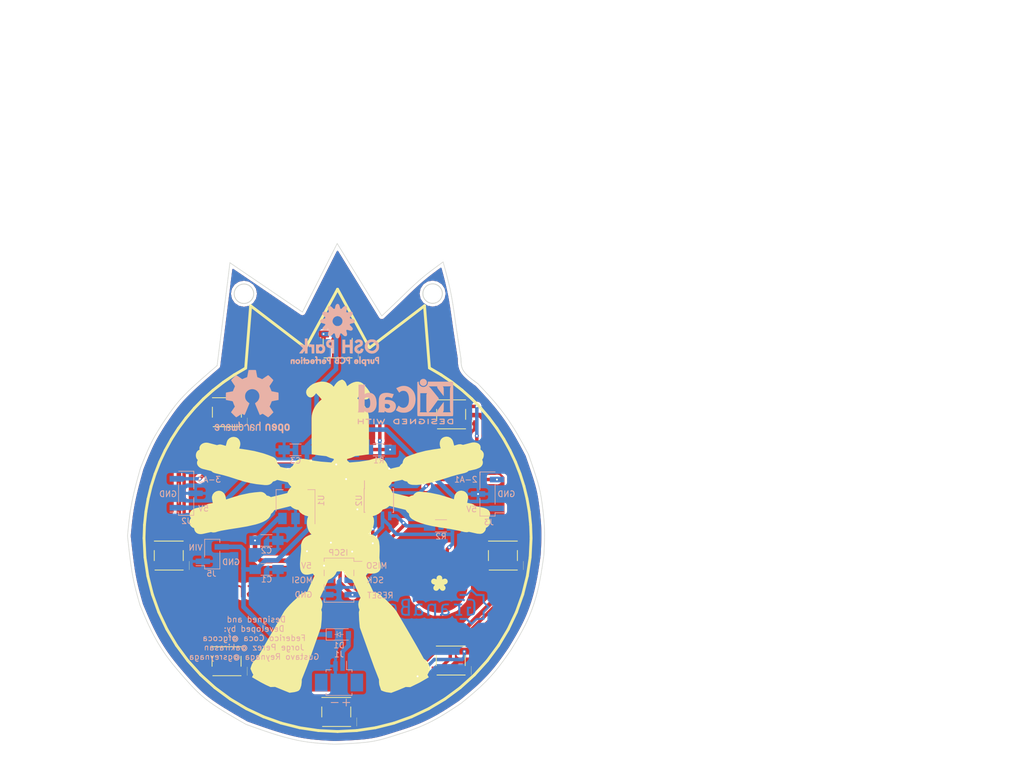
<source format=kicad_pcb>
(kicad_pcb (version 4) (host pcbnew 4.0.7-e2-6376~58~ubuntu16.04.1)
  (title_block (title "Project Title"))
  (layers (0 F.Cu signal) (31 B.Cu signal) (34 B.Paste user) (35 F.Paste user) (36 B.SilkS user) (37 F.SilkS user) (38 B.Mask user) (39 F.Mask user) (44 Edge.Cuts user))
  (net 0 "")
  (net 1 GND)
  (net 2 +5V)
  (net 3 MISO-1-PWM)
  (net 4 VCC)
  (net 5 VBAT)
  (net 6 "Net-(D2-Pad2)")
  (net 7 3-A3)
  (net 8 4-A2)
  (net 9 RESET)
  (net 10 MOSI-0-PWM)
  (net 11 SCK-2-A1)
  (net 12 "Net-(LED1-Pad4)")
  (net 13 "Net-(LED2-Pad4)")
  (net 14 "Net-(LED3-Pad4)")
  (net 15 "Net-(LED4-Pad4)")
  (net 16 "Net-(LED5-Pad4)")
  (net 17 "Net-(LED6-Pad4)")
  (net 18 "Net-(LED7-Pad4)")
  (net 19 "Net-(LED8-Pad4)")
  (module Granabot:logo_letra_Mask (layer B.Cu) (at 152.908 117.094 180)
    (fp_text reference svg2mod4 hide)
    (fp_text value G***4 hide)
  )
  (module "Granabot:hormiga con borde" (layer F.Cu) (at 136.271 100.1522)
    (fp_text reference svg2mod4 hide)
    (fp_text value G***4 hide)
  )
  (module OSHwi:D_SOD-123 (layer B.Cu) (at 136.525 121.92)
    (fp_text reference D1 (at 0 1.905) (layer B.SilkS) (effects (justify mirror)))
    (fp_text value MBRA140 hide)
    (pad 1 smd rect (at -1.65 0) (size 0.9 1.2) (layers B.Cu B.Paste B.Mask) (net 4 VCC))
    (pad 2 smd rect (at 1.65 0) (size 0.9 1.2) (layers B.Cu B.Paste B.Mask) (net 5 VBAT))
  )
  (module Connectors_Molex:Molex_PicoBlade_53261-0271_02x1.25mm_Angled (layer B.Cu) (at 136.525 128.905 180)
    (fp_text reference J1 (at 0 3.5 180) (layer B.SilkS) (effects (justify mirror)))
    (fp_text value CONN_01X02)
    (pad "" smd rect (at 3.125 -1.45 180) (size 2.2 3.1) (layers B.Cu B.Paste B.Mask))
    (pad "" smd rect (at -3.125 -1.45 180) (size 2.2 3.1) (layers B.Cu B.Paste B.Mask))
    (pad 2 smd rect (at 0.625 1.45 180) (size 0.8 1.7) (layers B.Cu B.Paste B.Mask) (net 1 GND))
    (pad 1 smd rect (at -0.625 1.45 180) (size 0.8 1.7) (layers B.Cu B.Paste B.Mask) (net 5 VBAT))
  )
  (module Pin_Headers:Pin_Header_Straight_2x03_Pitch2.54mm_SMD (layer B.Cu) (at 136.525 112.395 180)
    (fp_text reference J4 hide)
    (fp_text value CONN_02X03)
    (pad 6 smd rect (at 2.525 -2.54 180) (size 3.15 1) (layers B.Cu B.Paste B.Mask) (net 1 GND))
    (pad 5 smd rect (at -2.525 -2.54 180) (size 3.15 1) (layers B.Cu B.Paste B.Mask) (net 9 RESET))
    (pad 4 smd rect (at 2.525 0 180) (size 3.15 1) (layers B.Cu B.Paste B.Mask) (net 10 MOSI-0-PWM))
    (pad 3 smd rect (at -2.525 0 180) (size 3.15 1) (layers B.Cu B.Paste B.Mask) (net 11 SCK-2-A1))
    (pad 2 smd rect (at 2.525 2.54 180) (size 3.15 1) (layers B.Cu B.Paste B.Mask) (net 2 +5V))
    (pad 1 smd rect (at -2.525 2.54 180) (size 3.15 1) (layers B.Cu B.Paste B.Mask) (net 3 MISO-1-PWM))
  )
  (module Pin_Headers:Pin_Header_Straight_1x02_Pitch2.54mm_SMD_Pin1Left (layer B.Cu) (at 114.304 107.823)
    (fp_text reference J5 (at -0.131 3.429) (layer B.SilkS) (effects (justify mirror)))
    (fp_text value CONN_01X02)
    (pad 2 smd rect (at 1.655 -1.27) (size 2.51 1) (layers B.Cu B.Paste B.Mask) (net 4 VCC))
    (pad 1 smd rect (at -1.655 1.27) (size 2.51 1) (layers B.Cu B.Paste B.Mask) (net 1 GND))
  )
  (module OSHwi:WS2812B (layer F.Cu) (at 136.2964 70.866)
    (fp_text reference LED1)
    (fp_text value WS2812B hide)
    (pad 1 smd rect (at 2.4384 1.651) (size 1.8 1.2) (layers F.Cu F.Paste F.Mask) (net 1 GND))
    (pad 2 smd rect (at 2.4384 -1.651) (size 1.8 1.2) (layers F.Cu F.Paste F.Mask) (net 8 4-A2))
    (pad 3 smd rect (at -2.4384 -1.651) (size 1.8 1.2) (layers F.Cu F.Paste F.Mask) (net 2 +5V))
    (pad 4 smd rect (at -2.4384 1.651) (size 1.8 1.2) (layers F.Cu F.Paste F.Mask) (net 12 "Net-(LED1-Pad4)"))
  )
  (module OSHwi:WS2812B (layer F.Cu) (at 116.8654 82.931)
    (fp_text reference LED2)
    (fp_text value WS2812B hide)
    (pad 1 smd rect (at 2.4384 1.651) (size 1.8 1.2) (layers F.Cu F.Paste F.Mask) (net 1 GND))
    (pad 2 smd rect (at 2.4384 -1.651) (size 1.8 1.2) (layers F.Cu F.Paste F.Mask) (net 12 "Net-(LED1-Pad4)"))
    (pad 3 smd rect (at -2.4384 -1.651) (size 1.8 1.2) (layers F.Cu F.Paste F.Mask) (net 2 +5V))
    (pad 4 smd rect (at -2.4384 1.651) (size 1.8 1.2) (layers F.Cu F.Paste F.Mask) (net 13 "Net-(LED2-Pad4)"))
  )
  (module OSHwi:WS2812B (layer F.Cu) (at 106.68 108.077)
    (fp_text reference LED3)
    (fp_text value WS2812B hide)
    (pad 1 smd rect (at 2.4384 1.651) (size 1.8 1.2) (layers F.Cu F.Paste F.Mask) (net 1 GND))
    (pad 2 smd rect (at 2.4384 -1.651) (size 1.8 1.2) (layers F.Cu F.Paste F.Mask) (net 13 "Net-(LED2-Pad4)"))
    (pad 3 smd rect (at -2.4384 -1.651) (size 1.8 1.2) (layers F.Cu F.Paste F.Mask) (net 2 +5V))
    (pad 4 smd rect (at -2.4384 1.651) (size 1.8 1.2) (layers F.Cu F.Paste F.Mask) (net 14 "Net-(LED3-Pad4)"))
  )
  (module OSHwi:WS2812B (layer F.Cu) (at 116.8146 126.619)
    (fp_text reference LED4)
    (fp_text value WS2812B hide)
    (pad 1 smd rect (at 2.4384 1.651) (size 1.8 1.2) (layers F.Cu F.Paste F.Mask) (net 1 GND))
    (pad 2 smd rect (at 2.4384 -1.651) (size 1.8 1.2) (layers F.Cu F.Paste F.Mask) (net 14 "Net-(LED3-Pad4)"))
    (pad 3 smd rect (at -2.4384 -1.651) (size 1.8 1.2) (layers F.Cu F.Paste F.Mask) (net 2 +5V))
    (pad 4 smd rect (at -2.4384 1.651) (size 1.8 1.2) (layers F.Cu F.Paste F.Mask) (net 15 "Net-(LED4-Pad4)"))
  )
  (module OSHwi:WS2812B (layer F.Cu) (at 136.0424 135.509)
    (fp_text reference LED5)
    (fp_text value WS2812B hide)
    (pad 1 smd rect (at 2.4384 1.651) (size 1.8 1.2) (layers F.Cu F.Paste F.Mask) (net 1 GND))
    (pad 2 smd rect (at 2.4384 -1.651) (size 1.8 1.2) (layers F.Cu F.Paste F.Mask) (net 15 "Net-(LED4-Pad4)"))
    (pad 3 smd rect (at -2.4384 -1.651) (size 1.8 1.2) (layers F.Cu F.Paste F.Mask) (net 2 +5V))
    (pad 4 smd rect (at -2.4384 1.651) (size 1.8 1.2) (layers F.Cu F.Paste F.Mask) (net 16 "Net-(LED5-Pad4)"))
  )
  (module OSHwi:WS2812B (layer F.Cu) (at 156.1084 126.492)
    (fp_text reference LED6)
    (fp_text value WS2812B hide)
    (pad 1 smd rect (at 2.4384 1.651) (size 1.8 1.2) (layers F.Cu F.Paste F.Mask) (net 1 GND))
    (pad 2 smd rect (at 2.4384 -1.651) (size 1.8 1.2) (layers F.Cu F.Paste F.Mask) (net 16 "Net-(LED5-Pad4)"))
    (pad 3 smd rect (at -2.4384 -1.651) (size 1.8 1.2) (layers F.Cu F.Paste F.Mask) (net 2 +5V))
    (pad 4 smd rect (at -2.4384 1.651) (size 1.8 1.2) (layers F.Cu F.Paste F.Mask) (net 17 "Net-(LED6-Pad4)"))
  )
  (module OSHwi:WS2812B (layer F.Cu) (at 165.2524 108.077)
    (fp_text reference LED7)
    (fp_text value WS2812B hide)
    (pad 1 smd rect (at 2.4384 1.651) (size 1.8 1.2) (layers F.Cu F.Paste F.Mask) (net 1 GND))
    (pad 2 smd rect (at 2.4384 -1.651) (size 1.8 1.2) (layers F.Cu F.Paste F.Mask) (net 17 "Net-(LED6-Pad4)"))
    (pad 3 smd rect (at -2.4384 -1.651) (size 1.8 1.2) (layers F.Cu F.Paste F.Mask) (net 2 +5V))
    (pad 4 smd rect (at -2.4384 1.651) (size 1.8 1.2) (layers F.Cu F.Paste F.Mask) (net 18 "Net-(LED7-Pad4)"))
  )
  (module OSHwi:WS2812B (layer F.Cu) (at 156.1846 83.312)
    (fp_text reference LED8)
    (fp_text value WS2812B hide)
    (pad 1 smd rect (at 2.4384 1.651) (size 1.8 1.2) (layers F.Cu F.Paste F.Mask) (net 1 GND))
    (pad 2 smd rect (at 2.4384 -1.651) (size 1.8 1.2) (layers F.Cu F.Paste F.Mask) (net 18 "Net-(LED7-Pad4)"))
    (pad 3 smd rect (at -2.4384 -1.651) (size 1.8 1.2) (layers F.Cu F.Paste F.Mask) (net 2 +5V))
    (pad 4 smd rect (at -2.4384 1.651) (size 1.8 1.2) (layers F.Cu F.Paste F.Mask) (net 19 "Net-(LED8-Pad4)"))
  )
  (module TO_SOT_Packages_SMD:SOT-223-3Lead_TabPin2 (layer B.Cu) (at 128.905 98.425 90)
    (fp_text reference U1 (at 0 4.5 90) (layer B.SilkS) (effects (justify mirror)))
    (fp_text value LM340MP-5.0/NOPB)
    (pad 1 smd rect (at -3.15 2.3 90) (size 2 1.5) (layers B.Cu B.Paste B.Mask) (net 4 VCC))
    (pad 3 smd rect (at -3.15 -2.3 90) (size 2 1.5) (layers B.Cu B.Paste B.Mask) (net 2 +5V))
    (pad 2 smd rect (at -3.15 0 90) (size 2 1.5) (layers B.Cu B.Paste B.Mask) (net 1 GND))
    (pad 2 smd rect (at 3.15 0 90) (size 2 3.8) (layers B.Cu B.Paste B.Mask) (net 1 GND))
  )
  (module Housings_SOIC:SOIC-8_3.9x4.9mm_Pitch1.27mm (layer B.Cu) (at 143.51 98.425 270)
    (fp_text reference U2 (at 0 3.5 270) (layer B.SilkS) (effects (justify mirror)))
    (fp_text value ATTINY85-20SU)
    (pad 8 smd rect (at 2.7 1.905 270) (size 1.55 0.6) (layers B.Cu B.Paste B.Mask) (net 2 +5V))
    (pad 7 smd rect (at 2.7 0.635 270) (size 1.55 0.6) (layers B.Cu B.Paste B.Mask) (net 11 SCK-2-A1))
    (pad 6 smd rect (at 2.7 -0.635 270) (size 1.55 0.6) (layers B.Cu B.Paste B.Mask) (net 3 MISO-1-PWM))
    (pad 5 smd rect (at 2.7 -1.905 270) (size 1.55 0.6) (layers B.Cu B.Paste B.Mask) (net 10 MOSI-0-PWM))
    (pad 4 smd rect (at -2.7 -1.905 270) (size 1.55 0.6) (layers B.Cu B.Paste B.Mask) (net 1 GND))
    (pad 3 smd rect (at -2.7 -0.635 270) (size 1.55 0.6) (layers B.Cu B.Paste B.Mask) (net 8 4-A2))
    (pad 2 smd rect (at -2.7 0.635 270) (size 1.55 0.6) (layers B.Cu B.Paste B.Mask) (net 7 3-A3))
    (pad 1 smd rect (at -2.7 1.905 270) (size 1.55 0.6) (layers B.Cu B.Paste B.Mask) (net 9 RESET))
  )
  (module Granabot:CAPSENSE-CIRCLE2-D10MM (layer F.Cu) (at 154.051 113.03)
    (fp_text reference CAP1)
    (fp_text value CAPSENSE_CIRCLE hide)
    (pad 1 smd circle (at 0 0) (size 10.16 10.16) (layers F.Cu) (net 3 MISO-1-PWM) (clearance 0.508))
  )
  (module Symbols:OSHW-Logo2_14.6x12mm_SilkScreen (layer B.Cu) (at 121.3104 81.0768 180)
    (fp_text reference REF***OSHW hide)
    (fp_text value OSHW-Logo2_14.6x12mm_SilkScreen hide)
  )
  (module Symbols:KiCad-Logo2_8mm_SilkScreen (layer B.Cu) (at 148.1836 81.0514 180)
    (fp_text reference REF***KiCad hide)
    (fp_text value KiCad-Logo2_8mm_SilkScreen hide)
  )
  (module Pin_Headers:Pin_Header_Straight_1x03_Pitch2.54mm_SMD_Pin1Left (layer B.Cu) (at 109.732 97.155)
    (fp_text reference J2 (at 0 4.87) (layer B.SilkS) (effects (justify mirror)))
    (fp_text value CONN_01X03)
    (pad 2 smd rect (at 1.655 0) (size 2.51 1) (layers B.Cu B.Paste B.Mask) (net 1 GND))
    (pad 3 smd rect (at -1.655 -2.54) (size 2.51 1) (layers B.Cu B.Paste B.Mask) (net 7 3-A3))
    (pad 1 smd rect (at -1.655 2.54) (size 2.51 1) (layers B.Cu B.Paste B.Mask) (net 2 +5V))
  )
  (module Pin_Headers:Pin_Header_Straight_1x03_Pitch2.54mm_SMD_Pin1Right (layer B.Cu) (at 162.556 97.282)
    (fp_text reference J3 (at 0.258 4.953) (layer B.SilkS) (effects (justify mirror)))
    (fp_text value CONN_01X03)
    (pad 3 smd rect (at 1.655 -2.54) (size 2.51 1) (layers B.Cu B.Paste B.Mask) (net 11 SCK-2-A1))
    (pad 1 smd rect (at 1.655 2.54) (size 2.51 1) (layers B.Cu B.Paste B.Mask) (net 2 +5V))
    (pad 2 smd rect (at -1.655 0) (size 2.51 1) (layers B.Cu B.Paste B.Mask) (net 1 GND))
  )
  (module Capacitors_SMD:C_1206_HandSoldering (layer B.Cu) (at 123.825 110.5154)
    (fp_text reference C1 (at 0 1.75) (layer B.SilkS) (effects (justify mirror)))
    (fp_text value 0.22uF)
    (pad 2 smd rect (at 2 0) (size 2 1.6) (layers B.Cu B.Paste B.Mask) (net 1 GND))
    (pad 1 smd rect (at -2 0) (size 2 1.6) (layers B.Cu B.Paste B.Mask) (net 4 VCC))
  )
  (module Capacitors_SMD:C_1206_HandSoldering (layer B.Cu) (at 123.7996 105.4354)
    (fp_text reference C2 (at 0 1.75) (layer B.SilkS) (effects (justify mirror)))
    (fp_text value 0.1uF)
    (pad 2 smd rect (at 2 0) (size 2 1.6) (layers B.Cu B.Paste B.Mask) (net 1 GND))
    (pad 1 smd rect (at -2 0) (size 2 1.6) (layers B.Cu B.Paste B.Mask) (net 2 +5V))
  )
  (module Capacitors_SMD:C_1206_HandSoldering (layer B.Cu) (at 128.905 89.535 180)
    (fp_text reference C3 (at 0 -1.905 180) (layer B.SilkS) (effects (justify mirror)))
    (fp_text value 22nF)
    (pad 2 smd rect (at 2 0 180) (size 2 1.6) (layers B.Cu B.Paste B.Mask) (net 1 GND))
    (pad 1 smd rect (at -2 0 180) (size 2 1.6) (layers B.Cu B.Paste B.Mask) (net 2 +5V))
  )
  (module LEDs:LED_1206_HandSoldering (layer F.Cu) (at 136.8552 83.7184 180)
    (fp_text reference D2 (at 0 -1.85 180) (layer F.SilkS))
    (fp_text value ON)
    (pad 2 smd rect (at 2 0 180) (size 2 1.7) (layers F.Cu F.Paste F.Mask) (net 6 "Net-(D2-Pad2)"))
    (pad 1 smd rect (at -2 0 180) (size 2 1.7) (layers F.Cu F.Paste F.Mask) (net 1 GND))
  )
  (module Resistors_SMD:R_1206_HandSoldering (layer B.Cu) (at 143.51 89.535)
    (fp_text reference R1 (at 0 1.85) (layer B.SilkS) (effects (justify mirror)))
    (fp_text value 1k)
    (pad 2 smd rect (at 2 0) (size 2 1.7) (layers B.Cu B.Paste B.Mask) (net 6 "Net-(D2-Pad2)"))
    (pad 1 smd rect (at -2 0) (size 2 1.7) (layers B.Cu B.Paste B.Mask) (net 2 +5V))
  )
  (module Resistors_SMD:R_1206_HandSoldering (layer B.Cu) (at 154.4 102.87)
    (fp_text reference R2 (at 0 1.85) (layer B.SilkS) (effects (justify mirror)))
    (fp_text value "1M Ohms")
    (pad 2 smd rect (at 2 0) (size 2 1.7) (layers B.Cu B.Paste B.Mask) (net 3 MISO-1-PWM))
    (pad 1 smd rect (at -2 0) (size 2 1.7) (layers B.Cu B.Paste B.Mask) (net 10 MOSI-0-PWM))
  )
  (module Granabot:logo_letra_Cu (layer F.Cu) (at 118.7704 113.8682)
    (fp_text reference svg2mod1 hide)
    (fp_text value G***1 hide)
    (fp_poly (pts (xy -7.333423 2.742437) (xy -7.449553 2.626693) (xy -7.565828 2.5108) (xy -7.68221 2.3948) (xy -7.798383 2.279013) (xy -7.961671 2.279013) (xy -8.125166 2.279013) (xy -8.28881 2.279013) (xy -8.452159 2.279013) (xy -8.619247 2.269413) (xy -8.786545 2.259813) (xy -8.953996 2.250213) (xy -9.121146 2.240613) (xy -9.124986 2.073125) (xy -9.128826 1.905424) (xy -9.132666 1.737563) (xy -9.136506 1.570011) (xy -9.136506 1.359909) (xy -9.136506 1.150384) (xy -9.136506 0.939056) (xy -9.252223 0.823461) (xy -9.368086 0.707728) (xy -9.484057 0.591888) (xy -9.599817 0.476251) (xy -9.715534 0.360656) (xy -9.831397 0.244923) (xy -9.947367 0.129083) (xy -10.063127 0.013445) (xy -9.94741 -0.102853) (xy -9.831547 -0.219301) (xy -9.715577 -0.335856) (xy -9.599817 -0.452197) (xy -9.484099 -0.568496) (xy -9.368236 -0.684955) (xy -9.252266 -0.801509) (xy -9.136506 -0.917851) (xy -9.136506 -1.128592) (xy -9.136506 -1.338768) (xy -9.136506 -1.550747) (xy -9.129999 -1.720933) (xy -9.123492 -1.891323) (xy -9.116986 -2.061883) (xy -9.110479 -2.232123) (xy -8.940297 -2.244176) (xy -8.769901 -2.256229) (xy -8.599348 -2.268389) (xy -8.429104 -2.280443) (xy -8.265402 -2.280443) (xy -8.101492 -2.280443) (xy -7.937435 -2.280443) (xy -7.773671 -2.280443) (xy -7.65737 -2.396165) (xy -7.540922 -2.512027) (xy -7.424367 -2.627995) (xy -7.308022 -2.74376) (xy -7.191721 -2.859472) (xy -7.075273 -2.975344) (xy -6.958719 -3.091312) (xy -6.842374 -3.207067) (xy -6.726783 -3.091355) (xy -6.611047 -2.975483) (xy -6.495204 -2.859515) (xy -6.379571 -2.74376) (xy -6.26398 -2.628037) (xy -6.148244 -2.512176) (xy -6.032401 -2.396208) (xy -5.916768 -2.280443) (xy -5.72714 -2.280443) (xy -5.538031 -2.280443) (xy -5.34729 -2.280443) (xy -5.164277 -2.272976) (xy -4.981766 -2.265509) (xy -4.797679 -2.258043) (xy -4.725924 -2.095227) (xy -4.79593 -1.945968) (xy -4.996834 -1.940635) (xy -5.197189 -1.935301) (xy -5.399274 -1.929968) (xy -5.559853 -1.929968) (xy -5.720635 -1.929968) (xy -5.881563 -1.929968) (xy -6.042202 -1.929968) (xy -6.163089 -2.051504) (xy -6.283645 -2.172709) (xy -6.405242 -2.29496) (xy -6.541837 -2.425189) (xy -6.678058 -2.555056) (xy -6.815455 -2.686043) (xy -6.961484 -2.564645) (xy -7.107111 -2.443589) (xy -7.253998 -2.321477) (xy -7.384319 -2.191397) (xy -7.514283 -2.061669) (xy -7.645369 -1.930821) (xy -7.833119 -1.928688) (xy -8.020356 -1.926555) (xy -8.20921 -1.924421) (xy -8.396961 -1.922288) (xy -8.584198 -1.920155) (xy -8.773052 -1.918021) (xy -8.775292 -1.730267) (xy -8.777532 -1.543035) (xy -8.779772 -1.354181) (xy -8.782012 -1.166427) (xy -8.784252 -0.979195) (xy -8.786492 -0.790341) (xy -8.917677 -0.658917) (xy -9.048501 -0.527845) (xy -9.180457 -0.395653) (xy -9.311642 -0.264229) (xy -9.442466 -0.133168) (xy -9.574421 -0.000976) (xy -9.445182 0.128453) (xy -9.316295 0.25752) (xy -9.186297 0.387707) (xy -9.057056 0.517125) (xy -8.92817 0.646192) (xy -8.798171 0.776379) (xy -8.794011 0.966128) (xy -8.789851 1.155365) (xy -8.785691 1.346235) (xy -8.781531 1.535995) (xy -8.777371 1.725232) (xy -8.773211 1.916101) (xy -8.583455 1.920368) (xy -8.39422 1.924635) (xy -8.20335 1.928901) (xy -8.013595 1.933168) (xy -7.824359 1.937435) (xy -7.633489 1.941701) (xy -7.506055 2.068955) (xy -7.378972 2.195856) (xy -7.25079 2.323856) (xy -7.115438 2.451109) (xy -6.980455 2.578021) (xy -6.844308 2.706021) (xy -6.706133 2.576677) (xy -6.568337 2.447696) (xy -6.42935 2.317595) (xy -6.299095 2.188251) (xy -6.169197 2.059269) (xy -6.038176 1.929168) (xy -5.828359 1.929168) (xy -5.619119 1.929168) (xy -5.40807 1.929168) (xy -5.20646 1.935568) (xy -5.005403 1.941968) (xy -4.802608 1.948368) (xy -4.726085 2.111995) (xy -4.789776 2.260837) (xy -4.967725 2.267237) (xy -5.145187 2.273637) (xy -5.324181 2.280037) (xy -5.513211 2.280037) (xy -5.701722 2.280037) (xy -5.89186 2.280037) (xy -6.007524 2.395824) (xy -6.123333 2.511771) (xy -6.239249 2.627813) (xy -6.354956 2.743643) (xy -6.476942 2.859387) (xy -6.599082 2.97528) (xy -6.721333 3.09128) (xy -6.843364 3.207067) (xy -6.965817 3.09128) (xy -7.088422 2.975333) (xy -7.211141 2.859291) (xy -7.333638 2.743461) (xy -7.333587 2.744037) (xy -7.333423 2.742437)) (layer F.Cu) (width 0))
    (fp_poly (pts (xy -6.763411 1.543163) (xy -7.336785 1.363451) (xy -7.533615 0.815749) (xy -7.533615 -0.724656) (xy -7.336785 -1.26808) (xy -6.763411 -1.452069) (xy -6.160085 -1.452069) (xy -6.160085 -1.126875) (xy -6.806201 -1.126875) (xy -7.062935 -1.032688) (xy -7.161346 -0.805904) (xy -7.161346 0.897104) (xy -7.062935 1.123877) (xy -6.806201 1.218064) (xy -6.386867 1.218064) (xy -6.386867 0.289541) (xy -6.759133 0.289541) (xy -6.759133 -0.031387) (xy -6.031718 -0.031387) (xy -6.031718 1.543259) (xy -6.763411 1.543259) (xy -6.763411 1.543163)) (layer F.Cu) (width 0))
    (fp_poly (pts (xy -4.888982 1.222245) (xy -4.888982 -0.275376) (xy -5.201343 -0.275376) (xy -5.201343 -0.596293) (xy -4.54667 -0.596293) (xy -4.54667 -0.480763) (xy -4.204357 -0.596293) (xy -3.76363 -0.596293) (xy -3.76363 -0.253979) (xy -4.247147 -0.253979) (xy -4.452534 -0.164165) (xy -4.52527 0.011269) (xy -4.52527 1.222203) (xy -4.058869 1.222203) (xy -4.058869 1.54312) (xy -5.201338 1.54312) (xy -5.201338 1.222203) (xy -4.888977 1.222203) (xy -4.888982 1.222245)) (layer F.Cu) (width 0))
    (fp_poly (pts (xy -1.538331 1.543163) (xy -2.077471 1.222288) (xy -1.914873 1.162341) (xy -1.880643 1.008293) (xy -1.880643 0.537616) (xy -2.415507 0.537616) (xy -2.5995 0.610363) (xy -2.672236 0.794352) (xy -2.672236 1.008293) (xy -2.620886 1.170896) (xy -2.458288 1.222203) (xy -2.077465 1.222203) (xy -2.077471 1.222288) (xy -1.538331 1.543163) (xy -1.662419 1.508923) (xy -1.77367 1.414736) (xy -2.034684 1.543109) (xy -2.415507 1.543109) (xy -2.890466 1.414736) (xy -3.035949 0.965456) (xy -3.035949 0.879909) (xy -2.411228 0.216677) (xy -1.880643 0.216677) (xy -1.880643 0.002736) (xy -1.961945 -0.202651) (xy -2.201564 -0.275397) (xy -2.864795 -0.275397) (xy -2.864795 -0.596315) (xy -2.244353 -0.596315) (xy -1.696653 -0.433712) (xy -1.516939 0.088315) (xy -1.516939 1.115248) (xy -1.469867 1.213701) (xy -1.302989 1.243675) (xy -1.302989 1.543205) (xy -1.538329 1.543205) (xy -1.538331 1.543163)) (layer F.Cu) (width 0))
    (fp_poly (pts (xy -0.301459 -0.596293) (xy -0.301459 -0.493573) (xy 0.040853 -0.596293) (xy 0.237683 -0.596293) (xy 0.751152 -0.433691) (xy 0.922308 0.088336) (xy 0.922308 1.543163) (xy 0.558601 1.543163) (xy 0.558601 0.002757) (xy 0.481577 -0.198352) (xy 0.280468 -0.275365) (xy -0.00194 -0.275365) (xy -0.211606 -0.198352) (xy -0.280065 -0.040037) (xy -0.280065 1.543163) (xy -0.643772 1.543163) (xy -0.643772 -0.596293) (xy -0.301459 -0.596293)) (layer F.Cu) (width 0))
    (fp_poly (pts (xy 3.074866 1.543163) (xy 2.535726 1.222288) (xy 2.698324 1.162341) (xy 2.732554 1.008293) (xy 2.732554 0.537616) (xy 2.19769 0.537616) (xy 2.013697 0.610363) (xy 1.94095 0.794352) (xy 1.94095 1.008293) (xy 1.9923 1.170896) (xy 2.154898 1.222203) (xy 2.535722 1.222203) (xy 2.535726 1.222288) (xy 3.074866 1.543163) (xy 2.950778 1.508923) (xy 2.839526 1.414736) (xy 2.578513 1.543109) (xy 2.19769 1.543109) (xy 1.722731 1.414736) (xy 1.577248 0.965456) (xy 1.577248 0.879909) (xy 2.201969 0.216677) (xy 2.732554 0.216677) (xy 2.732554 0.002736) (xy 2.651252 -0.202651) (xy 2.411633 -0.275397) (xy 1.748402 -0.275397) (xy 1.748402 -0.596315) (xy 2.368844 -0.596315) (xy 2.916544 -0.433712) (xy 3.096258 0.088315) (xy 3.096258 1.115248) (xy 3.14333 1.213701) (xy 3.310208 1.243675) (xy 3.310208 1.543205) (xy 3.074868 1.543205) (xy 3.074866 1.543163)) (layer F.Cu) (width 0))
    (fp_poly (pts (xy 5.544062 0.867088) (xy 4.816643 -0.185531) (xy 5.039147 -0.271077) (xy 5.129003 -0.497861) (xy 5.129003 -0.823056) (xy 5.129008 -0.823077) (xy 5.051984 -1.058416) (xy 4.816643 -1.131163) (xy 4.333127 -1.131163) (xy 4.333127 -0.185531) (xy 4.816643 -0.185531) (xy 5.544062 0.867088) (xy 5.171797 0.443504) (xy 5.086219 0.220997) (xy 4.859437 0.135451) (xy 4.333132 0.135451) (xy 4.333132 1.222299) (xy 4.855158 1.222299) (xy 5.094777 1.149552) (xy 5.171801 0.909936) (xy 5.171801 0.443536) (xy 5.171797 0.443504) (xy 5.544062 0.867088) (xy 5.372906 1.389115) (xy 4.816647 1.543163) (xy 3.960866 1.543163) (xy 3.960866 -1.452069) (xy 4.765301 -1.452069) (xy 5.321559 -1.298032) (xy 5.501274 -0.78456) (xy 5.501274 -0.540667) (xy 5.265933 -0.044315) (xy 5.544062 0.481989) (xy 5.544062 0.867088)) (layer F.Cu) (width 0))
    (fp_poly (pts (xy 7.85494 0.858533) (xy 7.491233 0.002757) (xy 7.409932 -0.202629) (xy 7.170313 -0.275376) (xy 6.943531 -0.275376) (xy 6.703911 -0.202629) (xy 6.62261 0.002757) (xy 6.62261 0.944112) (xy 6.703911 1.149499) (xy 6.943531 1.222245) (xy 7.170313 1.222245) (xy 7.409932 1.149499) (xy 7.491233 0.944112) (xy 7.491233 0.002757) (xy 7.85494 0.858533) (xy 7.675226 1.38056) (xy 7.127525 1.543163) (xy 6.986322 1.543163) (xy 6.434342 1.38056) (xy 6.258908 0.858533) (xy 6.258908 0.088336) (xy 6.434342 -0.433691) (xy 6.986322 -0.596293) (xy 7.127525 -0.596293) (xy 7.675226 -0.433691) (xy 7.85494 0.088336) (xy 7.85494 0.858533)) (layer F.Cu) (width 0))
    (fp_poly (pts (xy 9.523982 1.543163) (xy 9.190227 1.401957) (xy 9.074697 1.029691) (xy 9.074697 -0.275376) (xy 8.668201 -0.275376) (xy 8.668201 -0.596293) (xy 9.074697 -0.596293) (xy 9.074697 -1.109765) (xy 9.438403 -1.109765) (xy 9.438403 -0.596293) (xy 10.063124 -0.596293) (xy 10.063124 -0.275376) (xy 9.438403 -0.275376) (xy 9.438403 1.051088) (xy 9.485475 1.183728) (xy 9.630958 1.222235) (xy 10.063127 1.222235) (xy 10.063127 1.543152) (xy 9.523985 1.543152) (xy 9.523982 1.543163)) (layer F.Cu) (width 0))
  )
  (module Granabot:logo_letra_Mask (layer F.Cu) (at 118.7704 113.8682)
    (fp_text reference svg2mod2 hide)
    (fp_text value G***2 hide)
  )
  (module Granabot:logo_letra_Cu (layer B.Cu) (at 152.908 117.094 180)
    (fp_text reference svg2mod3 hide)
    (fp_text value G***3 hide)
    (fp_poly (pts (xy -7.333423 -2.742437) (xy -7.449553 -2.626693) (xy -7.565828 -2.5108) (xy -7.68221 -2.3948) (xy -7.798383 -2.279013) (xy -7.961671 -2.279013) (xy -8.125166 -2.279013) (xy -8.28881 -2.279013) (xy -8.452159 -2.279013) (xy -8.619247 -2.269413) (xy -8.786545 -2.259813) (xy -8.953996 -2.250213) (xy -9.121146 -2.240613) (xy -9.124986 -2.073125) (xy -9.128826 -1.905424) (xy -9.132666 -1.737563) (xy -9.136506 -1.570011) (xy -9.136506 -1.359909) (xy -9.136506 -1.150384) (xy -9.136506 -0.939056) (xy -9.252223 -0.823461) (xy -9.368086 -0.707728) (xy -9.484057 -0.591888) (xy -9.599817 -0.476251) (xy -9.715534 -0.360656) (xy -9.831397 -0.244923) (xy -9.947367 -0.129083) (xy -10.063127 -0.013445) (xy -9.94741 0.102853) (xy -9.831547 0.219301) (xy -9.715577 0.335856) (xy -9.599817 0.452197) (xy -9.484099 0.568496) (xy -9.368236 0.684955) (xy -9.252266 0.801509) (xy -9.136506 0.917851) (xy -9.136506 1.128592) (xy -9.136506 1.338768) (xy -9.136506 1.550747) (xy -9.129999 1.720933) (xy -9.123492 1.891323) (xy -9.116986 2.061883) (xy -9.110479 2.232123) (xy -8.940297 2.244176) (xy -8.769901 2.256229) (xy -8.599348 2.268389) (xy -8.429104 2.280443) (xy -8.265402 2.280443) (xy -8.101492 2.280443) (xy -7.937435 2.280443) (xy -7.773671 2.280443) (xy -7.65737 2.396165) (xy -7.540922 2.512027) (xy -7.424367 2.627995) (xy -7.308022 2.74376) (xy -7.191721 2.859472) (xy -7.075273 2.975344) (xy -6.958719 3.091312) (xy -6.842374 3.207067) (xy -6.726783 3.091355) (xy -6.611047 2.975483) (xy -6.495204 2.859515) (xy -6.379571 2.74376) (xy -6.26398 2.628037) (xy -6.148244 2.512176) (xy -6.032401 2.396208) (xy -5.916768 2.280443) (xy -5.72714 2.280443) (xy -5.538031 2.280443) (xy -5.34729 2.280443) (xy -5.164277 2.272976) (xy -4.981766 2.265509) (xy -4.797679 2.258043) (xy -4.725924 2.095227) (xy -4.79593 1.945968) (xy -4.996834 1.940635) (xy -5.197189 1.935301) (xy -5.399274 1.929968) (xy -5.559853 1.929968) (xy -5.720635 1.929968) (xy -5.881563 1.929968) (xy -6.042202 1.929968) (xy -6.163089 2.051504) (xy -6.283645 2.172709) (xy -6.405242 2.29496) (xy -6.541837 2.425189) (xy -6.678058 2.555056) (xy -6.815455 2.686043) (xy -6.961484 2.564645) (xy -7.107111 2.443589) (xy -7.253998 2.321477) (xy -7.384319 2.191397) (xy -7.514283 2.061669) (xy -7.645369 1.930821) (xy -7.833119 1.928688) (xy -8.020356 1.926555) (xy -8.20921 1.924421) (xy -8.396961 1.922288) (xy -8.584198 1.920155) (xy -8.773052 1.918021) (xy -8.775292 1.730267) (xy -8.777532 1.543035) (xy -8.779772 1.354181) (xy -8.782012 1.166427) (xy -8.784252 0.979195) (xy -8.786492 0.790341) (xy -8.917677 0.658917) (xy -9.048501 0.527845) (xy -9.180457 0.395653) (xy -9.311642 0.264229) (xy -9.442466 0.133168) (xy -9.574421 0.000976) (xy -9.445182 -0.128453) (xy -9.316295 -0.25752) (xy -9.186297 -0.387707) (xy -9.057056 -0.517125) (xy -8.92817 -0.646192) (xy -8.798171 -0.776379) (xy -8.794011 -0.966128) (xy -8.789851 -1.155365) (xy -8.785691 -1.346235) (xy -8.781531 -1.535995) (xy -8.777371 -1.725232) (xy -8.773211 -1.916101) (xy -8.583455 -1.920368) (xy -8.39422 -1.924635) (xy -8.20335 -1.928901) (xy -8.013595 -1.933168) (xy -7.824359 -1.937435) (xy -7.633489 -1.941701) (xy -7.506055 -2.068955) (xy -7.378972 -2.195856) (xy -7.25079 -2.323856) (xy -7.115438 -2.451109) (xy -6.980455 -2.578021) (xy -6.844308 -2.706021) (xy -6.706133 -2.576677) (xy -6.568337 -2.447696) (xy -6.42935 -2.317595) (xy -6.299095 -2.188251) (xy -6.169197 -2.059269) (xy -6.038176 -1.929168) (xy -5.828359 -1.929168) (xy -5.619119 -1.929168) (xy -5.40807 -1.929168) (xy -5.20646 -1.935568) (xy -5.005403 -1.941968) (xy -4.802608 -1.948368) (xy -4.726085 -2.111995) (xy -4.789776 -2.260837) (xy -4.967725 -2.267237) (xy -5.145187 -2.273637) (xy -5.324181 -2.280037) (xy -5.513211 -2.280037) (xy -5.701722 -2.280037) (xy -5.89186 -2.280037) (xy -6.007524 -2.395824) (xy -6.123333 -2.511771) (xy -6.239249 -2.627813) (xy -6.354956 -2.743643) (xy -6.476942 -2.859387) (xy -6.599082 -2.97528) (xy -6.721333 -3.09128) (xy -6.843364 -3.207067) (xy -6.965817 -3.09128) (xy -7.088422 -2.975333) (xy -7.211141 -2.859291) (xy -7.333638 -2.743461) (xy -7.333587 -2.744037) (xy -7.333423 -2.742437)) (layer B.Cu) (width 0))
    (fp_poly (pts (xy -6.763411 -1.543163) (xy -7.336785 -1.363451) (xy -7.533615 -0.815749) (xy -7.533615 0.724656) (xy -7.336785 1.26808) (xy -6.763411 1.452069) (xy -6.160085 1.452069) (xy -6.160085 1.126875) (xy -6.806201 1.126875) (xy -7.062935 1.032688) (xy -7.161346 0.805904) (xy -7.161346 -0.897104) (xy -7.062935 -1.123877) (xy -6.806201 -1.218064) (xy -6.386867 -1.218064) (xy -6.386867 -0.289541) (xy -6.759133 -0.289541) (xy -6.759133 0.031387) (xy -6.031718 0.031387) (xy -6.031718 -1.543259) (xy -6.763411 -1.543259) (xy -6.763411 -1.543163)) (layer B.Cu) (width 0))
    (fp_poly (pts (xy -4.888982 -1.222245) (xy -4.888982 0.275376) (xy -5.201343 0.275376) (xy -5.201343 0.596293) (xy -4.54667 0.596293) (xy -4.54667 0.480763) (xy -4.204357 0.596293) (xy -3.76363 0.596293) (xy -3.76363 0.253979) (xy -4.247147 0.253979) (xy -4.452534 0.164165) (xy -4.52527 -0.011269) (xy -4.52527 -1.222203) (xy -4.058869 -1.222203) (xy -4.058869 -1.54312) (xy -5.201338 -1.54312) (xy -5.201338 -1.222203) (xy -4.888977 -1.222203) (xy -4.888982 -1.222245)) (layer B.Cu) (width 0))
    (fp_poly (pts (xy -1.538331 -1.543163) (xy -2.077471 -1.222288) (xy -1.914873 -1.162341) (xy -1.880643 -1.008293) (xy -1.880643 -0.537616) (xy -2.415507 -0.537616) (xy -2.5995 -0.610363) (xy -2.672236 -0.794352) (xy -2.672236 -1.008293) (xy -2.620886 -1.170896) (xy -2.458288 -1.222203) (xy -2.077465 -1.222203) (xy -2.077471 -1.222288) (xy -1.538331 -1.543163) (xy -1.662419 -1.508923) (xy -1.77367 -1.414736) (xy -2.034684 -1.543109) (xy -2.415507 -1.543109) (xy -2.890466 -1.414736) (xy -3.035949 -0.965456) (xy -3.035949 -0.879909) (xy -2.411228 -0.216677) (xy -1.880643 -0.216677) (xy -1.880643 -0.002736) (xy -1.961945 0.202651) (xy -2.201564 0.275397) (xy -2.864795 0.275397) (xy -2.864795 0.596315) (xy -2.244353 0.596315) (xy -1.696653 0.433712) (xy -1.516939 -0.088315) (xy -1.516939 -1.115248) (xy -1.469867 -1.213701) (xy -1.302989 -1.243675) (xy -1.302989 -1.543205) (xy -1.538329 -1.543205) (xy -1.538331 -1.543163)) (layer B.Cu) (width 0))
    (fp_poly (pts (xy -0.301459 0.596293) (xy -0.301459 0.493573) (xy 0.040853 0.596293) (xy 0.237683 0.596293) (xy 0.751152 0.433691) (xy 0.922308 -0.088336) (xy 0.922308 -1.543163) (xy 0.558601 -1.543163) (xy 0.558601 -0.002757) (xy 0.481577 0.198352) (xy 0.280468 0.275365) (xy -0.00194 0.275365) (xy -0.211606 0.198352) (xy -0.280065 0.040037) (xy -0.280065 -1.543163) (xy -0.643772 -1.543163) (xy -0.643772 0.596293) (xy -0.301459 0.596293)) (layer B.Cu) (width 0))
    (fp_poly (pts (xy 3.074866 -1.543163) (xy 2.535726 -1.222288) (xy 2.698324 -1.162341) (xy 2.732554 -1.008293) (xy 2.732554 -0.537616) (xy 2.19769 -0.537616) (xy 2.013697 -0.610363) (xy 1.94095 -0.794352) (xy 1.94095 -1.008293) (xy 1.9923 -1.170896) (xy 2.154898 -1.222203) (xy 2.535722 -1.222203) (xy 2.535726 -1.222288) (xy 3.074866 -1.543163) (xy 2.950778 -1.508923) (xy 2.839526 -1.414736) (xy 2.578513 -1.543109) (xy 2.19769 -1.543109) (xy 1.722731 -1.414736) (xy 1.577248 -0.965456) (xy 1.577248 -0.879909) (xy 2.201969 -0.216677) (xy 2.732554 -0.216677) (xy 2.732554 -0.002736) (xy 2.651252 0.202651) (xy 2.411633 0.275397) (xy 1.748402 0.275397) (xy 1.748402 0.596315) (xy 2.368844 0.596315) (xy 2.916544 0.433712) (xy 3.096258 -0.088315) (xy 3.096258 -1.115248) (xy 3.14333 -1.213701) (xy 3.310208 -1.243675) (xy 3.310208 -1.543205) (xy 3.074868 -1.543205) (xy 3.074866 -1.543163)) (layer B.Cu) (width 0))
    (fp_poly (pts (xy 5.544062 -0.867088) (xy 4.816643 0.185531) (xy 5.039147 0.271077) (xy 5.129003 0.497861) (xy 5.129003 0.823056) (xy 5.129008 0.823077) (xy 5.051984 1.058416) (xy 4.816643 1.131163) (xy 4.333127 1.131163) (xy 4.333127 0.185531) (xy 4.816643 0.185531) (xy 5.544062 -0.867088) (xy 5.171797 -0.443504) (xy 5.086219 -0.220997) (xy 4.859437 -0.135451) (xy 4.333132 -0.135451) (xy 4.333132 -1.222299) (xy 4.855158 -1.222299) (xy 5.094777 -1.149552) (xy 5.171801 -0.909936) (xy 5.171801 -0.443536) (xy 5.171797 -0.443504) (xy 5.544062 -0.867088) (xy 5.372906 -1.389115) (xy 4.816647 -1.543163) (xy 3.960866 -1.543163) (xy 3.960866 1.452069) (xy 4.765301 1.452069) (xy 5.321559 1.298032) (xy 5.501274 0.78456) (xy 5.501274 0.540667) (xy 5.265933 0.044315) (xy 5.544062 -0.481989) (xy 5.544062 -0.867088)) (layer B.Cu) (width 0))
    (fp_poly (pts (xy 7.85494 -0.858533) (xy 7.491233 -0.002757) (xy 7.409932 0.202629) (xy 7.170313 0.275376) (xy 6.943531 0.275376) (xy 6.703911 0.202629) (xy 6.62261 -0.002757) (xy 6.62261 -0.944112) (xy 6.703911 -1.149499) (xy 6.943531 -1.222245) (xy 7.170313 -1.222245) (xy 7.409932 -1.149499) (xy 7.491233 -0.944112) (xy 7.491233 -0.002757) (xy 7.85494 -0.858533) (xy 7.675226 -1.38056) (xy 7.127525 -1.543163) (xy 6.986322 -1.543163) (xy 6.434342 -1.38056) (xy 6.258908 -0.858533) (xy 6.258908 -0.088336) (xy 6.434342 0.433691) (xy 6.986322 0.596293) (xy 7.127525 0.596293) (xy 7.675226 0.433691) (xy 7.85494 -0.088336) (xy 7.85494 -0.858533)) (layer B.Cu) (width 0))
    (fp_poly (pts (xy 9.523982 -1.543163) (xy 9.190227 -1.401957) (xy 9.074697 -1.029691) (xy 9.074697 0.275376) (xy 8.668201 0.275376) (xy 8.668201 0.596293) (xy 9.074697 0.596293) (xy 9.074697 1.109765) (xy 9.438403 1.109765) (xy 9.438403 0.596293) (xy 10.063124 0.596293) (xy 10.063124 0.275376) (xy 9.438403 0.275376) (xy 9.438403 -1.051088) (xy 9.485475 -1.183728) (xy 9.630958 -1.222235) (xy 10.063127 -1.222235) (xy 10.063127 -1.543152) (xy 9.523985 -1.543152) (xy 9.523982 -1.543163)) (layer B.Cu) (width 0))
  )
  (module varios:OSHpark-2-1200 (layer B.Cu) (at 135.9408 72.39 180)
    (fp_text reference G***1 hide)
    (fp_text value LOGO1 hide)
  )
  (module varios:OSHpark-1-1200 (layer B.Cu) (at 136.3218 66.929 180)
    (fp_text reference G***2 hide)
    (fp_text value LOGO2 hide)
  )
  (gr_circle (center 119.8626 62.1538) (end 121.031 63.3984) (layer Edge.Cuts) (width 0.1524))
  (gr_circle (center 152.9334 62.1284) (end 154.1018 63.373) (layer Edge.Cuts) (width 0.1524))
  (gr_text - (at 135.763 133.731) (layer B.SilkS) (effects (font (size 1.6 1.6) (thickness 0.1524)) (justify mirror)))
  (gr_text + (at 137.795 133.731) (layer B.SilkS) (effects (font (size 1.6 1.6) (thickness 0.1524)) (justify mirror)))
  (gr_text ISCP (at 136.398 107.569) (layer B.SilkS) (effects (font (size 1.016 1.016) (thickness 0.1524)) (justify mirror)))
  (gr_text 5V (at 159.766 99.949) (layer B.SilkS) (effects (font (size 1.016 1.016) (thickness 0.1524)) (justify mirror)))
  (gr_text GND (at 165.862 97.282) (layer B.SilkS) (effects (font (size 1.016 1.016) (thickness 0.1524)) (justify mirror)))
  (gr_text 5V (at 112.776 99.822) (layer B.SilkS) (effects (font (size 1.016 1.016) (thickness 0.1524)) (justify mirror)))
  (gr_text GND (at 106.553 97.282) (layer B.SilkS) (effects (font (size 1.016 1.016) (thickness 0.1524)) (justify mirror)))
  (gr_text "Designed and \nDeveloped by:\nFederico Coca @fgcoca\nJorge Perez @akirasan\nGustavo Reynaga @gsreynaga" (at 121.6406 122.555) (layer B.SilkS) (effects (font (size 1.016 1.016) (thickness 0.1524)) (justify mirror)))
  (gr_text VIN (at 111.379 106.68) (layer B.SilkS) (effects (font (size 1.016 1.016) (thickness 0.1524)) (justify mirror)))
  (gr_text GND (at 117.602 109.22) (layer B.SilkS) (effects (font (size 1.016 1.016) (thickness 0.1524)) (justify mirror)))
  (gr_text 2-A1 (at 158.75 94.742) (layer B.SilkS) (effects (font (size 1.016 1.016) (thickness 0.1524)) (justify mirror)))
  (gr_text 3-A3 (at 113.792 94.742) (layer B.SilkS) (effects (font (size 1.016 1.016) (thickness 0.1524)) (justify mirror)))
  (gr_text 5V (at 130.81 109.855) (layer B.SilkS) (effects (font (size 1.016 1.016) (thickness 0.1524)) (justify mirror)))
  (gr_text MOSI (at 130.048 112.395) (layer B.SilkS) (effects (font (size 1.016 1.016) (thickness 0.1524)) (justify mirror)))
  (gr_text GND (at 130.302 114.935) (layer B.SilkS) (effects (font (size 1.016 1.016) (thickness 0.1524)) (justify mirror)))
  (gr_text RESET (at 143.764 115.062) (layer B.SilkS) (effects (font (size 1.016 1.016) (thickness 0.1524)) (justify mirror)))
  (gr_text SCK (at 142.875 112.395) (layer B.SilkS) (effects (font (size 1.016 1.016) (thickness 0.1524)) (justify mirror)))
  (gr_text MISO (at 143.129 109.855) (layer B.SilkS) (effects (font (size 1.016 1.016) (thickness 0.1524)) (justify mirror)))
  (gr_text * (at 154.1272 114.2492) (layer F.SilkS) (effects (font (size 4 4) (thickness 1))))
  (gr_line (start 116.401525 64.786061) (end 116.449326 64.402071) (layer Edge.Cuts) (width 0.1))
  (gr_line (start 116.640493 62.866106) (end 116.688291 62.482115) (layer Edge.Cuts) (width 0.1))
  (gr_line (start 151.135043 59.348714) (end 151.369706 59.153944) (layer Edge.Cuts) (width 0.1))
  (gr_line (start 150.90218 59.545621) (end 151.135043 59.348714) (layer Edge.Cuts) (width 0.1))
  (gr_line (start 150.671133 59.744685) (end 150.90218 59.545621) (layer Edge.Cuts) (width 0.1))
  (gr_line (start 119.8392 58.37818) (end 120.109576 58.562164) (layer Edge.Cuts) (width 0.1))
  (gr_line (start 116.018521 67.857907) (end 116.066484 67.473937) (layer Edge.Cuts) (width 0.1))
  (gr_line (start 118.487321 57.458262) (end 118.757696 57.642246) (layer Edge.Cuts) (width 0.1))
  (gr_line (start 116.353716 65.17005) (end 116.401525 64.786061) (layer Edge.Cuts) (width 0.1))
  (gr_line (start 139.864613 59.286899) (end 140.030998 59.557275) (layer Edge.Cuts) (width 0.1))
  (gr_line (start 139.698228 59.016523) (end 139.864613 59.286899) (layer Edge.Cuts) (width 0.1))
  (gr_line (start 139.531843 58.746147) (end 139.698228 59.016523) (layer Edge.Cuts) (width 0.1))
  (gr_line (start 156.49338 64.051284) (end 156.550257 64.412461) (layer Edge.Cuts) (width 0.1))
  (gr_line (start 156.434642 63.690481) (end 156.49338 64.051284) (layer Edge.Cuts) (width 0.1))
  (gr_line (start 156.3738 63.330102) (end 156.434642 63.690481) (layer Edge.Cuts) (width 0.1))
  (gr_line (start 171.007122 94.065141) (end 171.073243 94.272915) (layer Edge.Cuts) (width 0.1))
  (gr_line (start 170.940248 93.857618) (end 171.007122 94.065141) (layer Edge.Cuts) (width 0.1))
  (gr_line (start 170.872747 93.65033) (end 170.940248 93.857618) (layer Edge.Cuts) (width 0.1))
  (gr_line (start 170.804739 93.443256) (end 170.872747 93.65033) (layer Edge.Cuts) (width 0.1))
  (gr_line (start 170.736289 93.236383) (end 170.804739 93.443256) (layer Edge.Cuts) (width 0.1))
  (gr_line (start 170.667425 93.029696) (end 170.736289 93.236383) (layer Edge.Cuts) (width 0.1))
  (gr_line (start 116.975206 60.178189) (end 117.023042 59.794203) (layer Edge.Cuts) (width 0.1))
  (gr_line (start 148.339337 138.979225) (end 148.081475 139.064148) (layer Edge.Cuts) (width 0.1))
  (gr_line (start 148.59675 138.893119) (end 148.339337 138.979225) (layer Edge.Cuts) (width 0.1))
  (gr_line (start 148.853647 138.80566) (end 148.59675 138.893119) (layer Edge.Cuts) (width 0.1))
  (gr_line (start 149.109964 138.716679) (end 148.853647 138.80566) (layer Edge.Cuts) (width 0.1))
  (gr_line (start 149.365638 138.626008) (end 149.109964 138.716679) (layer Edge.Cuts) (width 0.1))
  (gr_line (start 149.620604 138.533477) (end 149.365638 138.626008) (layer Edge.Cuts) (width 0.1))
  (gr_line (start 149.874797 138.438918) (end 149.620604 138.533477) (layer Edge.Cuts) (width 0.1))
  (gr_line (start 150.128153 138.34216) (end 149.874797 138.438918) (layer Edge.Cuts) (width 0.1))
  (gr_line (start 150.380607 138.243036) (end 150.128153 138.34216) (layer Edge.Cuts) (width 0.1))
  (gr_line (start 150.632096 138.141377) (end 150.380607 138.243036) (layer Edge.Cuts) (width 0.1))
  (gr_line (start 150.882576 138.037097) (end 150.632096 138.141377) (layer Edge.Cuts) (width 0.1))
  (gr_line (start 151.132033 137.930237) (end 150.882576 138.037097) (layer Edge.Cuts) (width 0.1))
  (gr_line (start 151.380459 137.820849) (end 151.132033 137.930237) (layer Edge.Cuts) (width 0.1))
  (gr_line (start 131.927722 61.785877) (end 132.057311 61.529899) (layer Edge.Cuts) (width 0.1))
  (gr_line (start 131.798134 62.041854) (end 131.927722 61.785877) (layer Edge.Cuts) (width 0.1))
  (gr_line (start 156.310611 62.970195) (end 156.3738 63.330102) (layer Edge.Cuts) (width 0.1))
  (gr_line (start 156.24483 62.610811) (end 156.310611 62.970195) (layer Edge.Cuts) (width 0.1))
  (gr_line (start 156.176216 62.251999) (end 156.24483 62.610811) (layer Edge.Cuts) (width 0.1))
  (gr_line (start 135.037844 55.642424) (end 135.167432 55.386447) (layer Edge.Cuts) (width 0.1))
  (gr_line (start 134.908255 55.898401) (end 135.037844 55.642424) (layer Edge.Cuts) (width 0.1))
  (gr_line (start 170.598178 92.823183) (end 170.667425 93.029696) (layer Edge.Cuts) (width 0.1))
  (gr_line (start 170.528577 92.61683) (end 170.598178 92.823183) (layer Edge.Cuts) (width 0.1))
  (gr_line (start 170.458651 92.410623) (end 170.528577 92.61683) (layer Edge.Cuts) (width 0.1))
  (gr_line (start 170.38843 92.20455) (end 170.458651 92.410623) (layer Edge.Cuts) (width 0.1))
  (gr_line (start 170.317943 91.998597) (end 170.38843 92.20455) (layer Edge.Cuts) (width 0.1))
  (gr_line (start 170.247221 91.79275) (end 170.317943 91.998597) (layer Edge.Cuts) (width 0.1))
  (gr_line (start 157.981121 74.684342) (end 158.003353 74.801709) (layer Edge.Cuts) (width 0.1))
  (gr_line (start 157.962456 74.565548) (end 157.981121 74.684342) (layer Edge.Cuts) (width 0.1))
  (gr_line (start 157.947002 74.44547) (end 157.962456 74.565548) (layer Edge.Cuts) (width 0.1))
  (gr_line (start 157.934401 74.324251) (end 157.947002 74.44547) (layer Edge.Cuts) (width 0.1))
  (gr_line (start 171.714798 96.580338) (end 171.762044 96.792576) (layer Edge.Cuts) (width 0.1))
  (gr_line (start 171.665285 96.368574) (end 171.714798 96.580338) (layer Edge.Cuts) (width 0.1))
  (gr_line (start 171.613632 96.157265) (end 171.665285 96.368574) (layer Edge.Cuts) (width 0.1))
  (gr_line (start 171.559964 95.946392) (end 171.613632 96.157265) (layer Edge.Cuts) (width 0.1))
  (gr_line (start 171.504408 95.735938) (end 171.559964 95.946392) (layer Edge.Cuts) (width 0.1))
  (gr_line (start 171.44709 95.525883) (end 171.504408 95.735938) (layer Edge.Cuts) (width 0.1))
  (gr_line (start 150.44178 59.945758) (end 150.671133 59.744685) (layer Edge.Cuts) (width 0.1))
  (gr_line (start 150.213988 60.148679) (end 150.44178 59.945758) (layer Edge.Cuts) (width 0.1))
  (gr_line (start 149.987624 60.35329) (end 150.213988 60.148679) (layer Edge.Cuts) (width 0.1))
  (gr_line (start 158.287759 75.571656) (end 158.34897 75.67318) (layer Edge.Cuts) (width 0.1))
  (gr_line (start 158.23149 75.468) (end 158.287759 75.571656) (layer Edge.Cuts) (width 0.1))
  (gr_line (start 158.180514 75.362146) (end 158.23149 75.468) (layer Edge.Cuts) (width 0.1))
  (gr_line (start 158.135093 75.254054) (end 158.180514 75.362146) (layer Edge.Cuts) (width 0.1))
  (gr_line (start 156.916738 66.946992) (end 156.967491 67.309372) (layer Edge.Cuts) (width 0.1))
  (gr_line (start 156.866071 66.584589) (end 156.916738 66.946992) (layer Edge.Cuts) (width 0.1))
  (gr_line (start 156.815248 66.222213) (end 156.866071 66.584589) (layer Edge.Cuts) (width 0.1))
  (gr_line (start 156.764024 65.859912) (end 156.815248 66.222213) (layer Edge.Cuts) (width 0.1))
  (gr_line (start 126.868973 63.161754) (end 127.139349 63.345737) (layer Edge.Cuts) (width 0.1))
  (gr_line (start 126.598597 62.97777) (end 126.868973 63.161754) (layer Edge.Cuts) (width 0.1))
  (gr_line (start 99.926823 108.821789) (end 99.893509 108.561485) (layer Edge.Cuts) (width 0.1))
  (gr_line (start 99.960895 109.082026) (end 99.926823 108.821789) (layer Edge.Cuts) (width 0.1))
  (gr_line (start 99.99581 109.342171) (end 99.960895 109.082026) (layer Edge.Cuts) (width 0.1))
  (gr_line (start 100.031656 109.602198) (end 99.99581 109.342171) (layer Edge.Cuts) (width 0.1))
  (gr_line (start 100.06852 109.862081) (end 100.031656 109.602198) (layer Edge.Cuts) (width 0.1))
  (gr_line (start 100.10649 110.121792) (end 100.06852 109.862081) (layer Edge.Cuts) (width 0.1))
  (gr_line (start 100.145653 110.381305) (end 100.10649 110.121792) (layer Edge.Cuts) (width 0.1))
  (gr_line (start 100.186097 110.640594) (end 100.145653 110.381305) (layer Edge.Cuts) (width 0.1))
  (gr_line (start 100.22791 110.899633) (end 100.186097 110.640594) (layer Edge.Cuts) (width 0.1))
  (gr_line (start 100.271179 111.158393) (end 100.22791 110.899633) (layer Edge.Cuts) (width 0.1))
  (gr_line (start 100.315992 111.41685) (end 100.271179 111.158393) (layer Edge.Cuts) (width 0.1))
  (gr_line (start 100.362437 111.674977) (end 100.315992 111.41685) (layer Edge.Cuts) (width 0.1))
  (gr_line (start 100.410601 111.932746) (end 100.362437 111.674977) (layer Edge.Cuts) (width 0.1))
  (gr_line (start 100.460571 112.190132) (end 100.410601 111.932746) (layer Edge.Cuts) (width 0.1))
  (gr_line (start 100.512436 112.447108) (end 100.460571 112.190132) (layer Edge.Cuts) (width 0.1))
  (gr_line (start 100.566283 112.703648) (end 100.512436 112.447108) (layer Edge.Cuts) (width 0.1))
  (gr_line (start 100.622188 112.959727) (end 100.566283 112.703648) (layer Edge.Cuts) (width 0.1))
  (gr_line (start 100.680099 113.215355) (end 100.622188 112.959727) (layer Edge.Cuts) (width 0.1))
  (gr_line (start 100.739885 113.470562) (end 100.680099 113.215355) (layer Edge.Cuts) (width 0.1))
  (gr_line (start 100.80141 113.725378) (end 100.739885 113.470562) (layer Edge.Cuts) (width 0.1))
  (gr_line (start 100.864541 113.979833) (end 100.80141 113.725378) (layer Edge.Cuts) (width 0.1))
  (gr_line (start 100.929145 114.233957) (end 100.864541 113.979833) (layer Edge.Cuts) (width 0.1))
  (gr_line (start 100.995086 114.48778) (end 100.929145 114.233957) (layer Edge.Cuts) (width 0.1))
  (gr_line (start 101.062233 114.741332) (end 100.995086 114.48778) (layer Edge.Cuts) (width 0.1))
  (gr_line (start 101.13045 114.994643) (end 101.062233 114.741332) (layer Edge.Cuts) (width 0.1))
  (gr_line (start 101.199605 115.247744) (end 101.13045 114.994643) (layer Edge.Cuts) (width 0.1))
  (gr_line (start 101.269562 115.500664) (end 101.199605 115.247744) (layer Edge.Cuts) (width 0.1))
  (gr_line (start 101.340189 115.753434) (end 101.269562 115.500664) (layer Edge.Cuts) (width 0.1))
  (gr_line (start 101.41135 116.006083) (end 101.340189 115.753434) (layer Edge.Cuts) (width 0.1))
  (gr_line (start 101.482914 116.258642) (end 101.41135 116.006083) (layer Edge.Cuts) (width 0.1))
  (gr_line (start 101.554745 116.511141) (end 101.482914 116.258642) (layer Edge.Cuts) (width 0.1))
  (gr_line (start 101.62671 116.76361) (end 101.554745 116.511141) (layer Edge.Cuts) (width 0.1))
  (gr_line (start 101.750834 117.059992) (end 101.62671 116.76361) (layer Edge.Cuts) (width 0.1))
  (gr_line (start 101.875124 117.356298) (end 101.750834 117.059992) (layer Edge.Cuts) (width 0.1))
  (gr_line (start 101.999745 117.652453) (end 101.875124 117.356298) (layer Edge.Cuts) (width 0.1))
  (gr_line (start 102.124863 117.948382) (end 101.999745 117.652453) (layer Edge.Cuts) (width 0.1))
  (gr_line (start 102.250644 118.244009) (end 102.124863 117.948382) (layer Edge.Cuts) (width 0.1))
  (gr_line (start 102.377254 118.53926) (end 102.250644 118.244009) (layer Edge.Cuts) (width 0.1))
  (gr_line (start 102.504857 118.834057) (end 102.377254 118.53926) (layer Edge.Cuts) (width 0.1))
  (gr_line (start 102.633621 119.128327) (end 102.504857 118.834057) (layer Edge.Cuts) (width 0.1))
  (gr_line (start 102.763711 119.421993) (end 102.633621 119.128327) (layer Edge.Cuts) (width 0.1))
  (gr_line (start 102.895291 119.714981) (end 102.763711 119.421993) (layer Edge.Cuts) (width 0.1))
  (gr_line (start 103.028529 120.007214) (end 102.895291 119.714981) (layer Edge.Cuts) (width 0.1))
  (gr_line (start 103.163589 120.298618) (end 103.028529 120.007214) (layer Edge.Cuts) (width 0.1))
  (gr_line (start 103.300638 120.589117) (end 103.163589 120.298618) (layer Edge.Cuts) (width 0.1))
  (gr_line (start 103.439841 120.878635) (end 103.300638 120.589117) (layer Edge.Cuts) (width 0.1))
  (gr_line (start 103.581364 121.167097) (end 103.439841 120.878635) (layer Edge.Cuts) (width 0.1))
  (gr_line (start 103.725372 121.454428) (end 103.581364 121.167097) (layer Edge.Cuts) (width 0.1))
  (gr_line (start 103.871975 121.740556) (end 103.725372 121.454428) (layer Edge.Cuts) (width 0.1))
  (gr_line (start 104.021201 122.025415) (end 103.871975 121.740556) (layer Edge.Cuts) (width 0.1))
  (gr_line (start 104.17307 122.30894) (end 104.021201 122.025415) (layer Edge.Cuts) (width 0.1))
  (gr_line (start 104.327602 122.591065) (end 104.17307 122.30894) (layer Edge.Cuts) (width 0.1))
  (gr_line (start 104.484819 122.871725) (end 104.327602 122.591065) (layer Edge.Cuts) (width 0.1))
  (gr_line (start 104.644738 123.150854) (end 104.484819 122.871725) (layer Edge.Cuts) (width 0.1))
  (gr_line (start 104.807382 123.428387) (end 104.644738 123.150854) (layer Edge.Cuts) (width 0.1))
  (gr_line (start 104.97277 123.704259) (end 104.807382 123.428387) (layer Edge.Cuts) (width 0.1))
  (gr_line (start 105.140922 123.978404) (end 104.97277 123.704259) (layer Edge.Cuts) (width 0.1))
  (gr_line (start 105.311858 124.250756) (end 105.140922 123.978404) (layer Edge.Cuts) (width 0.1))
  (gr_line (start 105.485599 124.521251) (end 105.311858 124.250756) (layer Edge.Cuts) (width 0.1))
  (gr_line (start 105.662165 124.789822) (end 105.485599 124.521251) (layer Edge.Cuts) (width 0.1))
  (gr_line (start 105.841575 125.056405) (end 105.662165 124.789822) (layer Edge.Cuts) (width 0.1))
  (gr_line (start 106.023851 125.320933) (end 105.841575 125.056405) (layer Edge.Cuts) (width 0.1))
  (gr_line (start 106.209012 125.583342) (end 106.023851 125.320933) (layer Edge.Cuts) (width 0.1))
  (gr_line (start 106.39707 125.843575) (end 106.209012 125.583342) (layer Edge.Cuts) (width 0.1))
  (gr_line (start 138.866302 57.664644) (end 139.032688 57.935019) (layer Edge.Cuts) (width 0.1))
  (gr_line (start 138.699917 57.394268) (end 138.866302 57.664644) (layer Edge.Cuts) (width 0.1))
  (gr_line (start 138.533532 57.123892) (end 138.699917 57.394268) (layer Edge.Cuts) (width 0.1))
  (gr_line (start 119.979546 137.549296) (end 119.729025 137.40596) (layer Edge.Cuts) (width 0.1))
  (gr_line (start 120.230096 137.692564) (end 119.979546 137.549296) (layer Edge.Cuts) (width 0.1))
  (gr_line (start 120.55018 137.807482) (end 120.230096 137.692564) (layer Edge.Cuts) (width 0.1))
  (gr_line (start 120.870307 137.922294) (end 120.55018 137.807482) (layer Edge.Cuts) (width 0.1))
  (gr_line (start 121.190517 138.036894) (end 120.870307 137.922294) (layer Edge.Cuts) (width 0.1))
  (gr_line (start 121.510853 138.151176) (end 121.190517 138.036894) (layer Edge.Cuts) (width 0.1))
  (gr_line (start 121.831358 138.265034) (end 121.510853 138.151176) (layer Edge.Cuts) (width 0.1))
  (gr_line (start 122.152072 138.378362) (end 121.831358 138.265034) (layer Edge.Cuts) (width 0.1))
  (gr_line (start 122.473038 138.491054) (end 122.152072 138.378362) (layer Edge.Cuts) (width 0.1))
  (gr_line (start 122.794298 138.603004) (end 122.473038 138.491054) (layer Edge.Cuts) (width 0.1))
  (gr_line (start 123.115894 138.714106) (end 122.794298 138.603004) (layer Edge.Cuts) (width 0.1))
  (gr_line (start 123.437868 138.824254) (end 123.115894 138.714106) (layer Edge.Cuts) (width 0.1))
  (gr_line (start 123.760262 138.933341) (end 123.437868 138.824254) (layer Edge.Cuts) (width 0.1))
  (gr_line (start 124.083118 139.041263) (end 123.760262 138.933341) (layer Edge.Cuts) (width 0.1))
  (gr_line (start 124.406478 139.147912) (end 124.083118 139.041263) (layer Edge.Cuts) (width 0.1))
  (gr_line (start 124.730384 139.253183) (end 124.406478 139.147912) (layer Edge.Cuts) (width 0.1))
  (gr_line (start 125.054877 139.35697) (end 124.730384 139.253183) (layer Edge.Cuts) (width 0.1))
  (gr_line (start 125.38 139.459167) (end 125.054877 139.35697) (layer Edge.Cuts) (width 0.1))
  (gr_line (start 125.705779 139.559639) (end 125.38 139.459167) (layer Edge.Cuts) (width 0.1))
  (gr_line (start 126.032217 139.658206) (end 125.705779 139.559639) (layer Edge.Cuts) (width 0.1))
  (gr_line (start 126.359312 139.754686) (end 126.032217 139.658206) (layer Edge.Cuts) (width 0.1))
  (gr_line (start 126.687065 139.848896) (end 126.359312 139.754686) (layer Edge.Cuts) (width 0.1))
  (gr_line (start 127.015476 139.940653) (end 126.687065 139.848896) (layer Edge.Cuts) (width 0.1))
  (gr_line (start 127.344544 140.029775) (end 127.015476 139.940653) (layer Edge.Cuts) (width 0.1))
  (gr_line (start 127.67427 140.116077) (end 127.344544 140.029775) (layer Edge.Cuts) (width 0.1))
  (gr_line (start 128.004654 140.199377) (end 127.67427 140.116077) (layer Edge.Cuts) (width 0.1))
  (gr_line (start 128.335695 140.279493) (end 128.004654 140.199377) (layer Edge.Cuts) (width 0.1))
  (gr_line (start 128.667394 140.356241) (end 128.335695 140.279493) (layer Edge.Cuts) (width 0.1))
  (gr_line (start 128.999749 140.429438) (end 128.667394 140.356241) (layer Edge.Cuts) (width 0.1))
  (gr_line (start 129.332762 140.498901) (end 128.999749 140.429438) (layer Edge.Cuts) (width 0.1))
  (gr_line (start 129.666432 140.564448) (end 129.332762 140.498901) (layer Edge.Cuts) (width 0.1))
  (gr_line (start 130.000759 140.625895) (end 129.666432 140.564448) (layer Edge.Cuts) (width 0.1))
  (gr_line (start 130.335743 140.68306) (end 130.000759 140.625895) (layer Edge.Cuts) (width 0.1))
  (gr_line (start 130.671382 140.735782) (end 130.335743 140.68306) (layer Edge.Cuts) (width 0.1))
  (gr_line (start 131.007649 140.784171) (end 130.671382 140.735782) (layer Edge.Cuts) (width 0.1))
  (gr_line (start 131.344504 140.828513) (end 131.007649 140.784171) (layer Edge.Cuts) (width 0.1))
  (gr_line (start 131.681903 140.869097) (end 131.344504 140.828513) (layer Edge.Cuts) (width 0.1))
  (gr_line (start 132.019806 140.906212) (end 131.681903 140.869097) (layer Edge.Cuts) (width 0.1))
  (gr_line (start 132.35817 140.940148) (end 132.019806 140.906212) (layer Edge.Cuts) (width 0.1))
  (gr_line (start 132.696954 140.971192) (end 132.35817 140.940148) (layer Edge.Cuts) (width 0.1))
  (gr_line (start 133.036115 140.999636) (end 132.696954 140.971192) (layer Edge.Cuts) (width 0.1))
  (gr_line (start 133.375611 141.025766) (end 133.036115 140.999636) (layer Edge.Cuts) (width 0.1))
  (gr_line (start 133.715401 141.049873) (end 133.375611 141.025766) (layer Edge.Cuts) (width 0.1))
  (gr_line (start 134.055443 141.072246) (end 133.715401 141.049873) (layer Edge.Cuts) (width 0.1))
  (gr_line (start 134.395694 141.093173) (end 134.055443 141.072246) (layer Edge.Cuts) (width 0.1))
  (gr_line (start 134.736113 141.112944) (end 134.395694 141.093173) (layer Edge.Cuts) (width 0.1))
  (gr_line (start 135.076658 141.131848) (end 134.736113 141.112944) (layer Edge.Cuts) (width 0.1))
  (gr_line (start 135.417286 141.150173) (end 135.076658 141.131848) (layer Edge.Cuts) (width 0.1))
  (gr_line (start 135.757957 141.16821) (end 135.417286 141.150173) (layer Edge.Cuts) (width 0.1))
  (gr_line (start 135.99033 141.158846) (end 135.757957 141.16821) (layer Edge.Cuts) (width 0.1))
  (gr_line (start 136.222706 141.149433) (end 135.99033 141.158846) (layer Edge.Cuts) (width 0.1))
  (gr_line (start 136.455087 141.139922) (end 136.222706 141.149433) (layer Edge.Cuts) (width 0.1))
  (gr_line (start 136.687475 141.130263) (end 136.455087 141.139922) (layer Edge.Cuts) (width 0.1))
  (gr_line (start 136.919875 141.120408) (end 136.687475 141.130263) (layer Edge.Cuts) (width 0.1))
  (gr_line (start 137.152287 141.110306) (end 136.919875 141.120408) (layer Edge.Cuts) (width 0.1))
  (gr_line (start 137.384715 141.09991) (end 137.152287 141.110306) (layer Edge.Cuts) (width 0.1))
  (gr_line (start 137.617161 141.089169) (end 137.384715 141.09991) (layer Edge.Cuts) (width 0.1))
  (gr_line (start 137.849629 141.078034) (end 137.617161 141.089169) (layer Edge.Cuts) (width 0.1))
  (gr_line (start 138.082119 141.066457) (end 137.849629 141.078034) (layer Edge.Cuts) (width 0.1))
  (gr_line (start 138.314636 141.054388) (end 138.082119 141.066457) (layer Edge.Cuts) (width 0.1))
  (gr_line (start 131.409369 62.809785) (end 131.538957 62.553808) (layer Edge.Cuts) (width 0.1))
  (gr_line (start 131.27978 63.065762) (end 131.409369 62.809785) (layer Edge.Cuts) (width 0.1))
  (gr_line (start 117.166568 58.642248) (end 117.214415 58.258264) (layer Edge.Cuts) (width 0.1))
  (gr_line (start 129.572732 65.00159) (end 129.843108 65.185573) (layer Edge.Cuts) (width 0.1))
  (gr_line (start 129.302356 64.817606) (end 129.572732 65.00159) (layer Edge.Cuts) (width 0.1))
  (gr_line (start 167.369568 86.075077) (end 167.538254 86.354463) (layer Edge.Cuts) (width 0.1))
  (gr_line (start 167.198639 85.796989) (end 167.369568 86.075077) (layer Edge.Cuts) (width 0.1))
  (gr_line (start 167.025378 85.520265) (end 167.198639 85.796989) (layer Edge.Cuts) (width 0.1))
  (gr_line (start 166.849787 85.244943) (end 167.025378 85.520265) (layer Edge.Cuts) (width 0.1))
  (gr_line (start 166.671874 84.971057) (end 166.849787 85.244943) (layer Edge.Cuts) (width 0.1))
  (gr_line (start 117.118723 59.026233) (end 117.166568 58.642248) (layer Edge.Cuts) (width 0.1))
  (gr_line (start 163.517676 80.811376) (end 163.730891 81.058329) (layer Edge.Cuts) (width 0.1))
  (gr_line (start 163.302771 80.565879) (end 163.517676 80.811376) (layer Edge.Cuts) (width 0.1))
  (gr_line (start 163.086317 80.321717) (end 163.302771 80.565879) (layer Edge.Cuts) (width 0.1))
  (gr_line (start 162.868453 80.078769) (end 163.086317 80.321717) (layer Edge.Cuts) (width 0.1))
  (gr_line (start 162.649322 79.836914) (end 162.868453 80.078769) (layer Edge.Cuts) (width 0.1))
  (gr_line (start 171.388136 95.31621) (end 171.44709 95.525883) (layer Edge.Cuts) (width 0.1))
  (gr_line (start 171.327673 95.106899) (end 171.388136 95.31621) (layer Edge.Cuts) (width 0.1))
  (gr_line (start 171.265826 94.897933) (end 171.327673 95.106899) (layer Edge.Cuts) (width 0.1))
  (gr_line (start 171.202721 94.689292) (end 171.265826 94.897933) (layer Edge.Cuts) (width 0.1))
  (gr_line (start 171.138484 94.480959) (end 171.202721 94.689292) (layer Edge.Cuts) (width 0.1))
  (gr_line (start 171.073243 94.272915) (end 171.138484 94.480959) (layer Edge.Cuts) (width 0.1))
  (gr_line (start 120.920704 59.114115) (end 121.19108 59.298098) (layer Edge.Cuts) (width 0.1))
  (gr_line (start 118.216945 57.274279) (end 118.487321 57.458262) (layer Edge.Cuts) (width 0.1))
  (gr_line (start 159.622659 76.984942) (end 159.717207 77.061384) (layer Edge.Cuts) (width 0.1))
  (gr_line (start 159.528426 76.907463) (end 159.622659 76.984942) (layer Edge.Cuts) (width 0.1))
  (gr_line (start 159.434532 76.828868) (end 159.528426 76.907463) (layer Edge.Cuts) (width 0.1))
  (gr_line (start 159.341002 76.749076) (end 159.434532 76.828868) (layer Edge.Cuts) (width 0.1))
  (gr_line (start 134.51949 56.666333) (end 134.649079 56.410356) (layer Edge.Cuts) (width 0.1))
  (gr_line (start 134.389902 56.92231) (end 134.51949 56.666333) (layer Edge.Cuts) (width 0.1))
  (gr_line (start 115.2468 74.000883) (end 115.295184 73.616966) (layer Edge.Cuts) (width 0.1))
  (gr_line (start 164.818517 127.223469) (end 164.650525 127.442846) (layer Edge.Cuts) (width 0.1))
  (gr_line (start 164.984847 127.002806) (end 164.818517 127.223469) (layer Edge.Cuts) (width 0.1))
  (gr_line (start 165.149654 126.780963) (end 164.984847 127.002806) (layer Edge.Cuts) (width 0.1))
  (gr_line (start 165.313077 126.558049) (end 165.149654 126.780963) (layer Edge.Cuts) (width 0.1))
  (gr_line (start 165.475254 126.334169) (end 165.313077 126.558049) (layer Edge.Cuts) (width 0.1))
  (gr_line (start 165.636323 126.109432) (end 165.475254 126.334169) (layer Edge.Cuts) (width 0.1))
  (gr_line (start 165.796423 125.883945) (end 165.636323 126.109432) (layer Edge.Cuts) (width 0.1))
  (gr_line (start 165.955692 125.657814) (end 165.796423 125.883945) (layer Edge.Cuts) (width 0.1))
  (gr_line (start 172.405462 101.403633) (end 172.421018 101.570571) (layer Edge.Cuts) (width 0.1))
  (gr_line (start 172.389429 101.236726) (end 172.405462 101.403633) (layer Edge.Cuts) (width 0.1))
  (gr_line (start 172.372987 101.069846) (end 172.389429 101.236726) (layer Edge.Cuts) (width 0.1))
  (gr_line (start 172.356204 100.902987) (end 172.372987 101.069846) (layer Edge.Cuts) (width 0.1))
  (gr_line (start 172.339148 100.736147) (end 172.356204 100.902987) (layer Edge.Cuts) (width 0.1))
  (gr_line (start 172.321887 100.569319) (end 172.339148 100.736147) (layer Edge.Cuts) (width 0.1))
  (gr_line (start 135.556198 54.618515) (end 135.685786 54.362538) (layer Edge.Cuts) (width 0.1))
  (gr_line (start 135.426609 54.874493) (end 135.556198 54.618515) (layer Edge.Cuts) (width 0.1))
  (gr_line (start 116.258055 65.938023) (end 116.305893 65.554037) (layer Edge.Cuts) (width 0.1))
  (gr_line (start 155.346442 58.692906) (end 155.438279 59.047025) (layer Edge.Cuts) (width 0.1))
  (gr_line (start 155.253382 58.339035) (end 155.346442 58.692906) (layer Edge.Cuts) (width 0.1))
  (gr_line (start 155.159305 57.985369) (end 155.253382 58.339035) (layer Edge.Cuts) (width 0.1))
  (gr_line (start 117.946569 57.090295) (end 118.216945 57.274279) (layer Edge.Cuts) (width 0.1))
  (gr_line (start 170.176291 91.586997) (end 170.247221 91.79275) (layer Edge.Cuts) (width 0.1))
  (gr_line (start 170.105185 91.381324) (end 170.176291 91.586997) (layer Edge.Cuts) (width 0.1))
  (gr_line (start 170.033931 91.175718) (end 170.105185 91.381324) (layer Edge.Cuts) (width 0.1))
  (gr_line (start 169.96256 90.970165) (end 170.033931 91.175718) (layer Edge.Cuts) (width 0.1))
  (gr_line (start 169.891099 90.764652) (end 169.96256 90.970165) (layer Edge.Cuts) (width 0.1))
  (gr_line (start 169.81958 90.559166) (end 169.891099 90.764652) (layer Edge.Cuts) (width 0.1))
  (gr_line (start 166.114269 125.431148) (end 165.955692 125.657814) (layer Edge.Cuts) (width 0.1))
  (gr_line (start 166.272292 125.204052) (end 166.114269 125.431148) (layer Edge.Cuts) (width 0.1))
  (gr_line (start 166.4299 124.976635) (end 166.272292 125.204052) (layer Edge.Cuts) (width 0.1))
  (gr_line (start 166.587231 124.749004) (end 166.4299 124.976635) (layer Edge.Cuts) (width 0.1))
  (gr_line (start 166.744423 124.521265) (end 166.587231 124.749004) (layer Edge.Cuts) (width 0.1))
  (gr_line (start 166.938036 124.201148) (end 166.744423 124.521265) (layer Edge.Cuts) (width 0.1))
  (gr_line (start 167.131334 123.880875) (end 166.938036 124.201148) (layer Edge.Cuts) (width 0.1))
  (gr_line (start 167.324002 123.56029) (end 167.131334 123.880875) (layer Edge.Cuts) (width 0.1))
  (gr_line (start 158.886282 76.329659) (end 158.974372 76.416491) (layer Edge.Cuts) (width 0.1))
  (gr_line (start 158.800322 76.241221) (end 158.886282 76.329659) (layer Edge.Cuts) (width 0.1))
  (gr_line (start 158.716844 76.151111) (end 158.800322 76.241221) (layer Edge.Cuts) (width 0.1))
  (gr_line (start 158.636197 76.059263) (end 158.716844 76.151111) (layer Edge.Cuts) (width 0.1))
  (gr_line (start 151.627843 137.708986) (end 151.380459 137.820849) (layer Edge.Cuts) (width 0.1))
  (gr_line (start 151.874175 137.5947) (end 151.627843 137.708986) (layer Edge.Cuts) (width 0.1))
  (gr_line (start 152.119446 137.478043) (end 151.874175 137.5947) (layer Edge.Cuts) (width 0.1))
  (gr_line (start 152.363646 137.359067) (end 152.119446 137.478043) (layer Edge.Cuts) (width 0.1))
  (gr_line (start 152.606764 137.237825) (end 152.363646 137.359067) (layer Edge.Cuts) (width 0.1))
  (gr_line (start 152.848792 137.114369) (end 152.606764 137.237825) (layer Edge.Cuts) (width 0.1))
  (gr_line (start 153.08972 136.988751) (end 152.848792 137.114369) (layer Edge.Cuts) (width 0.1))
  (gr_line (start 153.329536 136.861024) (end 153.08972 136.988751) (layer Edge.Cuts) (width 0.1))
  (gr_line (start 153.568233 136.73124) (end 153.329536 136.861024) (layer Edge.Cuts) (width 0.1))
  (gr_line (start 153.805799 136.599451) (end 153.568233 136.73124) (layer Edge.Cuts) (width 0.1))
  (gr_line (start 154.042225 136.465709) (end 153.805799 136.599451) (layer Edge.Cuts) (width 0.1))
  (gr_line (start 154.277502 136.330066) (end 154.042225 136.465709) (layer Edge.Cuts) (width 0.1))
  (gr_line (start 154.511623 136.19258) (end 154.277502 136.330066) (layer Edge.Cuts) (width 0.1))
  (gr_line (start 162.429064 79.59603) (end 162.649322 79.836914) (layer Edge.Cuts) (width 0.1))
  (gr_line (start 162.20782 79.355995) (end 162.429064 79.59603) (layer Edge.Cuts) (width 0.1))
  (gr_line (start 161.985731 79.116689) (end 162.20782 79.355995) (layer Edge.Cuts) (width 0.1))
  (gr_line (start 161.762937 78.87799) (end 161.985731 79.116689) (layer Edge.Cuts) (width 0.1))
  (gr_line (start 161.53958 78.639776) (end 161.762937 78.87799) (layer Edge.Cuts) (width 0.1))
  (gr_line (start 167.515725 123.239239) (end 167.324002 123.56029) (layer Edge.Cuts) (width 0.1))
  (gr_line (start 167.706188 122.917565) (end 167.515725 123.239239) (layer Edge.Cuts) (width 0.1))
  (gr_line (start 167.895076 122.595113) (end 167.706188 122.917565) (layer Edge.Cuts) (width 0.1))
  (gr_line (start 168.082073 122.271727) (end 167.895076 122.595113) (layer Edge.Cuts) (width 0.1))
  (gr_line (start 168.266865 121.947252) (end 168.082073 122.271727) (layer Edge.Cuts) (width 0.1))
  (gr_line (start 168.449137 121.621532) (end 168.266865 121.947252) (layer Edge.Cuts) (width 0.1))
  (gr_line (start 168.628573 121.29441) (end 168.449137 121.621532) (layer Edge.Cuts) (width 0.1))
  (gr_line (start 155.872005 60.822763) (end 155.952232 61.179229) (layer Edge.Cuts) (width 0.1))
  (gr_line (start 155.789334 60.466792) (end 155.872005 60.822763) (layer Edge.Cuts) (width 0.1))
  (gr_line (start 155.704422 60.111274) (end 155.789334 60.466792) (layer Edge.Cuts) (width 0.1))
  (gr_line (start 101.781483 92.568402) (end 101.84965 92.397425) (layer Edge.Cuts) (width 0.1))
  (gr_line (start 101.713355 92.739393) (end 101.781483 92.568402) (layer Edge.Cuts) (width 0.1))
  (gr_line (start 101.643634 92.988328) (end 101.713355 92.739393) (layer Edge.Cuts) (width 0.1))
  (gr_line (start 101.573988 93.237283) (end 101.643634 92.988328) (layer Edge.Cuts) (width 0.1))
  (gr_line (start 101.504494 93.486279) (end 101.573988 93.237283) (layer Edge.Cuts) (width 0.1))
  (gr_line (start 101.435225 93.735336) (end 101.504494 93.486279) (layer Edge.Cuts) (width 0.1))
  (gr_line (start 101.366259 93.984473) (end 101.435225 93.735336) (layer Edge.Cuts) (width 0.1))
  (gr_line (start 101.29767 94.233712) (end 101.366259 93.984473) (layer Edge.Cuts) (width 0.1))
  (gr_line (start 101.229533 94.483071) (end 101.29767 94.233712) (layer Edge.Cuts) (width 0.1))
  (gr_line (start 101.161925 94.732573) (end 101.229533 94.483071) (layer Edge.Cuts) (width 0.1))
  (gr_line (start 101.09492 94.982236) (end 101.161925 94.732573) (layer Edge.Cuts) (width 0.1))
  (gr_line (start 101.028595 95.232081) (end 101.09492 94.982236) (layer Edge.Cuts) (width 0.1))
  (gr_line (start 100.963024 95.482128) (end 101.028595 95.232081) (layer Edge.Cuts) (width 0.1))
  (gr_line (start 100.898283 95.732398) (end 100.963024 95.482128) (layer Edge.Cuts) (width 0.1))
  (gr_line (start 100.834448 95.982911) (end 100.898283 95.732398) (layer Edge.Cuts) (width 0.1))
  (gr_line (start 100.771593 96.233686) (end 100.834448 95.982911) (layer Edge.Cuts) (width 0.1))
  (gr_line (start 100.709795 96.484745) (end 100.771593 96.233686) (layer Edge.Cuts) (width 0.1))
  (gr_line (start 100.649129 96.736106) (end 100.709795 96.484745) (layer Edge.Cuts) (width 0.1))
  (gr_line (start 100.589655 96.987781) (end 100.649129 96.736106) (layer Edge.Cuts) (width 0.1))
  (gr_line (start 100.531412 97.239766) (end 100.589655 96.987781) (layer Edge.Cuts) (width 0.1))
  (gr_line (start 100.474439 97.492054) (end 100.531412 97.239766) (layer Edge.Cuts) (width 0.1))
  (gr_line (start 100.418774 97.744642) (end 100.474439 97.492054) (layer Edge.Cuts) (width 0.1))
  (gr_line (start 100.364454 97.997524) (end 100.418774 97.744642) (layer Edge.Cuts) (width 0.1))
  (gr_line (start 100.311517 98.250694) (end 100.364454 97.997524) (layer Edge.Cuts) (width 0.1))
  (gr_line (start 100.260001 98.504149) (end 100.311517 98.250694) (layer Edge.Cuts) (width 0.1))
  (gr_line (start 100.209944 98.757882) (end 100.260001 98.504149) (layer Edge.Cuts) (width 0.1))
  (gr_line (start 100.161384 99.011889) (end 100.209944 98.757882) (layer Edge.Cuts) (width 0.1))
  (gr_line (start 100.114358 99.266164) (end 100.161384 99.011889) (layer Edge.Cuts) (width 0.1))
  (gr_line (start 100.068905 99.520702) (end 100.114358 99.266164) (layer Edge.Cuts) (width 0.1))
  (gr_line (start 100.025062 99.775498) (end 100.068905 99.520702) (layer Edge.Cuts) (width 0.1))
  (gr_line (start 99.982867 100.030548) (end 100.025062 99.775498) (layer Edge.Cuts) (width 0.1))
  (gr_line (start 99.942359 100.285845) (end 99.982867 100.030548) (layer Edge.Cuts) (width 0.1))
  (gr_line (start 99.903574 100.541385) (end 99.942359 100.285845) (layer Edge.Cuts) (width 0.1))
  (gr_line (start 99.866542 100.797162) (end 99.903574 100.541385) (layer Edge.Cuts) (width 0.1))
  (gr_line (start 99.831206 101.053165) (end 99.866542 100.797162) (layer Edge.Cuts) (width 0.1))
  (gr_line (start 99.797452 101.309379) (end 99.831206 101.053165) (layer Edge.Cuts) (width 0.1))
  (gr_line (start 99.765169 101.565788) (end 99.797452 101.309379) (layer Edge.Cuts) (width 0.1))
  (gr_line (start 99.734242 101.822378) (end 99.765169 101.565788) (layer Edge.Cuts) (width 0.1))
  (gr_line (start 99.704559 102.079133) (end 99.734242 101.822378) (layer Edge.Cuts) (width 0.1))
  (gr_line (start 99.676006 102.336039) (end 99.704559 102.079133) (layer Edge.Cuts) (width 0.1))
  (gr_line (start 99.648471 102.59308) (end 99.676006 102.336039) (layer Edge.Cuts) (width 0.1))
  (gr_line (start 99.62184 102.850242) (end 99.648471 102.59308) (layer Edge.Cuts) (width 0.1))
  (gr_line (start 99.596001 103.107509) (end 99.62184 102.850242) (layer Edge.Cuts) (width 0.1))
  (gr_line (start 99.570841 103.364866) (end 99.596001 103.107509) (layer Edge.Cuts) (width 0.1))
  (gr_line (start 99.546245 103.622298) (end 99.570841 103.364866) (layer Edge.Cuts) (width 0.1))
  (gr_line (start 99.522102 103.879791) (end 99.546245 103.622298) (layer Edge.Cuts) (width 0.1))
  (gr_line (start 99.498298 104.137329) (end 99.522102 103.879791) (layer Edge.Cuts) (width 0.1))
  (gr_line (start 99.47472 104.394897) (end 99.498298 104.137329) (layer Edge.Cuts) (width 0.1))
  (gr_line (start 99.451255 104.65248) (end 99.47472 104.394897) (layer Edge.Cuts) (width 0.1))
  (gr_line (start 99.479009 104.913214) (end 99.451255 104.65248) (layer Edge.Cuts) (width 0.1))
  (gr_line (start 99.506808 105.173945) (end 99.479009 104.913214) (layer Edge.Cuts) (width 0.1))
  (gr_line (start 99.534701 105.434669) (end 99.506808 105.173945) (layer Edge.Cuts) (width 0.1))
  (gr_line (start 99.562733 105.695381) (end 99.534701 105.434669) (layer Edge.Cuts) (width 0.1))
  (gr_line (start 99.59095 105.95608) (end 99.562733 105.695381) (layer Edge.Cuts) (width 0.1))
  (gr_line (start 99.619398 106.21676) (end 99.59095 105.95608) (layer Edge.Cuts) (width 0.1))
  (gr_line (start 99.648125 106.477419) (end 99.619398 106.21676) (layer Edge.Cuts) (width 0.1))
  (gr_line (start 99.677176 106.738053) (end 99.648125 106.477419) (layer Edge.Cuts) (width 0.1))
  (gr_line (start 99.706598 106.998658) (end 99.677176 106.738053) (layer Edge.Cuts) (width 0.1))
  (gr_line (start 99.736437 107.259231) (end 99.706598 106.998658) (layer Edge.Cuts) (width 0.1))
  (gr_line (start 99.766739 107.519768) (end 99.736437 107.259231) (layer Edge.Cuts) (width 0.1))
  (gr_line (start 99.797551 107.780266) (end 99.766739 107.519768) (layer Edge.Cuts) (width 0.1))
  (gr_line (start 99.828919 108.04072) (end 99.797551 107.780266) (layer Edge.Cuts) (width 0.1))
  (gr_line (start 99.860889 108.301128) (end 99.828919 108.04072) (layer Edge.Cuts) (width 0.1))
  (gr_line (start 99.893509 108.561485) (end 99.860889 108.301128) (layer Edge.Cuts) (width 0.1))
  (gr_line (start 108.748953 80.660469) (end 108.950674 80.438861) (layer Edge.Cuts) (width 0.1))
  (gr_line (start 108.550126 80.884516) (end 108.748953 80.660469) (layer Edge.Cuts) (width 0.1))
  (gr_line (start 108.354367 81.111127) (end 108.550126 80.884516) (layer Edge.Cuts) (width 0.1))
  (gr_line (start 108.161836 81.340412) (end 108.354367 81.111127) (layer Edge.Cuts) (width 0.1))
  (gr_line (start 107.972474 81.572315) (end 108.161836 81.340412) (layer Edge.Cuts) (width 0.1))
  (gr_line (start 107.786073 81.806663) (end 107.972474 81.572315) (layer Edge.Cuts) (width 0.1))
  (gr_line (start 107.60242 82.043281) (end 107.786073 81.806663) (layer Edge.Cuts) (width 0.1))
  (gr_line (start 107.421304 82.281995) (end 107.60242 82.043281) (layer Edge.Cuts) (width 0.1))
  (gr_line (start 107.242515 82.522631) (end 107.421304 82.281995) (layer Edge.Cuts) (width 0.1))
  (gr_line (start 107.06584 82.765013) (end 107.242515 82.522631) (layer Edge.Cuts) (width 0.1))
  (gr_line (start 106.891068 83.008966) (end 107.06584 82.765013) (layer Edge.Cuts) (width 0.1))
  (gr_line (start 106.717988 83.254317) (end 106.891068 83.008966) (layer Edge.Cuts) (width 0.1))
  (gr_line (start 106.546388 83.50089) (end 106.717988 83.254317) (layer Edge.Cuts) (width 0.1))
  (gr_line (start 106.376057 83.748512) (end 106.546388 83.50089) (layer Edge.Cuts) (width 0.1))
  (gr_line (start 106.206783 83.997006) (end 106.376057 83.748512) (layer Edge.Cuts) (width 0.1))
  (gr_line (start 106.038354 84.246199) (end 106.206783 83.997006) (layer Edge.Cuts) (width 0.1))
  (gr_line (start 105.870561 84.495917) (end 106.038354 84.246199) (layer Edge.Cuts) (width 0.1))
  (gr_line (start 105.70319 84.745983) (end 105.870561 84.495917) (layer Edge.Cuts) (width 0.1))
  (gr_line (start 105.53603 84.996224) (end 105.70319 84.745983) (layer Edge.Cuts) (width 0.1))
  (gr_line (start 105.437855 85.152157) (end 105.53603 84.996224) (layer Edge.Cuts) (width 0.1))
  (gr_line (start 105.339764 85.308137) (end 105.437855 85.152157) (layer Edge.Cuts) (width 0.1))
  (gr_line (start 105.241839 85.46421) (end 105.339764 85.308137) (layer Edge.Cuts) (width 0.1))
  (gr_line (start 105.144165 85.620422) (end 105.241839 85.46421) (layer Edge.Cuts) (width 0.1))
  (gr_line (start 105.046825 85.776819) (end 105.144165 85.620422) (layer Edge.Cuts) (width 0.1))
  (gr_line (start 104.949902 85.933449) (end 105.046825 85.776819) (layer Edge.Cuts) (width 0.1))
  (gr_line (start 104.85348 86.090357) (end 104.949902 85.933449) (layer Edge.Cuts) (width 0.1))
  (gr_line (start 104.757642 86.24759) (end 104.85348 86.090357) (layer Edge.Cuts) (width 0.1))
  (gr_line (start 104.662472 86.405194) (end 104.757642 86.24759) (layer Edge.Cuts) (width 0.1))
  (gr_line (start 104.568053 86.563216) (end 104.662472 86.405194) (layer Edge.Cuts) (width 0.1))
  (gr_line (start 104.474468 86.721702) (end 104.568053 86.563216) (layer Edge.Cuts) (width 0.1))
  (gr_line (start 104.381802 86.880699) (end 104.474468 86.721702) (layer Edge.Cuts) (width 0.1))
  (gr_line (start 104.290137 87.040252) (end 104.381802 86.880699) (layer Edge.Cuts) (width 0.1))
  (gr_line (start 104.199557 87.200409) (end 104.290137 87.040252) (layer Edge.Cuts) (width 0.1))
  (gr_line (start 104.110145 87.361216) (end 104.199557 87.200409) (layer Edge.Cuts) (width 0.1))
  (gr_line (start 104.021985 87.522719) (end 104.110145 87.361216) (layer Edge.Cuts) (width 0.1))
  (gr_line (start 103.935113 87.684935) (end 104.021985 87.522719) (layer Edge.Cuts) (width 0.1))
  (gr_line (start 103.849492 87.847838) (end 103.935113 87.684935) (layer Edge.Cuts) (width 0.1))
  (gr_line (start 103.765076 88.011396) (end 103.849492 87.847838) (layer Edge.Cuts) (width 0.1))
  (gr_line (start 103.681823 88.175578) (end 103.765076 88.011396) (layer Edge.Cuts) (width 0.1))
  (gr_line (start 103.599685 88.340352) (end 103.681823 88.175578) (layer Edge.Cuts) (width 0.1))
  (gr_line (start 103.51862 88.505685) (end 103.599685 88.340352) (layer Edge.Cuts) (width 0.1))
  (gr_line (start 103.438582 88.671548) (end 103.51862 88.505685) (layer Edge.Cuts) (width 0.1))
  (gr_line (start 103.359526 88.837907) (end 103.438582 88.671548) (layer Edge.Cuts) (width 0.1))
  (gr_line (start 103.281409 89.004732) (end 103.359526 88.837907) (layer Edge.Cuts) (width 0.1))
  (gr_line (start 103.204184 89.171991) (end 103.281409 89.004732) (layer Edge.Cuts) (width 0.1))
  (gr_line (start 103.127809 89.339652) (end 103.204184 89.171991) (layer Edge.Cuts) (width 0.1))
  (gr_line (start 103.052237 89.507684) (end 103.127809 89.339652) (layer Edge.Cuts) (width 0.1))
  (gr_line (start 102.977424 89.676054) (end 103.052237 89.507684) (layer Edge.Cuts) (width 0.1))
  (gr_line (start 102.903326 89.844733) (end 102.977424 89.676054) (layer Edge.Cuts) (width 0.1))
  (gr_line (start 102.829897 90.013687) (end 102.903326 89.844733) (layer Edge.Cuts) (width 0.1))
  (gr_line (start 102.757094 90.182886) (end 102.829897 90.013687) (layer Edge.Cuts) (width 0.1))
  (gr_line (start 102.684875 90.352309) (end 102.757094 90.182886) (layer Edge.Cuts) (width 0.1))
  (gr_line (start 102.613202 90.521941) (end 102.684875 90.352309) (layer Edge.Cuts) (width 0.1))
  (gr_line (start 102.542035 90.691768) (end 102.613202 90.521941) (layer Edge.Cuts) (width 0.1))
  (gr_line (start 102.471336 90.861774) (end 102.542035 90.691768) (layer Edge.Cuts) (width 0.1))
  (gr_line (start 102.401065 91.031944) (end 102.471336 90.861774) (layer Edge.Cuts) (width 0.1))
  (gr_line (start 102.331184 91.202263) (end 102.401065 91.031944) (layer Edge.Cuts) (width 0.1))
  (gr_line (start 102.261653 91.372717) (end 102.331184 91.202263) (layer Edge.Cuts) (width 0.1))
  (gr_line (start 102.192434 91.54329) (end 102.261653 91.372717) (layer Edge.Cuts) (width 0.1))
  (gr_line (start 102.123488 91.713968) (end 102.192434 91.54329) (layer Edge.Cuts) (width 0.1))
  (gr_line (start 102.054775 91.884735) (end 102.123488 91.713968) (layer Edge.Cuts) (width 0.1))
  (gr_line (start 101.986257 92.055577) (end 102.054775 91.884735) (layer Edge.Cuts) (width 0.1))
  (gr_line (start 101.917895 92.226479) (end 101.986257 92.055577) (layer Edge.Cuts) (width 0.1))
  (gr_line (start 101.84965 92.397425) (end 101.917895 92.226479) (layer Edge.Cuts) (width 0.1))
  (gr_line (start 106.587917 126.101694) (end 106.39707 125.843575) (layer Edge.Cuts) (width 0.1))
  (gr_line (start 106.781369 126.357838) (end 106.587917 126.101694) (layer Edge.Cuts) (width 0.1))
  (gr_line (start 106.977241 126.612147) (end 106.781369 126.357838) (layer Edge.Cuts) (width 0.1))
  (gr_line (start 107.175346 126.864764) (end 106.977241 126.612147) (layer Edge.Cuts) (width 0.1))
  (gr_line (start 107.375498 127.11583) (end 107.175346 126.864764) (layer Edge.Cuts) (width 0.1))
  (gr_line (start 107.577511 127.365484) (end 107.375498 127.11583) (layer Edge.Cuts) (width 0.1))
  (gr_line (start 107.781199 127.613869) (end 107.577511 127.365484) (layer Edge.Cuts) (width 0.1))
  (gr_line (start 107.986375 127.861126) (end 107.781199 127.613869) (layer Edge.Cuts) (width 0.1))
  (gr_line (start 108.192854 128.107395) (end 107.986375 127.861126) (layer Edge.Cuts) (width 0.1))
  (gr_line (start 108.40045 128.352817) (end 108.192854 128.107395) (layer Edge.Cuts) (width 0.1))
  (gr_line (start 108.608976 128.597534) (end 108.40045 128.352817) (layer Edge.Cuts) (width 0.1))
  (gr_line (start 108.818247 128.841687) (end 108.608976 128.597534) (layer Edge.Cuts) (width 0.1))
  (gr_line (start 109.028076 129.085417) (end 108.818247 128.841687) (layer Edge.Cuts) (width 0.1))
  (gr_line (start 109.238277 129.328864) (end 109.028076 129.085417) (layer Edge.Cuts) (width 0.1))
  (gr_line (start 109.448664 129.572171) (end 109.238277 129.328864) (layer Edge.Cuts) (width 0.1))
  (gr_line (start 109.64302 129.787544) (end 109.448664 129.572171) (layer Edge.Cuts) (width 0.1))
  (gr_line (start 109.837575 130.00269) (end 109.64302 129.787544) (layer Edge.Cuts) (width 0.1))
  (gr_line (start 110.03253 130.217381) (end 109.837575 130.00269) (layer Edge.Cuts) (width 0.1))
  (gr_line (start 110.228083 130.431391) (end 110.03253 130.217381) (layer Edge.Cuts) (width 0.1))
  (gr_line (start 110.424435 130.644491) (end 110.228083 130.431391) (layer Edge.Cuts) (width 0.1))
  (gr_line (start 110.621786 130.856455) (end 110.424435 130.644491) (layer Edge.Cuts) (width 0.1))
  (gr_line (start 110.820335 131.067055) (end 110.621786 130.856455) (layer Edge.Cuts) (width 0.1))
  (gr_line (start 111.020281 131.276065) (end 110.820335 131.067055) (layer Edge.Cuts) (width 0.1))
  (gr_line (start 111.221824 131.483256) (end 111.020281 131.276065) (layer Edge.Cuts) (width 0.1))
  (gr_line (start 111.425165 131.688402) (end 111.221824 131.483256) (layer Edge.Cuts) (width 0.1))
  (gr_line (start 111.630502 131.891274) (end 111.425165 131.688402) (layer Edge.Cuts) (width 0.1))
  (gr_line (start 111.838036 132.091647) (end 111.630502 131.891274) (layer Edge.Cuts) (width 0.1))
  (gr_line (start 112.047965 132.289293) (end 111.838036 132.091647) (layer Edge.Cuts) (width 0.1))
  (gr_line (start 112.26049 132.483984) (end 112.047965 132.289293) (layer Edge.Cuts) (width 0.1))
  (gr_line (start 112.475811 132.675493) (end 112.26049 132.483984) (layer Edge.Cuts) (width 0.1))
  (gr_line (start 112.694124 132.863595) (end 112.475811 132.675493) (layer Edge.Cuts) (width 0.1))
  (gr_line (start 112.915487 133.048213) (end 112.694124 132.863595) (layer Edge.Cuts) (width 0.1))
  (gr_line (start 113.139747 133.229488) (end 112.915487 133.048213) (layer Edge.Cuts) (width 0.1))
  (gr_line (start 113.366736 133.407579) (end 113.139747 133.229488) (layer Edge.Cuts) (width 0.1))
  (gr_line (start 113.596282 133.582649) (end 113.366736 133.407579) (layer Edge.Cuts) (width 0.1))
  (gr_line (start 113.828216 133.754856) (end 113.596282 133.582649) (layer Edge.Cuts) (width 0.1))
  (gr_line (start 114.062367 133.924362) (end 113.828216 133.754856) (layer Edge.Cuts) (width 0.1))
  (gr_line (start 114.298566 134.091326) (end 114.062367 133.924362) (layer Edge.Cuts) (width 0.1))
  (gr_line (start 114.536643 134.255908) (end 114.298566 134.091326) (layer Edge.Cuts) (width 0.1))
  (gr_line (start 114.776428 134.41827) (end 114.536643 134.255908) (layer Edge.Cuts) (width 0.1))
  (gr_line (start 115.017751 134.578571) (end 114.776428 134.41827) (layer Edge.Cuts) (width 0.1))
  (gr_line (start 115.260441 134.736971) (end 115.017751 134.578571) (layer Edge.Cuts) (width 0.1))
  (gr_line (start 115.504329 134.893631) (end 115.260441 134.736971) (layer Edge.Cuts) (width 0.1))
  (gr_line (start 115.749245 135.048712) (end 115.504329 134.893631) (layer Edge.Cuts) (width 0.1))
  (gr_line (start 115.995019 135.202373) (end 115.749245 135.048712) (layer Edge.Cuts) (width 0.1))
  (gr_line (start 116.24148 135.354774) (end 115.995019 135.202373) (layer Edge.Cuts) (width 0.1))
  (gr_line (start 116.488467 135.506072) (end 116.24148 135.354774) (layer Edge.Cuts) (width 0.1))
  (gr_line (start 116.735901 135.656365) (end 116.488467 135.506072) (layer Edge.Cuts) (width 0.1))
  (gr_line (start 116.983749 135.805722) (end 116.735901 135.656365) (layer Edge.Cuts) (width 0.1))
  (gr_line (start 117.231984 135.954209) (end 116.983749 135.805722) (layer Edge.Cuts) (width 0.1))
  (gr_line (start 117.480575 136.101893) (end 117.231984 135.954209) (layer Edge.Cuts) (width 0.1))
  (gr_line (start 117.729492 136.248841) (end 117.480575 136.101893) (layer Edge.Cuts) (width 0.1))
  (gr_line (start 117.978707 136.39512) (end 117.729492 136.248841) (layer Edge.Cuts) (width 0.1))
  (gr_line (start 118.228188 136.540797) (end 117.978707 136.39512) (layer Edge.Cuts) (width 0.1))
  (gr_line (start 118.477907 136.685939) (end 118.228188 136.540797) (layer Edge.Cuts) (width 0.1))
  (gr_line (start 118.727834 136.830612) (end 118.477907 136.685939) (layer Edge.Cuts) (width 0.1))
  (gr_line (start 118.977939 136.974884) (end 118.727834 136.830612) (layer Edge.Cuts) (width 0.1))
  (gr_line (start 119.228192 137.118821) (end 118.977939 136.974884) (layer Edge.Cuts) (width 0.1))
  (gr_line (start 119.478564 137.262491) (end 119.228192 137.118821) (layer Edge.Cuts) (width 0.1))
  (gr_line (start 119.729025 137.40596) (end 119.478564 137.262491) (layer Edge.Cuts) (width 0.1))
  (gr_line (start 141.362079 61.720281) (end 141.528464 61.990657) (layer Edge.Cuts) (width 0.1))
  (gr_line (start 141.195694 61.449906) (end 141.362079 61.720281) (layer Edge.Cuts) (width 0.1))
  (gr_line (start 141.029309 61.17953) (end 141.195694 61.449906) (layer Edge.Cuts) (width 0.1))
  (gr_line (start 117.676193 56.906312) (end 117.946569 57.090295) (layer Edge.Cuts) (width 0.1))
  (gr_line (start 115.295184 73.616966) (end 115.34356 73.233048) (layer Edge.Cuts) (width 0.1))
  (gr_line (start 156.712157 65.497737) (end 156.764024 65.859912) (layer Edge.Cuts) (width 0.1))
  (gr_line (start 156.659402 65.135737) (end 156.712157 65.497737) (layer Edge.Cuts) (width 0.1))
  (gr_line (start 156.605516 64.773962) (end 156.659402 65.135737) (layer Edge.Cuts) (width 0.1))
  (gr_line (start 156.550257 64.412461) (end 156.605516 64.773962) (layer Edge.Cuts) (width 0.1))
  (gr_line (start 116.449326 64.402071) (end 116.497119 64.01808) (layer Edge.Cuts) (width 0.1))
  (gr_line (start 147.773325 62.457131) (end 147.992711 62.244421) (layer Edge.Cuts) (width 0.1))
  (gr_line (start 147.553907 62.66977) (end 147.773325 62.457131) (layer Edge.Cuts) (width 0.1))
  (gr_line (start 147.334331 62.88219) (end 147.553907 62.66977) (layer Edge.Cuts) (width 0.1))
  (gr_line (start 117.310114 57.490296) (end 117.357965 57.106312) (layer Edge.Cuts) (width 0.1))
  (gr_line (start 145.129818 64.994578) (end 145.350787 64.784038) (layer Edge.Cuts) (width 0.1))
  (gr_line (start 144.908782 65.205029) (end 145.129818 64.994578) (layer Edge.Cuts) (width 0.1))
  (gr_line (start 144.687694 65.415408) (end 144.908782 65.205029) (layer Edge.Cuts) (width 0.1))
  (gr_line (start 115.150019 74.768716) (end 115.150019 74.768716) (layer Edge.Cuts) (width 0.1))
  (gr_line (start 115.150019 74.768716) (end 115.150019 74.768716) (layer Edge.Cuts) (width 0.1))
  (gr_line (start 114.922459 74.963829) (end 115.150019 74.768716) (layer Edge.Cuts) (width 0.1))
  (gr_line (start 114.694935 75.158993) (end 114.922459 74.963829) (layer Edge.Cuts) (width 0.1))
  (gr_line (start 114.46748 75.354258) (end 114.694935 75.158993) (layer Edge.Cuts) (width 0.1))
  (gr_line (start 114.240132 75.549674) (end 114.46748 75.354258) (layer Edge.Cuts) (width 0.1))
  (gr_line (start 114.012924 75.745291) (end 114.240132 75.549674) (layer Edge.Cuts) (width 0.1))
  (gr_line (start 113.785891 75.94116) (end 114.012924 75.745291) (layer Edge.Cuts) (width 0.1))
  (gr_line (start 113.55907 76.137331) (end 113.785891 75.94116) (layer Edge.Cuts) (width 0.1))
  (gr_line (start 113.332495 76.333855) (end 113.55907 76.137331) (layer Edge.Cuts) (width 0.1))
  (gr_line (start 113.106202 76.530782) (end 113.332495 76.333855) (layer Edge.Cuts) (width 0.1))
  (gr_line (start 112.880225 76.728163) (end 113.106202 76.530782) (layer Edge.Cuts) (width 0.1))
  (gr_line (start 112.6546 76.926047) (end 112.880225 76.728163) (layer Edge.Cuts) (width 0.1))
  (gr_line (start 112.429362 77.124485) (end 112.6546 76.926047) (layer Edge.Cuts) (width 0.1))
  (gr_line (start 112.204546 77.323528) (end 112.429362 77.124485) (layer Edge.Cuts) (width 0.1))
  (gr_line (start 111.980187 77.523226) (end 112.204546 77.323528) (layer Edge.Cuts) (width 0.1))
  (gr_line (start 111.756321 77.723629) (end 111.980187 77.523226) (layer Edge.Cuts) (width 0.1))
  (gr_line (start 111.532983 77.924788) (end 111.756321 77.723629) (layer Edge.Cuts) (width 0.1))
  (gr_line (start 111.310259 78.12678) (end 111.532983 77.924788) (layer Edge.Cuts) (width 0.1))
  (gr_line (start 111.088319 78.329726) (end 111.310259 78.12678) (layer Edge.Cuts) (width 0.1))
  (gr_line (start 110.867338 78.533748) (end 111.088319 78.329726) (layer Edge.Cuts) (width 0.1))
  (gr_line (start 110.647492 78.738972) (end 110.867338 78.533748) (layer Edge.Cuts) (width 0.1))
  (gr_line (start 110.428956 78.94552) (end 110.647492 78.738972) (layer Edge.Cuts) (width 0.1))
  (gr_line (start 110.211907 79.153517) (end 110.428956 78.94552) (layer Edge.Cuts) (width 0.1))
  (gr_line (start 109.99652 79.363087) (end 110.211907 79.153517) (layer Edge.Cuts) (width 0.1))
  (gr_line (start 109.782971 79.574353) (end 109.99652 79.363087) (layer Edge.Cuts) (width 0.1))
  (gr_line (start 109.571436 79.78744) (end 109.782971 79.574353) (layer Edge.Cuts) (width 0.1))
  (gr_line (start 109.362091 80.002471) (end 109.571436 79.78744) (layer Edge.Cuts) (width 0.1))
  (gr_line (start 109.155112 80.21957) (end 109.362091 80.002471) (layer Edge.Cuts) (width 0.1))
  (gr_line (start 108.950674 80.438861) (end 109.155112 80.21957) (layer Edge.Cuts) (width 0.1))
  (gr_line (start 121.19108 59.298098) (end 121.461455 59.482082) (layer Edge.Cuts) (width 0.1))
  (gr_line (start 142.859545 64.153664) (end 143.025931 64.42404) (layer Edge.Cuts) (width 0.1))
  (gr_line (start 142.69316 63.883288) (end 142.859545 64.153664) (layer Edge.Cuts) (width 0.1))
  (gr_line (start 142.526775 63.612912) (end 142.69316 63.883288) (layer Edge.Cuts) (width 0.1))
  (gr_line (start 143.857857 65.775919) (end 144.024242 66.046295) (layer Edge.Cuts) (width 0.1))
  (gr_line (start 143.691471 65.505543) (end 143.857857 65.775919) (layer Edge.Cuts) (width 0.1))
  (gr_line (start 143.525086 65.235167) (end 143.691471 65.505543) (layer Edge.Cuts) (width 0.1))
  (gr_line (start 119.568824 58.194197) (end 119.8392 58.37818) (layer Edge.Cuts) (width 0.1))
  (gr_line (start 115.681747 70.545566) (end 115.729964 70.161628) (layer Edge.Cuts) (width 0.1))
  (gr_line (start 115.585228 71.313431) (end 115.6335 70.9295) (layer Edge.Cuts) (width 0.1))
  (gr_line (start 116.066484 67.473937) (end 116.114416 67.089963) (layer Edge.Cuts) (width 0.1))
  (gr_line (start 157.255536 134.439498) (end 157.029867 134.590299) (layer Edge.Cuts) (width 0.1))
  (gr_line (start 157.480982 134.288347) (end 157.255536 134.439498) (layer Edge.Cuts) (width 0.1))
  (gr_line (start 157.70628 134.136962) (end 157.480982 134.288347) (layer Edge.Cuts) (width 0.1))
  (gr_line (start 157.931504 133.985461) (end 157.70628 134.136962) (layer Edge.Cuts) (width 0.1))
  (gr_line (start 158.145702 133.810553) (end 157.931504 133.985461) (layer Edge.Cuts) (width 0.1))
  (gr_line (start 158.359806 133.635538) (end 158.145702 133.810553) (layer Edge.Cuts) (width 0.1))
  (gr_line (start 158.573721 133.460305) (end 158.359806 133.635538) (layer Edge.Cuts) (width 0.1))
  (gr_line (start 158.787355 133.284748) (end 158.573721 133.460305) (layer Edge.Cuts) (width 0.1))
  (gr_line (start 159.000613 133.108758) (end 158.787355 133.284748) (layer Edge.Cuts) (width 0.1))
  (gr_line (start 159.2134 132.932227) (end 159.000613 133.108758) (layer Edge.Cuts) (width 0.1))
  (gr_line (start 137.036066 54.690509) (end 137.202451 54.960885) (layer Edge.Cuts) (width 0.1))
  (gr_line (start 136.86968 54.420133) (end 137.036066 54.690509) (layer Edge.Cuts) (width 0.1))
  (gr_line (start 136.703295 54.149758) (end 136.86968 54.420133) (layer Edge.Cuts) (width 0.1))
  (gr_line (start 129.03198 64.633623) (end 129.302356 64.817606) (layer Edge.Cuts) (width 0.1))
  (gr_line (start 128.761605 64.449639) (end 129.03198 64.633623) (layer Edge.Cuts) (width 0.1))
  (gr_line (start 116.305893 65.554037) (end 116.353716 65.17005) (layer Edge.Cuts) (width 0.1))
  (gr_line (start 115.874415 69.009789) (end 115.922489 68.625833) (layer Edge.Cuts) (width 0.1))
  (gr_line (start 158.558736 75.965612) (end 158.636197 76.059263) (layer Edge.Cuts) (width 0.1))
  (gr_line (start 158.48481 75.870092) (end 158.558736 75.965612) (layer Edge.Cuts) (width 0.1))
  (gr_line (start 158.41477 75.772636) (end 158.48481 75.870092) (layer Edge.Cuts) (width 0.1))
  (gr_line (start 158.34897 75.67318) (end 158.41477 75.772636) (layer Edge.Cuts) (width 0.1))
  (gr_line (start 115.391925 72.849129) (end 115.440277 72.465208) (layer Edge.Cuts) (width 0.1))
  (gr_line (start 158.095023 75.143821) (end 158.135093 75.254054) (layer Edge.Cuts) (width 0.1))
  (gr_line (start 158.059947 75.031591) (end 158.095023 75.143821) (layer Edge.Cuts) (width 0.1))
  (gr_line (start 158.02951 74.917506) (end 158.059947 75.031591) (layer Edge.Cuts) (width 0.1))
  (gr_line (start 158.003353 74.801709) (end 158.02951 74.917506) (layer Edge.Cuts) (width 0.1))
  (gr_line (start 171.490096 113.620743) (end 171.406309 113.984841) (layer Edge.Cuts) (width 0.1))
  (gr_line (start 171.569989 113.255947) (end 171.490096 113.620743) (layer Edge.Cuts) (width 0.1))
  (gr_line (start 171.646247 112.890502) (end 171.569989 113.255947) (layer Edge.Cuts) (width 0.1))
  (gr_line (start 171.719128 112.524453) (end 171.646247 112.890502) (layer Edge.Cuts) (width 0.1))
  (gr_line (start 171.788893 112.157847) (end 171.719128 112.524453) (layer Edge.Cuts) (width 0.1))
  (gr_line (start 171.855802 111.790731) (end 171.788893 112.157847) (layer Edge.Cuts) (width 0.1))
  (gr_line (start 171.920113 111.42315) (end 171.855802 111.790731) (layer Edge.Cuts) (width 0.1))
  (gr_line (start 117.405817 56.722328) (end 117.676193 56.906312) (layer Edge.Cuts) (width 0.1))
  (gr_line (start 153.297448 57.655691) (end 153.54292 57.473759) (layer Edge.Cuts) (width 0.1))
  (gr_line (start 153.052698 57.83848) (end 153.297448 57.655691) (layer Edge.Cuts) (width 0.1))
  (gr_line (start 152.808787 58.022267) (end 153.052698 57.83848) (layer Edge.Cuts) (width 0.1))
  (gr_line (start 144.971342 140.050647) (end 144.748006 140.116849) (layer Edge.Cuts) (width 0.1))
  (gr_line (start 145.194366 139.982998) (end 144.971342 140.050647) (layer Edge.Cuts) (width 0.1))
  (gr_line (start 145.417121 139.914109) (end 145.194366 139.982998) (layer Edge.Cuts) (width 0.1))
  (gr_line (start 145.639652 139.844187) (end 145.417121 139.914109) (layer Edge.Cuts) (width 0.1))
  (gr_line (start 145.862005 139.773439) (end 145.639652 139.844187) (layer Edge.Cuts) (width 0.1))
  (gr_line (start 146.084224 139.70207) (end 145.862005 139.773439) (layer Edge.Cuts) (width 0.1))
  (gr_line (start 146.306353 139.630288) (end 146.084224 139.70207) (layer Edge.Cuts) (width 0.1))
  (gr_line (start 146.528438 139.5583) (end 146.306353 139.630288) (layer Edge.Cuts) (width 0.1))
  (gr_line (start 146.787653 139.476928) (end 146.528438 139.5583) (layer Edge.Cuts) (width 0.1))
  (gr_line (start 147.046804 139.395386) (end 146.787653 139.476928) (layer Edge.Cuts) (width 0.1))
  (gr_line (start 147.305825 139.313506) (end 147.046804 139.395386) (layer Edge.Cuts) (width 0.1))
  (gr_line (start 147.564654 139.231119) (end 147.305825 139.313506) (layer Edge.Cuts) (width 0.1))
  (gr_line (start 147.823225 139.148056) (end 147.564654 139.231119) (layer Edge.Cuts) (width 0.1))
  (gr_line (start 148.081475 139.064148) (end 147.823225 139.148056) (layer Edge.Cuts) (width 0.1))
  (gr_line (start 171.964606 97.860669) (end 171.999362 98.075466) (layer Edge.Cuts) (width 0.1))
  (gr_line (start 171.928138 97.646223) (end 171.964606 97.860669) (layer Edge.Cuts) (width 0.1))
  (gr_line (start 171.889804 97.432159) (end 171.928138 97.646223) (layer Edge.Cuts) (width 0.1))
  (gr_line (start 171.849447 97.218508) (end 171.889804 97.432159) (layer Edge.Cuts) (width 0.1))
  (gr_line (start 171.806911 97.005304) (end 171.849447 97.218508) (layer Edge.Cuts) (width 0.1))
  (gr_line (start 171.762044 96.792576) (end 171.806911 97.005304) (layer Edge.Cuts) (width 0.1))
  (gr_line (start 172.480032 107.097373) (end 172.471226 107.264779) (layer Edge.Cuts) (width 0.1))
  (gr_line (start 172.488589 106.929954) (end 172.480032 107.097373) (layer Edge.Cuts) (width 0.1))
  (gr_line (start 172.496855 106.76252) (end 172.488589 106.929954) (layer Edge.Cuts) (width 0.1))
  (gr_line (start 172.504788 106.59507) (end 172.496855 106.76252) (layer Edge.Cuts) (width 0.1))
  (gr_line (start 172.512346 106.4276) (end 172.504788 106.59507) (layer Edge.Cuts) (width 0.1))
  (gr_line (start 172.519488 106.260108) (end 172.512346 106.4276) (layer Edge.Cuts) (width 0.1))
  (gr_line (start 172.526173 106.092593) (end 172.519488 106.260108) (layer Edge.Cuts) (width 0.1))
  (gr_line (start 169.924972 118.608896) (end 169.778921 118.95237) (layer Edge.Cuts) (width 0.1))
  (gr_line (start 170.066216 118.263239) (end 169.924972 118.608896) (layer Edge.Cuts) (width 0.1))
  (gr_line (start 170.202709 117.915508) (end 170.066216 118.263239) (layer Edge.Cuts) (width 0.1))
  (gr_line (start 170.334506 117.565813) (end 170.202709 117.915508) (layer Edge.Cuts) (width 0.1))
  (gr_line (start 170.461661 117.214262) (end 170.334506 117.565813) (layer Edge.Cuts) (width 0.1))
  (gr_line (start 170.584231 116.860965) (end 170.461661 117.214262) (layer Edge.Cuts) (width 0.1))
  (gr_line (start 170.70227 116.506032) (end 170.584231 116.860965) (layer Edge.Cuts) (width 0.1))
  (gr_line (start 137.867991 56.042388) (end 138.034377 56.312764) (layer Edge.Cuts) (width 0.1))
  (gr_line (start 137.701606 55.772013) (end 137.867991 56.042388) (layer Edge.Cuts) (width 0.1))
  (gr_line (start 137.535221 55.501637) (end 137.701606 55.772013) (layer Edge.Cuts) (width 0.1))
  (gr_line (start 131.668545 62.297831) (end 131.798134 62.041854) (layer Edge.Cuts) (width 0.1))
  (gr_line (start 131.538957 62.553808) (end 131.668545 62.297831) (layer Edge.Cuts) (width 0.1))
  (gr_line (start 138.367147 56.853516) (end 138.533532 57.123892) (layer Edge.Cuts) (width 0.1))
  (gr_line (start 138.200762 56.58314) (end 138.367147 56.853516) (layer Edge.Cuts) (width 0.1))
  (gr_line (start 138.034377 56.312764) (end 138.200762 56.58314) (layer Edge.Cuts) (width 0.1))
  (gr_line (start 142.36039 63.342537) (end 142.526775 63.612912) (layer Edge.Cuts) (width 0.1))
  (gr_line (start 142.194005 63.072161) (end 142.36039 63.342537) (layer Edge.Cuts) (width 0.1))
  (gr_line (start 142.02762 62.801785) (end 142.194005 63.072161) (layer Edge.Cuts) (width 0.1))
  (gr_line (start 116.927374 60.562175) (end 116.975206 60.178189) (layer Edge.Cuts) (width 0.1))
  (gr_line (start 161.315801 78.401927) (end 161.53958 78.639776) (layer Edge.Cuts) (width 0.1))
  (gr_line (start 161.091739 78.16432) (end 161.315801 78.401927) (layer Edge.Cuts) (width 0.1))
  (gr_line (start 160.867537 77.926835) (end 161.091739 78.16432) (layer Edge.Cuts) (width 0.1))
  (gr_line (start 160.771099 77.856615) (end 160.867537 77.926835) (layer Edge.Cuts) (width 0.1))
  (gr_line (start 160.674684 77.786316) (end 160.771099 77.856615) (layer Edge.Cuts) (width 0.1))
  (gr_line (start 147.114557 63.094342) (end 147.334331 62.88219) (layer Edge.Cuts) (width 0.1))
  (gr_line (start 146.894597 63.306244) (end 147.114557 63.094342) (layer Edge.Cuts) (width 0.1))
  (gr_line (start 146.674464 63.517912) (end 146.894597 63.306244) (layer Edge.Cuts) (width 0.1))
  (gr_line (start 126.328221 62.793787) (end 126.598597 62.97777) (layer Edge.Cuts) (width 0.1))
  (gr_line (start 126.057846 62.609803) (end 126.328221 62.793787) (layer Edge.Cuts) (width 0.1))
  (gr_line (start 120.109576 58.562164) (end 120.379952 58.746148) (layer Edge.Cuts) (width 0.1))
  (gr_line (start 116.688291 62.482115) (end 116.736096 62.098126) (layer Edge.Cuts) (width 0.1))
  (gr_line (start 135.815375 54.106561) (end 135.944963 53.850584) (layer Edge.Cuts) (width 0.1))
  (gr_line (start 135.685786 54.362538) (end 135.815375 54.106561) (layer Edge.Cuts) (width 0.1))
  (gr_line (start 141.861235 62.531409) (end 142.02762 62.801785) (layer Edge.Cuts) (width 0.1))
  (gr_line (start 141.69485 62.261033) (end 141.861235 62.531409) (layer Edge.Cuts) (width 0.1))
  (gr_line (start 141.528464 61.990657) (end 141.69485 62.261033) (layer Edge.Cuts) (width 0.1))
  (gr_line (start 134.778667 56.154378) (end 134.908255 55.898401) (layer Edge.Cuts) (width 0.1))
  (gr_line (start 134.649079 56.410356) (end 134.778667 56.154378) (layer Edge.Cuts) (width 0.1))
  (gr_line (start 157.122474 68.395919) (end 157.175314 68.757851) (layer Edge.Cuts) (width 0.1))
  (gr_line (start 157.070214 68.033864) (end 157.122474 68.395919) (layer Edge.Cuts) (width 0.1))
  (gr_line (start 157.018573 67.671678) (end 157.070214 68.033864) (layer Edge.Cuts) (width 0.1))
  (gr_line (start 156.967491 67.309372) (end 157.018573 67.671678) (layer Edge.Cuts) (width 0.1))
  (gr_line (start 170.815833 116.14957) (end 170.70227 116.506032) (layer Edge.Cuts) (width 0.1))
  (gr_line (start 170.924975 115.791691) (end 170.815833 116.14957) (layer Edge.Cuts) (width 0.1))
  (gr_line (start 171.029752 115.432502) (end 170.924975 115.791691) (layer Edge.Cuts) (width 0.1))
  (gr_line (start 171.130219 115.072113) (end 171.029752 115.432502) (layer Edge.Cuts) (width 0.1))
  (gr_line (start 171.226431 114.710634) (end 171.130219 115.072113) (layer Edge.Cuts) (width 0.1))
  (gr_line (start 171.318442 114.348174) (end 171.226431 114.710634) (layer Edge.Cuts) (width 0.1))
  (gr_line (start 171.406309 113.984841) (end 171.318442 114.348174) (layer Edge.Cuts) (width 0.1))
  (gr_line (start 119.298448 58.010213) (end 119.568824 58.194197) (layer Edge.Cuts) (width 0.1))
  (gr_line (start 117.023042 59.794203) (end 117.070881 59.410218) (layer Edge.Cuts) (width 0.1))
  (gr_line (start 115.922489 68.625833) (end 115.970524 68.241872) (layer Edge.Cuts) (width 0.1))
  (gr_line (start 132.705253 60.250014) (end 132.834841 59.994036) (layer Edge.Cuts) (width 0.1))
  (gr_line (start 132.575664 60.505991) (end 132.705253 60.250014) (layer Edge.Cuts) (width 0.1))
  (gr_line (start 122.002207 59.850049) (end 122.272583 60.034033) (layer Edge.Cuts) (width 0.1))
  (gr_line (start 115.34356 73.233048) (end 115.391925 72.849129) (layer Edge.Cuts) (width 0.1))
  (gr_line (start 116.879547 60.946162) (end 116.927374 60.562175) (layer Edge.Cuts) (width 0.1))
  (gr_line (start 149.093796 61.185428) (end 149.315775 60.975659) (layer Edge.Cuts) (width 0.1))
  (gr_line (start 148.872582 61.396087) (end 149.093796 61.185428) (layer Edge.Cuts) (width 0.1))
  (gr_line (start 148.651999 61.607475) (end 148.872582 61.396087) (layer Edge.Cuts) (width 0.1))
  (gr_line (start 130.631838 64.345648) (end 130.761426 64.089671) (layer Edge.Cuts) (width 0.1))
  (gr_line (start 130.502249 64.601625) (end 130.631838 64.345648) (layer Edge.Cuts) (width 0.1))
  (gr_line (start 117.262264 57.87428) (end 117.310114 57.490296) (layer Edge.Cuts) (width 0.1))
  (gr_line (start 148.431915 61.819434) (end 148.651999 61.607475) (layer Edge.Cuts) (width 0.1))
  (gr_line (start 148.212196 62.031802) (end 148.431915 61.819434) (layer Edge.Cuts) (width 0.1))
  (gr_line (start 147.992711 62.244421) (end 148.212196 62.031802) (layer Edge.Cuts) (width 0.1))
  (gr_line (start 130.891015 63.833694) (end 131.020603 63.577717) (layer Edge.Cuts) (width 0.1))
  (gr_line (start 130.761426 64.089671) (end 130.891015 63.833694) (layer Edge.Cuts) (width 0.1))
  (gr_line (start 157.924298 74.202033) (end 157.934401 74.324251) (layer Edge.Cuts) (width 0.1))
  (gr_line (start 157.916336 74.078958) (end 157.924298 74.202033) (layer Edge.Cuts) (width 0.1))
  (gr_line (start 157.910157 73.955171) (end 157.916336 74.078958) (layer Edge.Cuts) (width 0.1))
  (gr_line (start 157.905406 73.830812) (end 157.910157 73.955171) (layer Edge.Cuts) (width 0.1))
  (gr_line (start 163.418924 128.934908) (end 163.234806 129.141383) (layer Edge.Cuts) (width 0.1))
  (gr_line (start 163.601067 128.72675) (end 163.418924 128.934908) (layer Edge.Cuts) (width 0.1))
  (gr_line (start 163.781189 128.51691) (end 163.601067 128.72675) (layer Edge.Cuts) (width 0.1))
  (gr_line (start 163.959248 128.305389) (end 163.781189 128.51691) (layer Edge.Cuts) (width 0.1))
  (gr_line (start 164.135198 128.092188) (end 163.959248 128.305389) (layer Edge.Cuts) (width 0.1))
  (gr_line (start 164.309003 127.877313) (end 164.135198 128.092188) (layer Edge.Cuts) (width 0.1))
  (gr_line (start 164.480733 127.66083) (end 164.309003 127.877313) (layer Edge.Cuts) (width 0.1))
  (gr_line (start 164.650525 127.442846) (end 164.480733 127.66083) (layer Edge.Cuts) (width 0.1))
  (gr_line (start 136.53691 53.879382) (end 136.703295 54.149758) (layer Edge.Cuts) (width 0.1))
  (gr_line (start 136.370525 53.609006) (end 136.53691 53.879382) (layer Edge.Cuts) (width 0.1))
  (gr_line (start 154.035544 57.111891) (end 154.282456 56.93167) (layer Edge.Cuts) (width 0.1))
  (gr_line (start 153.788992 57.292539) (end 154.035544 57.111891) (layer Edge.Cuts) (width 0.1))
  (gr_line (start 153.54292 57.473759) (end 153.788992 57.292539) (layer Edge.Cuts) (width 0.1))
  (gr_line (start 154.744632 136.053341) (end 154.511623 136.19258) (layer Edge.Cuts) (width 0.1))
  (gr_line (start 154.976604 135.912468) (end 154.744632 136.053341) (layer Edge.Cuts) (width 0.1))
  (gr_line (start 155.207611 135.770076) (end 154.976604 135.912468) (layer Edge.Cuts) (width 0.1))
  (gr_line (start 155.437729 135.626283) (end 155.207611 135.770076) (layer Edge.Cuts) (width 0.1))
  (gr_line (start 155.667031 135.481205) (end 155.437729 135.626283) (layer Edge.Cuts) (width 0.1))
  (gr_line (start 155.895592 135.334959) (end 155.667031 135.481205) (layer Edge.Cuts) (width 0.1))
  (gr_line (start 156.123485 135.187662) (end 155.895592 135.334959) (layer Edge.Cuts) (width 0.1))
  (gr_line (start 156.350785 135.039431) (end 156.123485 135.187662) (layer Edge.Cuts) (width 0.1))
  (gr_line (start 156.577566 134.890382) (end 156.350785 135.039431) (layer Edge.Cuts) (width 0.1))
  (gr_line (start 156.803902 134.740632) (end 156.577566 134.890382) (layer Edge.Cuts) (width 0.1))
  (gr_line (start 157.029867 134.590299) (end 156.803902 134.740632) (layer Edge.Cuts) (width 0.1))
  (gr_line (start 125.246718 62.057852) (end 125.517094 62.241836) (layer Edge.Cuts) (width 0.1))
  (gr_line (start 124.976342 61.873869) (end 125.246718 62.057852) (layer Edge.Cuts) (width 0.1))
  (gr_line (start 127.409725 63.529721) (end 127.680101 63.713705) (layer Edge.Cuts) (width 0.1))
  (gr_line (start 127.139349 63.345737) (end 127.409725 63.529721) (layer Edge.Cuts) (width 0.1))
  (gr_line (start 118.757696 57.642246) (end 119.028072 57.826229) (layer Edge.Cuts) (width 0.1))
  (gr_line (start 127.950477 63.897688) (end 128.220853 64.081672) (layer Edge.Cuts) (width 0.1))
  (gr_line (start 127.680101 63.713705) (end 127.950477 63.897688) (layer Edge.Cuts) (width 0.1))
  (gr_line (start 115.198411 74.3848) (end 115.2468 74.000883) (layer Edge.Cuts) (width 0.1))
  (gr_line (start 123.624463 60.953951) (end 123.894838 61.137934) (layer Edge.Cuts) (width 0.1))
  (gr_line (start 123.354087 60.769967) (end 123.624463 60.953951) (layer Edge.Cuts) (width 0.1))
  (gr_line (start 157.78297 72.733472) (end 157.839537 73.09461) (layer Edge.Cuts) (width 0.1))
  (gr_line (start 157.726487 72.372316) (end 157.78297 72.733472) (layer Edge.Cuts) (width 0.1))
  (gr_line (start 157.670127 72.011134) (end 157.726487 72.372316) (layer Edge.Cuts) (width 0.1))
  (gr_line (start 157.613933 71.649917) (end 157.670127 72.011134) (layer Edge.Cuts) (width 0.1))
  (gr_line (start 157.557946 71.288655) (end 157.613933 71.649917) (layer Edge.Cuts) (width 0.1))
  (gr_line (start 157.502208 70.927341) (end 157.557946 71.288655) (layer Edge.Cuts) (width 0.1))
  (gr_line (start 157.446759 70.565965) (end 157.502208 70.927341) (layer Edge.Cuts) (width 0.1))
  (gr_line (start 157.391642 70.204518) (end 157.446759 70.565965) (layer Edge.Cuts) (width 0.1))
  (gr_line (start 157.336897 69.842993) (end 157.391642 70.204518) (layer Edge.Cuts) (width 0.1))
  (gr_line (start 157.282567 69.481378) (end 157.336897 69.842993) (layer Edge.Cuts) (width 0.1))
  (gr_line (start 157.228692 69.119667) (end 157.282567 69.481378) (layer Edge.Cuts) (width 0.1))
  (gr_line (start 157.175314 68.757851) (end 157.228692 69.119667) (layer Edge.Cuts) (width 0.1))
  (gr_line (start 135.297021 55.13047) (end 135.426609 54.874493) (layer Edge.Cuts) (width 0.1))
  (gr_line (start 135.167432 55.386447) (end 135.297021 55.13047) (layer Edge.Cuts) (width 0.1))
  (gr_line (start 143.358701 64.964792) (end 143.525086 65.235167) (layer Edge.Cuts) (width 0.1))
  (gr_line (start 143.192316 64.694416) (end 143.358701 64.964792) (layer Edge.Cuts) (width 0.1))
  (gr_line (start 143.025931 64.42404) (end 143.192316 64.694416) (layer Edge.Cuts) (width 0.1))
  (gr_line (start 116.497119 64.01808) (end 116.54491 63.634088) (layer Edge.Cuts) (width 0.1))
  (gr_line (start 154.776882 56.571941) (end 154.872997 56.925195) (layer Edge.Cuts) (width 0.1))
  (gr_line (start 154.529609 56.751734) (end 154.776882 56.571941) (layer Edge.Cuts) (width 0.1))
  (gr_line (start 154.282456 56.93167) (end 154.529609 56.751734) (layer Edge.Cuts) (width 0.1))
  (gr_line (start 168.804859 120.965733) (end 168.628573 121.29441) (layer Edge.Cuts) (width 0.1))
  (gr_line (start 168.97768 120.635343) (end 168.804859 120.965733) (layer Edge.Cuts) (width 0.1))
  (gr_line (start 169.14672 120.303085) (end 168.97768 120.635343) (layer Edge.Cuts) (width 0.1))
  (gr_line (start 169.311664 119.968804) (end 169.14672 120.303085) (layer Edge.Cuts) (width 0.1))
  (gr_line (start 169.472198 119.632344) (end 169.311664 119.968804) (layer Edge.Cuts) (width 0.1))
  (gr_line (start 169.628009 119.293551) (end 169.472198 119.632344) (layer Edge.Cuts) (width 0.1))
  (gr_line (start 169.778921 118.95237) (end 169.628009 119.293551) (layer Edge.Cuts) (width 0.1))
  (gr_line (start 160.098065 77.358376) (end 160.193825 77.430829) (layer Edge.Cuts) (width 0.1))
  (gr_line (start 160.002499 77.285285) (end 160.098065 77.358376) (layer Edge.Cuts) (width 0.1))
  (gr_line (start 159.907151 77.211475) (end 160.002499 77.285285) (layer Edge.Cuts) (width 0.1))
  (gr_line (start 159.812046 77.136868) (end 159.907151 77.211475) (layer Edge.Cuts) (width 0.1))
  (gr_line (start 159.717207 77.061384) (end 159.812046 77.136868) (layer Edge.Cuts) (width 0.1))
  (gr_line (start 144.466565 65.625734) (end 144.687694 65.415408) (layer Edge.Cuts) (width 0.1))
  (gr_line (start 144.24541 65.836023) (end 144.466565 65.625734) (layer Edge.Cuts) (width 0.1))
  (gr_line (start 144.024242 66.046295) (end 144.24541 65.836023) (layer Edge.Cuts) (width 0.1))
  (gr_line (start 156.104539 61.893805) (end 156.176216 62.251999) (layer Edge.Cuts) (width 0.1))
  (gr_line (start 156.029811 61.536229) (end 156.104539 61.893805) (layer Edge.Cuts) (width 0.1))
  (gr_line (start 155.952232 61.179229) (end 156.029811 61.536229) (layer Edge.Cuts) (width 0.1))
  (gr_line (start 146.454172 63.729366) (end 146.674464 63.517912) (layer Edge.Cuts) (width 0.1))
  (gr_line (start 146.233734 63.940623) (end 146.454172 63.729366) (layer Edge.Cuts) (width 0.1))
  (gr_line (start 146.013163 64.1517) (end 146.233734 63.940623) (layer Edge.Cuts) (width 0.1))
  (gr_line (start 157.901724 73.706026) (end 157.905406 73.830812) (layer Edge.Cuts) (width 0.1))
  (gr_line (start 157.898756 73.580954) (end 157.901724 73.706026) (layer Edge.Cuts) (width 0.1))
  (gr_line (start 157.896145 73.455739) (end 157.898756 73.580954) (layer Edge.Cuts) (width 0.1))
  (gr_line (start 157.839537 73.09461) (end 157.896145 73.455739) (layer Edge.Cuts) (width 0.1))
  (gr_line (start 130.372661 64.857603) (end 130.502249 64.601625) (layer Edge.Cuts) (width 0.1))
  (gr_line (start 130.243072 65.11358) (end 130.372661 64.857603) (layer Edge.Cuts) (width 0.1))
  (gr_line (start 145.792473 64.362617) (end 146.013163 64.1517) (layer Edge.Cuts) (width 0.1))
  (gr_line (start 145.571676 64.57339) (end 145.792473 64.362617) (layer Edge.Cuts) (width 0.1))
  (gr_line (start 145.350787 64.784038) (end 145.571676 64.57339) (layer Edge.Cuts) (width 0.1))
  (gr_line (start 116.114416 67.089963) (end 116.162319 66.705986) (layer Edge.Cuts) (width 0.1))
  (gr_line (start 120.379952 58.746148) (end 120.650328 58.930131) (layer Edge.Cuts) (width 0.1))
  (gr_line (start 159.425624 132.755046) (end 159.2134 132.932227) (layer Edge.Cuts) (width 0.1))
  (gr_line (start 159.637189 132.577108) (end 159.425624 132.755046) (layer Edge.Cuts) (width 0.1))
  (gr_line (start 159.848002 132.398303) (end 159.637189 132.577108) (layer Edge.Cuts) (width 0.1))
  (gr_line (start 160.057969 132.218524) (end 159.848002 132.398303) (layer Edge.Cuts) (width 0.1))
  (gr_line (start 160.266996 132.037663) (end 160.057969 132.218524) (layer Edge.Cuts) (width 0.1))
  (gr_line (start 160.474989 131.855611) (end 160.266996 132.037663) (layer Edge.Cuts) (width 0.1))
  (gr_line (start 160.681853 131.672259) (end 160.474989 131.855611) (layer Edge.Cuts) (width 0.1))
  (gr_line (start 160.887496 131.487501) (end 160.681853 131.672259) (layer Edge.Cuts) (width 0.1))
  (gr_line (start 161.091822 131.301227) (end 160.887496 131.487501) (layer Edge.Cuts) (width 0.1))
  (gr_line (start 161.294738 131.113329) (end 161.091822 131.301227) (layer Edge.Cuts) (width 0.1))
  (gr_line (start 155.064412 57.631868) (end 155.159305 57.985369) (layer Edge.Cuts) (width 0.1))
  (gr_line (start 154.968908 57.27849) (end 155.064412 57.631868) (layer Edge.Cuts) (width 0.1))
  (gr_line (start 154.872997 56.925195) (end 154.968908 57.27849) (layer Edge.Cuts) (width 0.1))
  (gr_line (start 168.193553 87.483255) (end 168.353264 87.767833) (layer Edge.Cuts) (width 0.1))
  (gr_line (start 168.032346 87.199543) (end 168.193553 87.483255) (layer Edge.Cuts) (width 0.1))
  (gr_line (start 167.869494 86.916782) (end 168.032346 87.199543) (layer Edge.Cuts) (width 0.1))
  (gr_line (start 167.704846 86.63506) (end 167.869494 86.916782) (layer Edge.Cuts) (width 0.1))
  (gr_line (start 167.538254 86.354463) (end 167.704846 86.63506) (layer Edge.Cuts) (width 0.1))
  (gr_line (start 115.150019 74.768716) (end 115.198411 74.3848) (layer Edge.Cuts) (width 0.1))
  (gr_line (start 151.843956 58.770252) (end 152.083302 58.581045) (layer Edge.Cuts) (width 0.1))
  (gr_line (start 151.60605 58.961171) (end 151.843956 58.770252) (layer Edge.Cuts) (width 0.1))
  (gr_line (start 151.369706 59.153944) (end 151.60605 58.961171) (layer Edge.Cuts) (width 0.1))
  (gr_line (start 172.55839 104.751492) (end 172.556751 104.919207) (layer Edge.Cuts) (width 0.1))
  (gr_line (start 172.559264 104.583771) (end 172.55839 104.751492) (layer Edge.Cuts) (width 0.1))
  (gr_line (start 172.559345 104.416052) (end 172.559264 104.583771) (layer Edge.Cuts) (width 0.1))
  (gr_line (start 172.558608 104.248342) (end 172.559345 104.416052) (layer Edge.Cuts) (width 0.1))
  (gr_line (start 172.557026 104.080645) (end 172.558608 104.248342) (layer Edge.Cuts) (width 0.1))
  (gr_line (start 172.554573 103.91297) (end 172.557026 104.080645) (layer Edge.Cuts) (width 0.1))
  (gr_line (start 172.551223 103.745322) (end 172.554573 103.91297) (layer Edge.Cuts) (width 0.1))
  (gr_line (start 134.260313 57.178287) (end 134.389902 56.92231) (layer Edge.Cuts) (width 0.1))
  (gr_line (start 134.130725 57.434265) (end 134.260313 57.178287) (layer Edge.Cuts) (width 0.1))
  (gr_line (start 132.964429 59.738059) (end 133.094018 59.482082) (layer Edge.Cuts) (width 0.1))
  (gr_line (start 132.834841 59.994036) (end 132.964429 59.738059) (layer Edge.Cuts) (width 0.1))
  (gr_line (start 119.028072 57.826229) (end 119.298448 58.010213) (layer Edge.Cuts) (width 0.1))
  (gr_line (start 140.862924 60.909154) (end 141.029309 61.17953) (layer Edge.Cuts) (width 0.1))
  (gr_line (start 140.696539 60.638778) (end 140.862924 60.909154) (layer Edge.Cuts) (width 0.1))
  (gr_line (start 140.530154 60.368402) (end 140.696539 60.638778) (layer Edge.Cuts) (width 0.1))
  (gr_line (start 120.650328 58.930131) (end 120.920704 59.114115) (layer Edge.Cuts) (width 0.1))
  (gr_line (start 172.152917 99.153587) (end 172.180672 99.369816) (layer Edge.Cuts) (width 0.1))
  (gr_line (start 172.124385 98.937517) (end 172.152917 99.153587) (layer Edge.Cuts) (width 0.1))
  (gr_line (start 172.094918 98.721638) (end 172.124385 98.937517) (layer Edge.Cuts) (width 0.1))
  (gr_line (start 172.064363 98.505982) (end 172.094918 98.721638) (layer Edge.Cuts) (width 0.1))
  (gr_line (start 172.032563 98.290581) (end 172.064363 98.505982) (layer Edge.Cuts) (width 0.1))
  (gr_line (start 171.999362 98.075466) (end 172.032563 98.290581) (layer Edge.Cuts) (width 0.1))
  (gr_line (start 134.001137 57.690242) (end 134.130725 57.434265) (layer Edge.Cuts) (width 0.1))
  (gr_line (start 133.871548 57.946219) (end 134.001137 57.690242) (layer Edge.Cuts) (width 0.1))
  (gr_line (start 121.461455 59.482082) (end 121.731831 59.666066) (layer Edge.Cuts) (width 0.1))
  (gr_line (start 132.446076 60.761968) (end 132.575664 60.505991) (layer Edge.Cuts) (width 0.1))
  (gr_line (start 132.316487 61.017945) (end 132.446076 60.761968) (layer Edge.Cuts) (width 0.1))
  (gr_line (start 128.491229 64.265656) (end 128.761605 64.449639) (layer Edge.Cuts) (width 0.1))
  (gr_line (start 128.220853 64.081672) (end 128.491229 64.265656) (layer Edge.Cuts) (width 0.1))
  (gr_line (start 116.783908 61.714137) (end 116.831725 61.330149) (layer Edge.Cuts) (width 0.1))
  (gr_line (start 132.186899 61.273922) (end 132.316487 61.017945) (layer Edge.Cuts) (width 0.1))
  (gr_line (start 132.057311 61.529899) (end 132.186899 61.273922) (layer Edge.Cuts) (width 0.1))
  (gr_line (start 149.762556 60.55943) (end 149.987624 60.35329) (layer Edge.Cuts) (width 0.1))
  (gr_line (start 149.53865 60.76694) (end 149.762556 60.55943) (layer Edge.Cuts) (width 0.1))
  (gr_line (start 149.315775 60.975659) (end 149.53865 60.76694) (layer Edge.Cuts) (width 0.1))
  (gr_line (start 141.798196 140.761207) (end 141.567373 140.791741) (layer Edge.Cuts) (width 0.1))
  (gr_line (start 142.028573 140.728287) (end 141.798196 140.761207) (layer Edge.Cuts) (width 0.1))
  (gr_line (start 142.258458 140.692821) (end 142.028573 140.728287) (layer Edge.Cuts) (width 0.1))
  (gr_line (start 142.487804 140.654656) (end 142.258458 140.692821) (layer Edge.Cuts) (width 0.1))
  (gr_line (start 142.716563 140.613632) (end 142.487804 140.654656) (layer Edge.Cuts) (width 0.1))
  (gr_line (start 142.944688 140.569595) (end 142.716563 140.613632) (layer Edge.Cuts) (width 0.1))
  (gr_line (start 143.172136 140.522401) (end 142.944688 140.569595) (layer Edge.Cuts) (width 0.1))
  (gr_line (start 143.398914 140.472111) (end 143.172136 140.522401) (layer Edge.Cuts) (width 0.1))
  (gr_line (start 143.625067 140.418928) (end 143.398914 140.472111) (layer Edge.Cuts) (width 0.1))
  (gr_line (start 143.850638 140.363059) (end 143.625067 140.418928) (layer Edge.Cuts) (width 0.1))
  (gr_line (start 144.075673 140.304709) (end 143.850638 140.363059) (layer Edge.Cuts) (width 0.1))
  (gr_line (start 144.300216 140.244087) (end 144.075673 140.304709) (layer Edge.Cuts) (width 0.1))
  (gr_line (start 144.524312 140.181398) (end 144.300216 140.244087) (layer Edge.Cuts) (width 0.1))
  (gr_line (start 144.748006 140.116849) (end 144.524312 140.181398) (layer Edge.Cuts) (width 0.1))
  (gr_line (start 116.5927 63.250097) (end 116.640493 62.866106) (layer Edge.Cuts) (width 0.1))
  (gr_line (start 123.083711 60.585984) (end 123.354087 60.769967) (layer Edge.Cuts) (width 0.1))
  (gr_line (start 122.813335 60.402) (end 123.083711 60.585984) (layer Edge.Cuts) (width 0.1))
  (gr_line (start 116.736096 62.098126) (end 116.783908 61.714137) (layer Edge.Cuts) (width 0.1))
  (gr_line (start 115.488613 72.081285) (end 115.536931 71.697359) (layer Edge.Cuts) (width 0.1))
  (gr_line (start 124.165214 61.321918) (end 124.43559 61.505901) (layer Edge.Cuts) (width 0.1))
  (gr_line (start 123.894838 61.137934) (end 124.165214 61.321918) (layer Edge.Cuts) (width 0.1))
  (gr_line (start 121.731831 59.666066) (end 122.002207 59.850049) (layer Edge.Cuts) (width 0.1))
  (gr_line (start 169.748031 90.353693) (end 169.81958 90.559166) (layer Edge.Cuts) (width 0.1))
  (gr_line (start 169.595051 90.065221) (end 169.748031 90.353693) (layer Edge.Cuts) (width 0.1))
  (gr_line (start 169.441922 89.776836) (end 169.595051 90.065221) (layer Edge.Cuts) (width 0.1))
  (gr_line (start 169.288494 89.488624) (end 169.441922 89.776836) (layer Edge.Cuts) (width 0.1))
  (gr_line (start 169.134617 89.200672) (end 169.288494 89.488624) (layer Edge.Cuts) (width 0.1))
  (gr_line (start 125.78747 62.425819) (end 126.057846 62.609803) (layer Edge.Cuts) (width 0.1))
  (gr_line (start 125.517094 62.241836) (end 125.78747 62.425819) (layer Edge.Cuts) (width 0.1))
  (gr_line (start 115.729964 70.161628) (end 115.77815 69.777686) (layer Edge.Cuts) (width 0.1))
  (gr_line (start 159.247907 76.66801) (end 159.341002 76.749076) (layer Edge.Cuts) (width 0.1))
  (gr_line (start 159.155536 76.585601) (end 159.247907 76.66801) (layer Edge.Cuts) (width 0.1))
  (gr_line (start 159.064241 76.501783) (end 159.155536 76.585601) (layer Edge.Cuts) (width 0.1))
  (gr_line (start 158.974372 76.416491) (end 159.064241 76.501783) (layer Edge.Cuts) (width 0.1))
  (gr_line (start 116.162319 66.705986) (end 116.210198 66.322006) (layer Edge.Cuts) (width 0.1))
  (gr_line (start 115.970524 68.241872) (end 116.018521 67.857907) (layer Edge.Cuts) (width 0.1))
  (gr_line (start 136.20414 53.33863) (end 136.370525 53.609006) (layer Edge.Cuts) (width 0.1))
  (gr_line (start 136.074552 53.594607) (end 136.20414 53.33863) (layer Edge.Cuts) (width 0.1))
  (gr_line (start 135.944963 53.850584) (end 136.074552 53.594607) (layer Edge.Cuts) (width 0.1))
  (gr_line (start 117.070881 59.410218) (end 117.118723 59.026233) (layer Edge.Cuts) (width 0.1))
  (gr_line (start 116.210198 66.322006) (end 116.258055 65.938023) (layer Edge.Cuts) (width 0.1))
  (gr_line (start 115.440277 72.465208) (end 115.488613 72.081285) (layer Edge.Cuts) (width 0.1))
  (gr_line (start 138.547182 141.041778) (end 138.314636 141.054388) (layer Edge.Cuts) (width 0.1))
  (gr_line (start 138.779759 141.028578) (end 138.547182 141.041778) (layer Edge.Cuts) (width 0.1))
  (gr_line (start 139.01237 141.014738) (end 138.779759 141.028578) (layer Edge.Cuts) (width 0.1))
  (gr_line (start 139.245018 141.00021) (end 139.01237 141.014738) (layer Edge.Cuts) (width 0.1))
  (gr_line (start 139.477704 140.984943) (end 139.245018 141.00021) (layer Edge.Cuts) (width 0.1))
  (gr_line (start 139.710414 140.96885) (end 139.477704 140.984943) (layer Edge.Cuts) (width 0.1))
  (gr_line (start 139.943103 140.951778) (end 139.710414 140.96885) (layer Edge.Cuts) (width 0.1))
  (gr_line (start 140.175723 140.933572) (end 139.943103 140.951778) (layer Edge.Cuts) (width 0.1))
  (gr_line (start 140.408228 140.914075) (end 140.175723 140.933572) (layer Edge.Cuts) (width 0.1))
  (gr_line (start 140.640571 140.89313) (end 140.408228 140.914075) (layer Edge.Cuts) (width 0.1))
  (gr_line (start 140.872703 140.870581) (end 140.640571 140.89313) (layer Edge.Cuts) (width 0.1))
  (gr_line (start 141.104579 140.846271) (end 140.872703 140.870581) (layer Edge.Cuts) (width 0.1))
  (gr_line (start 141.336152 140.820043) (end 141.104579 140.846271) (layer Edge.Cuts) (width 0.1))
  (gr_line (start 141.567373 140.791741) (end 141.336152 140.820043) (layer Edge.Cuts) (width 0.1))
  (gr_line (start 172.489248 102.405882) (end 172.500507 102.5731) (layer Edge.Cuts) (width 0.1))
  (gr_line (start 172.477102 102.238723) (end 172.489248 102.405882) (layer Edge.Cuts) (width 0.1))
  (gr_line (start 172.464138 102.071616) (end 172.477102 102.238723) (layer Edge.Cuts) (width 0.1))
  (gr_line (start 172.450424 101.904558) (end 172.464138 102.071616) (layer Edge.Cuts) (width 0.1))
  (gr_line (start 172.436028 101.737545) (end 172.450424 101.904558) (layer Edge.Cuts) (width 0.1))
  (gr_line (start 172.421018 101.570571) (end 172.436028 101.737545) (layer Edge.Cuts) (width 0.1))
  (gr_line (start 152.565838 58.207195) (end 152.808787 58.022267) (layer Edge.Cuts) (width 0.1))
  (gr_line (start 152.32397 58.393407) (end 152.565838 58.207195) (layer Edge.Cuts) (width 0.1))
  (gr_line (start 152.083302 58.581045) (end 152.32397 58.393407) (layer Edge.Cuts) (width 0.1))
  (gr_line (start 130.113484 65.369557) (end 130.243072 65.11358) (layer Edge.Cuts) (width 0.1))
  (gr_line (start 129.843108 65.185573) (end 130.113484 65.369557) (layer Edge.Cuts) (width 0.1))
  (gr_line (start 165.556127 83.359856) (end 165.747788 83.624392) (layer Edge.Cuts) (width 0.1))
  (gr_line (start 165.362206 83.097) (end 165.556127 83.359856) (layer Edge.Cuts) (width 0.1))
  (gr_line (start 165.166031 82.83586) (end 165.362206 83.097) (layer Edge.Cuts) (width 0.1))
  (gr_line (start 164.967614 82.576469) (end 165.166031 82.83586) (layer Edge.Cuts) (width 0.1))
  (gr_line (start 164.766961 82.318862) (end 164.967614 82.576469) (layer Edge.Cuts) (width 0.1))
  (gr_line (start 160.578319 77.715857) (end 160.674684 77.786316) (layer Edge.Cuts) (width 0.1))
  (gr_line (start 160.482025 77.645158) (end 160.578319 77.715857) (layer Edge.Cuts) (width 0.1))
  (gr_line (start 160.385829 77.574141) (end 160.482025 77.645158) (layer Edge.Cuts) (width 0.1))
  (gr_line (start 160.289754 77.502724) (end 160.385829 77.574141) (layer Edge.Cuts) (width 0.1))
  (gr_line (start 160.193825 77.430829) (end 160.289754 77.502724) (layer Edge.Cuts) (width 0.1))
  (gr_line (start 139.365458 58.475771) (end 139.531843 58.746147) (layer Edge.Cuts) (width 0.1))
  (gr_line (start 139.199073 58.205395) (end 139.365458 58.475771) (layer Edge.Cuts) (width 0.1))
  (gr_line (start 139.032688 57.935019) (end 139.199073 58.205395) (layer Edge.Cuts) (width 0.1))
  (gr_line (start 164.564082 82.063075) (end 164.766961 82.318862) (layer Edge.Cuts) (width 0.1))
  (gr_line (start 164.358985 81.809143) (end 164.564082 82.063075) (layer Edge.Cuts) (width 0.1))
  (gr_line (start 164.151686 81.557092) (end 164.358985 81.809143) (layer Edge.Cuts) (width 0.1))
  (gr_line (start 163.942275 81.306861) (end 164.151686 81.557092) (layer Edge.Cuts) (width 0.1))
  (gr_line (start 163.730891 81.058329) (end 163.942275 81.306861) (layer Edge.Cuts) (width 0.1))
  (gr_line (start 172.37228 108.471361) (end 172.319395 108.840985) (layer Edge.Cuts) (width 0.1))
  (gr_line (start 172.424905 108.101691) (end 172.37228 108.471361) (layer Edge.Cuts) (width 0.1))
  (gr_line (start 172.434336 107.934317) (end 172.424905 108.101691) (layer Edge.Cuts) (width 0.1))
  (gr_line (start 172.443724 107.766941) (end 172.434336 107.934317) (layer Edge.Cuts) (width 0.1))
  (gr_line (start 172.45303 107.599561) (end 172.443724 107.766941) (layer Edge.Cuts) (width 0.1))
  (gr_line (start 172.462211 107.432174) (end 172.45303 107.599561) (layer Edge.Cuts) (width 0.1))
  (gr_line (start 172.471226 107.264779) (end 172.462211 107.432174) (layer Edge.Cuts) (width 0.1))
  (gr_line (start 122.542959 60.218016) (end 122.813335 60.402) (layer Edge.Cuts) (width 0.1))
  (gr_line (start 122.272583 60.034033) (end 122.542959 60.218016) (layer Edge.Cuts) (width 0.1))
  (gr_line (start 161.49617 130.923743) (end 161.294738 131.113329) (layer Edge.Cuts) (width 0.1))
  (gr_line (start 161.69607 130.732463) (end 161.49617 130.923743) (layer Edge.Cuts) (width 0.1))
  (gr_line (start 161.894394 130.539491) (end 161.69607 130.732463) (layer Edge.Cuts) (width 0.1))
  (gr_line (start 162.091097 130.344827) (end 161.894394 130.539491) (layer Edge.Cuts) (width 0.1))
  (gr_line (start 162.286136 130.148473) (end 162.091097 130.344827) (layer Edge.Cuts) (width 0.1))
  (gr_line (start 162.479466 129.950429) (end 162.286136 130.148473) (layer Edge.Cuts) (width 0.1))
  (gr_line (start 162.671042 129.750698) (end 162.479466 129.950429) (layer Edge.Cuts) (width 0.1))
  (gr_line (start 162.86082 129.549279) (end 162.671042 129.750698) (layer Edge.Cuts) (width 0.1))
  (gr_line (start 163.048756 129.346173) (end 162.86082 129.549279) (layer Edge.Cuts) (width 0.1))
  (gr_line (start 163.234806 129.141383) (end 163.048756 129.346173) (layer Edge.Cuts) (width 0.1))
  (gr_line (start 131.150192 63.321739) (end 131.27978 63.065762) (layer Edge.Cuts) (width 0.1))
  (gr_line (start 131.020603 63.577717) (end 131.150192 63.321739) (layer Edge.Cuts) (width 0.1))
  (gr_line (start 133.223606 59.226105) (end 133.353195 58.970128) (layer Edge.Cuts) (width 0.1))
  (gr_line (start 133.094018 59.482082) (end 133.223606 59.226105) (layer Edge.Cuts) (width 0.1))
  (gr_line (start 168.980141 88.913066) (end 169.134617 89.200672) (layer Edge.Cuts) (width 0.1))
  (gr_line (start 168.824918 88.625892) (end 168.980141 88.913066) (layer Edge.Cuts) (width 0.1))
  (gr_line (start 168.668797 88.339238) (end 168.824918 88.625892) (layer Edge.Cuts) (width 0.1))
  (gr_line (start 168.511629 88.053189) (end 168.668797 88.339238) (layer Edge.Cuts) (width 0.1))
  (gr_line (start 168.353264 87.767833) (end 168.511629 88.053189) (layer Edge.Cuts) (width 0.1))
  (gr_line (start 172.30449 100.402501) (end 172.321887 100.569319) (layer Edge.Cuts) (width 0.1))
  (gr_line (start 172.287025 100.235687) (end 172.30449 100.402501) (layer Edge.Cuts) (width 0.1))
  (gr_line (start 172.260826 100.01914) (end 172.287025 100.235687) (layer Edge.Cuts) (width 0.1))
  (gr_line (start 172.234471 99.802624) (end 172.260826 100.01914) (layer Edge.Cuts) (width 0.1))
  (gr_line (start 172.207805 99.586172) (end 172.234471 99.802624) (layer Edge.Cuts) (width 0.1))
  (gr_line (start 172.180672 99.369816) (end 172.207805 99.586172) (layer Edge.Cuts) (width 0.1))
  (gr_line (start 171.982088 111.055151) (end 171.920113 111.42315) (layer Edge.Cuts) (width 0.1))
  (gr_line (start 172.041985 110.686781) (end 171.982088 111.055151) (layer Edge.Cuts) (width 0.1))
  (gr_line (start 172.100064 110.318086) (end 172.041985 110.686781) (layer Edge.Cuts) (width 0.1))
  (gr_line (start 172.156584 109.949112) (end 172.100064 110.318086) (layer Edge.Cuts) (width 0.1))
  (gr_line (start 172.211807 109.579907) (end 172.156584 109.949112) (layer Edge.Cuts) (width 0.1))
  (gr_line (start 172.26599 109.210515) (end 172.211807 109.579907) (layer Edge.Cuts) (width 0.1))
  (gr_line (start 172.319395 108.840985) (end 172.26599 109.210515) (layer Edge.Cuts) (width 0.1))
  (gr_line (start 166.491648 84.698642) (end 166.671874 84.971057) (layer Edge.Cuts) (width 0.1))
  (gr_line (start 166.309118 84.427734) (end 166.491648 84.698642) (layer Edge.Cuts) (width 0.1))
  (gr_line (start 166.124292 84.158366) (end 166.309118 84.427734) (layer Edge.Cuts) (width 0.1))
  (gr_line (start 165.937179 83.890574) (end 166.124292 84.158366) (layer Edge.Cuts) (width 0.1))
  (gr_line (start 165.747788 83.624392) (end 165.937179 83.890574) (layer Edge.Cuts) (width 0.1))
  (gr_line (start 117.357965 57.106312) (end 117.405817 56.722328) (layer Edge.Cuts) (width 0.1))
  (gr_line (start 172.54695 103.577708) (end 172.551223 103.745322) (layer Edge.Cuts) (width 0.1))
  (gr_line (start 172.541726 103.410135) (end 172.54695 103.577708) (layer Edge.Cuts) (width 0.1))
  (gr_line (start 172.535527 103.242609) (end 172.541726 103.410135) (layer Edge.Cuts) (width 0.1))
  (gr_line (start 172.528324 103.075137) (end 172.535527 103.242609) (layer Edge.Cuts) (width 0.1))
  (gr_line (start 172.520094 102.907725) (end 172.528324 103.075137) (layer Edge.Cuts) (width 0.1))
  (gr_line (start 172.510811 102.740379) (end 172.520094 102.907725) (layer Edge.Cuts) (width 0.1))
  (gr_line (start 172.500507 102.5731) (end 172.510811 102.740379) (layer Edge.Cuts) (width 0.1))
  (gr_line (start 124.705966 61.689885) (end 124.976342 61.873869) (layer Edge.Cuts) (width 0.1))
  (gr_line (start 124.43559 61.505901) (end 124.705966 61.689885) (layer Edge.Cuts) (width 0.1))
  (gr_line (start 155.617473 59.756168) (end 155.704422 60.111274) (layer Edge.Cuts) (width 0.1))
  (gr_line (start 155.528691 59.401431) (end 155.617473 59.756168) (layer Edge.Cuts) (width 0.1))
  (gr_line (start 155.438279 59.047025) (end 155.528691 59.401431) (layer Edge.Cuts) (width 0.1))
  (gr_line (start 140.363769 60.098026) (end 140.530154 60.368402) (layer Edge.Cuts) (width 0.1))
  (gr_line (start 140.197384 59.82765) (end 140.363769 60.098026) (layer Edge.Cuts) (width 0.1))
  (gr_line (start 140.030998 59.557275) (end 140.197384 59.82765) (layer Edge.Cuts) (width 0.1))
  (gr_line (start 117.214415 58.258264) (end 117.262264 57.87428) (layer Edge.Cuts) (width 0.1))
  (gr_line (start 116.831725 61.330149) (end 116.879547 60.946162) (layer Edge.Cuts) (width 0.1))
  (gr_line (start 172.532359 105.925053) (end 172.526173 106.092593) (layer Edge.Cuts) (width 0.1))
  (gr_line (start 172.538003 105.757485) (end 172.532359 105.925053) (layer Edge.Cuts) (width 0.1))
  (gr_line (start 172.543065 105.589887) (end 172.538003 105.757485) (layer Edge.Cuts) (width 0.1))
  (gr_line (start 172.547503 105.422257) (end 172.543065 105.589887) (layer Edge.Cuts) (width 0.1))
  (gr_line (start 172.551282 105.254596) (end 172.547503 105.422257) (layer Edge.Cuts) (width 0.1))
  (gr_line (start 172.554373 105.08691) (end 172.551282 105.254596) (layer Edge.Cuts) (width 0.1))
  (gr_line (start 172.556751 104.919207) (end 172.554373 105.08691) (layer Edge.Cuts) (width 0.1))
  (gr_line (start 133.482783 58.714151) (end 133.612371 58.458173) (layer Edge.Cuts) (width 0.1))
  (gr_line (start 133.353195 58.970128) (end 133.482783 58.714151) (layer Edge.Cuts) (width 0.1))
  (gr_line (start 137.368836 55.231261) (end 137.535221 55.501637) (layer Edge.Cuts) (width 0.1))
  (gr_line (start 137.202451 54.960885) (end 137.368836 55.231261) (layer Edge.Cuts) (width 0.1))
  (gr_line (start 115.77815 69.777686) (end 115.826301 69.39374) (layer Edge.Cuts) (width 0.1))
  (gr_line (start 116.54491 63.634088) (end 116.5927 63.250097) (layer Edge.Cuts) (width 0.1))
  (gr_line (start 115.826301 69.39374) (end 115.874415 69.009789) (layer Edge.Cuts) (width 0.1))
  (gr_line (start 115.536931 71.697359) (end 115.585228 71.313431) (layer Edge.Cuts) (width 0.1))
  (gr_line (start 133.74196 58.202196) (end 133.871548 57.946219) (layer Edge.Cuts) (width 0.1))
  (gr_line (start 133.612371 58.458173) (end 133.74196 58.202196) (layer Edge.Cuts) (width 0.1))
  (gr_line (start 115.6335 70.9295) (end 115.681747 70.545566) (layer Edge.Cuts) (width 0.1))
  (segment (start 134.747 106.172) (end 135.1026 105.8164) (width 0.8) (layer F.Cu) (net 1))
  (via (at 135.1026 105.8164) (size 0.6858) (drill 0.3302) (layers F.Cu B.Cu) (net 1))
  (segment (start 132.0546 106.172) (end 134.747 106.172) (width 0.8) (layer F.Cu) (net 1))
  (segment (start 130.9116 107.315) (end 132.0546 106.172) (width 0.8) (layer F.Cu) (net 1))
  (segment (start 127.7112 110.5154) (end 130.9116 107.315) (width 0.8) (layer B.Cu) (net 1))
  (segment (start 125.825 110.5154) (end 127.7112 110.5154) (width 0.8) (layer B.Cu) (net 1))
  (via (at 130.9116 107.315) (size 0.6858) (drill 0.3302) (layers F.Cu B.Cu) (net 1))
  (segment (start 128.905 101.575) (end 128.905 102.33) (width 0.8) (layer B.Cu) (net 1))
  (via (at 160.901 97.282) (size 0.6858) (drill 0.3302) (layers F.Cu B.Cu) (net 1))
  (segment (start 141.986 92.837) (end 139.5984 92.837) (width 0.6096) (layer F.Cu) (net 1))
  (segment (start 139.5984 92.837) (end 137.7696 94.6658) (width 0.6096) (layer F.Cu) (net 1))
  (via (at 137.7696 94.6658) (size 0.6858) (drill 0.3302) (layers F.Cu B.Cu) (net 1))
  (segment (start 145.3388 92.837) (end 141.986 92.837) (width 0.6096) (layer F.Cu) (net 1))
  (segment (start 145.415 95.725) (end 145.415 92.9132) (width 0.6096) (layer B.Cu) (net 1))
  (segment (start 145.415 92.9132) (end 145.3388 92.837) (width 0.6096) (layer B.Cu) (net 1))
  (via (at 145.3388 92.837) (size 0.6858) (drill 0.3302) (layers F.Cu B.Cu) (net 1))
  (segment (start 145.415 95.725) (end 145.415 94.3404) (width 0.6096) (layer B.Cu) (net 1))
  (segment (start 104.2416 106.426) (end 102.997 106.426) (width 0.8) (layer F.Cu) (net 2))
  (segment (start 102.997 106.426) (end 102.743 106.68) (width 0.8) (layer F.Cu) (net 2))
  (segment (start 102.743 106.68) (end 102.743 110.6678) (width 0.8) (layer F.Cu) (net 2))
  (segment (start 102.743 110.6678) (end 105.6386 113.5634) (width 0.8) (layer F.Cu) (net 2))
  (segment (start 105.6386 113.5634) (end 105.6386 117.383169) (width 0.8) (layer F.Cu) (net 2))
  (segment (start 105.6386 117.383169) (end 113.223431 124.968) (width 0.8) (layer F.Cu) (net 2))
  (segment (start 113.223431 124.968) (end 114.3762 124.968) (width 0.8) (layer F.Cu) (net 2))
  (segment (start 104.2416 106.426) (end 104.2416 105.079834) (width 0.8) (layer F.Cu) (net 2))
  (segment (start 104.2416 105.079834) (end 108.456843 100.864591) (width 0.8) (layer F.Cu) (net 2))
  (segment (start 108.456843 100.864591) (end 108.456843 89.554927) (width 0.8) (layer F.Cu) (net 2))
  (segment (start 108.456843 89.554927) (end 110.0328 87.97897) (width 0.8) (layer F.Cu) (net 2))
  (segment (start 110.0328 87.97897) (end 110.0328 84.616408) (width 0.8) (layer F.Cu) (net 2))
  (segment (start 110.0328 84.616408) (end 113.115208 81.534) (width 0.8) (layer F.Cu) (net 2))
  (segment (start 113.115208 81.534) (end 114.5032 81.534) (width 0.8) (layer F.Cu) (net 2))
  (segment (start 133.8072 69.215) (end 133.8072 70.287954) (width 0.8) (layer F.Cu) (net 2))
  (segment (start 133.8072 70.287954) (end 133.113024 70.98213) (width 0.8) (layer F.Cu) (net 2))
  (segment (start 133.113024 70.98213) (end 131.875428 70.98213) (width 0.8) (layer F.Cu) (net 2))
  (segment (start 118.626949 79.660083) (end 115.45844 79.660083) (width 0.8) (layer F.Cu) (net 2))
  (segment (start 131.875428 70.98213) (end 128.471 74.386558) (width 0.8) (layer F.Cu) (net 2))
  (segment (start 128.471 74.386558) (end 123.900474 74.386558) (width 0.8) (layer F.Cu) (net 2))
  (segment (start 115.45844 79.660083) (end 114.5032 80.615323) (width 0.8) (layer F.Cu) (net 2))
  (segment (start 123.900474 74.386558) (end 118.626949 79.660083) (width 0.8) (layer F.Cu) (net 2))
  (segment (start 114.5032 80.615323) (end 114.5032 81.534) (width 0.8) (layer F.Cu) (net 2))
  (segment (start 121.7996 105.4354) (end 121.9996 105.4354) (width 0.8) (layer B.Cu) (net 2))
  (segment (start 125.86 101.575) (end 126.605 101.575) (width 0.8) (layer B.Cu) (net 2))
  (segment (start 121.9996 105.4354) (end 125.86 101.575) (width 0.8) (layer B.Cu) (net 2))
  (segment (start 133.5024 101.2698) (end 133.5024 108.141661) (width 0.8) (layer B.Cu) (net 2))
  (segment (start 133.5024 108.141661) (end 134 108.639261) (width 0.8) (layer B.Cu) (net 2))
  (segment (start 134 108.639261) (end 134 109.855) (width 0.8) (layer B.Cu) (net 2))
  (segment (start 121.7996 105.4354) (end 121.7996 107.96763) (width 0.8) (layer F.Cu) (net 2))
  (segment (start 121.7996 107.96763) (end 122.811757 108.979787) (width 0.8) (layer F.Cu) (net 2))
  (segment (start 122.811757 108.979787) (end 132.546343 108.979787) (width 0.8) (layer F.Cu) (net 2))
  (segment (start 132.546343 108.979787) (end 133.418641 109.852085) (width 0.8) (layer F.Cu) (net 2))
  (segment (start 133.418641 109.852085) (end 133.903574 109.852085) (width 0.8) (layer F.Cu) (net 2))
  (via (at 133.903574 109.852085) (size 0.6858) (drill 0.3302) (layers F.Cu B.Cu) (net 2))
  (via (at 121.7996 105.4354) (size 0.6858) (drill 0.3302) (layers F.Cu B.Cu) (net 2))
  (segment (start 165.131789 108.443789) (end 163.114 106.426) (width 0.8) (layer F.Cu) (net 2))
  (segment (start 163.114 106.426) (end 162.814 106.426) (width 0.8) (layer F.Cu) (net 2))
  (segment (start 165.131789 114.433703) (end 165.131789 108.443789) (width 0.8) (layer F.Cu) (net 2))
  (segment (start 153.67 124.841) (end 154.724492 124.841) (width 0.8) (layer F.Cu) (net 2))
  (segment (start 154.724492 124.841) (end 165.131789 114.433703) (width 0.8) (layer F.Cu) (net 2))
  (segment (start 130.905 89.535) (end 130.905 88.799508) (width 0.8) (layer B.Cu) (net 2))
  (segment (start 130.905 88.799508) (end 132.588 87.116508) (width 0.8) (layer B.Cu) (net 2))
  (segment (start 132.588 87.116508) (end 132.588 86.252) (width 0.8) (layer B.Cu) (net 2))
  (segment (start 141.51 89.535) (end 141.51 87.958787) (width 0.8) (layer B.Cu) (net 2))
  (segment (start 141.51 87.958787) (end 140.799768 87.248555) (width 0.8) (layer B.Cu) (net 2))
  (segment (start 140.799768 87.248555) (end 134.51552 87.248555) (width 0.8) (layer B.Cu) (net 2))
  (segment (start 134.51552 87.248555) (end 132.229075 89.535) (width 0.8) (layer B.Cu) (net 2))
  (segment (start 132.229075 89.535) (end 130.905 89.535) (width 0.8) (layer B.Cu) (net 2))
  (segment (start 164.211 99.822) (end 158.656276 99.822) (width 0.8) (layer B.Cu) (net 2))
  (segment (start 158.656276 99.822) (end 144.819664 85.985388) (width 0.8) (layer B.Cu) (net 2))
  (segment (start 144.819664 85.985388) (end 132.854612 85.985388) (width 0.8) (layer B.Cu) (net 2))
  (segment (start 132.854612 85.985388) (end 132.588 86.252) (width 0.8) (layer B.Cu) (net 2))
  (segment (start 162.814 106.426) (end 162.814 105.026) (width 0.8) (layer F.Cu) (net 2))
  (segment (start 162.814 105.026) (end 164.3096 103.5304) (width 0.8) (layer F.Cu) (net 2))
  (segment (start 164.3096 103.5304) (end 166.0398 103.5304) (width 0.8) (layer F.Cu) (net 2))
  (segment (start 166.0398 103.5304) (end 167.3352 102.235) (width 0.8) (layer F.Cu) (net 2))
  (segment (start 167.3352 102.235) (end 167.3352 93.5228) (width 0.8) (layer F.Cu) (net 2))
  (segment (start 167.3352 93.5228) (end 161.8742 88.0618) (width 0.8) (layer F.Cu) (net 2))
  (segment (start 161.192775 83.443375) (end 154.639575 83.443375) (width 0.8) (layer F.Cu) (net 2))
  (segment (start 161.8742 88.0618) (end 161.8742 84.1248) (width 0.8) (layer F.Cu) (net 2))
  (segment (start 161.8742 84.1248) (end 161.192775 83.443375) (width 0.8) (layer F.Cu) (net 2))
  (segment (start 154.639575 83.443375) (end 153.8732 82.677) (width 0.8) (layer F.Cu) (net 2))
  (segment (start 153.8732 82.677) (end 153.8732 81.788) (width 0.8) (layer F.Cu) (net 2))
  (segment (start 153.8732 81.788) (end 153.7462 81.661) (width 0.8) (layer F.Cu) (net 2))
  (segment (start 143.025811 135.185189) (end 153.37 124.841) (width 0.8) (layer F.Cu) (net 2))
  (segment (start 153.37 124.841) (end 153.67 124.841) (width 0.8) (layer F.Cu) (net 2))
  (segment (start 136.631189 135.185189) (end 143.025811 135.185189) (width 0.8) (layer F.Cu) (net 2))
  (segment (start 135.304 133.858) (end 136.631189 135.185189) (width 0.8) (layer F.Cu) (net 2))
  (segment (start 133.604 133.858) (end 135.304 133.858) (width 0.8) (layer F.Cu) (net 2))
  (segment (start 108.077 99.695) (end 115.3668 99.695) (width 0.8) (layer B.Cu) (net 2))
  (segment (start 115.3668 99.695) (end 122.7394 92.3224) (width 0.8) (layer B.Cu) (net 2))
  (segment (start 122.7394 92.3224) (end 130.905 92.3224) (width 0.8) (layer B.Cu) (net 2))
  (segment (start 133.5024 101.2698) (end 133.5024 94.9198) (width 0.8) (layer B.Cu) (net 2))
  (segment (start 141.605 101.125) (end 133.6472 101.125) (width 0.8) (layer B.Cu) (net 2))
  (segment (start 133.6472 101.125) (end 133.5024 101.2698) (width 0.8) (layer B.Cu) (net 2))
  (segment (start 120.904 131.445) (end 123.317 133.858) (width 0.8) (layer F.Cu) (net 2))
  (segment (start 123.317 133.858) (end 133.604 133.858) (width 0.8) (layer F.Cu) (net 2))
  (segment (start 115.0112 131.445) (end 120.904 131.445) (width 0.8) (layer F.Cu) (net 2))
  (segment (start 113.405878 129.839678) (end 115.0112 131.445) (width 0.8) (layer F.Cu) (net 2))
  (segment (start 113.405878 129.794) (end 113.405878 129.839678) (width 0.8) (layer F.Cu) (net 2))
  (segment (start 112.5982 127.1016) (end 112.5982 128.986322) (width 0.8) (layer F.Cu) (net 2))
  (segment (start 112.5982 128.986322) (end 113.405878 129.794) (width 0.8) (layer F.Cu) (net 2))
  (segment (start 112.9284 126.7714) (end 112.5982 127.1016) (width 0.8) (layer F.Cu) (net 2))
  (segment (start 113.9728 126.7714) (end 112.9284 126.7714) (width 0.8) (layer F.Cu) (net 2))
  (segment (start 114.3762 124.968) (end 114.3762 126.368) (width 0.8) (layer F.Cu) (net 2))
  (segment (start 114.3762 126.368) (end 113.9728 126.7714) (width 0.8) (layer F.Cu) (net 2))
  (segment (start 135.9916 69.9008) (end 135.3058 69.215) (width 0.8) (layer B.Cu) (net 2))
  (segment (start 135.3058 69.215) (end 133.8072 69.215) (width 0.8) (layer B.Cu) (net 2))
  (via (at 133.8072 69.215) (size 0.6858) (drill 0.3302) (layers F.Cu B.Cu) (net 2))
  (segment (start 135.9916 75.3872) (end 135.9916 69.9008) (width 0.8) (layer B.Cu) (net 2))
  (segment (start 132.588 78.7908) (end 135.9916 75.3872) (width 0.8) (layer B.Cu) (net 2))
  (segment (start 132.588 86.252) (end 132.588 78.7908) (width 0.8) (layer B.Cu) (net 2))
  (segment (start 133.5024 94.9198) (end 130.905 92.3224) (width 0.8) (layer B.Cu) (net 2))
  (segment (start 130.905 92.3224) (end 130.905 89.535) (width 0.8) (layer B.Cu) (net 2))
  (segment (start 126.605 101.575) (end 126.605 101.325) (width 0.8) (layer B.Cu) (net 2))
  (segment (start 144.145 102.5096) (end 144.145 101.125) (width 0.6096) (layer B.Cu) (net 3))
  (segment (start 139.05 109.855) (end 139.05 108.7454) (width 0.6096) (layer B.Cu) (net 3))
  (segment (start 141.643099 106.152301) (end 141.643099 105.568598) (width 0.6096) (layer B.Cu) (net 3))
  (segment (start 139.05 108.7454) (end 141.643099 106.152301) (width 0.6096) (layer B.Cu) (net 3))
  (segment (start 141.643099 105.568598) (end 144.145 103.066697) (width 0.6096) (layer B.Cu) (net 3))
  (segment (start 144.145 103.066697) (end 144.145 102.5096) (width 0.6096) (layer B.Cu) (net 3))
  (segment (start 156.4 102.87) (end 156.4 104.3296) (width 0.6096) (layer B.Cu) (net 3))
  (segment (start 145.505858 103.2256) (end 145.505858 102.960858) (width 0.6096) (layer B.Cu) (net 3))
  (segment (start 145.505858 102.960858) (end 144.145 101.6) (width 0.6096) (layer B.Cu) (net 3))
  (segment (start 144.145 101.6) (end 144.145 101.125) (width 0.6096) (layer B.Cu) (net 3))
  (segment (start 155.84017 106.617419) (end 155.497271 106.960318) (width 0.6096) (layer F.Cu) (net 3))
  (segment (start 155.497271 106.960318) (end 155.497271 111.583729) (width 0.6096) (layer F.Cu) (net 3))
  (segment (start 155.497271 111.583729) (end 154.051 113.03) (width 0.6096) (layer F.Cu) (net 3))
  (segment (start 156.4 106.057589) (end 156.183069 106.27452) (width 0.6096) (layer B.Cu) (net 3))
  (segment (start 156.4 102.87) (end 156.4 106.057589) (width 0.6096) (layer B.Cu) (net 3))
  (segment (start 156.183069 106.27452) (end 155.84017 106.617419) (width 0.6096) (layer B.Cu) (net 3))
  (via (at 155.84017 106.617419) (size 0.6858) (drill 0.3302) (layers F.Cu B.Cu) (net 3))
  (segment (start 145.505858 103.2256) (end 146.631547 104.351289) (width 0.6096) (layer B.Cu) (net 3))
  (segment (start 146.631547 104.351289) (end 156.36039 104.351289) (width 0.6096) (layer B.Cu) (net 3))
  (segment (start 134.875 121.92) (end 124.6124 121.92) (width 0.8) (layer B.Cu) (net 4))
  (segment (start 124.6124 121.92) (end 119.786096 117.093696) (width 0.8) (layer B.Cu) (net 4))
  (segment (start 119.786096 117.093696) (end 119.786096 110.376167) (width 0.8) (layer B.Cu) (net 4))
  (segment (start 119.786096 110.376167) (end 119.856535 110.305728) (width 0.8) (layer B.Cu) (net 4))
  (segment (start 122.025 110.5154) (end 121.825 110.5154) (width 0.8) (layer B.Cu) (net 4))
  (segment (start 131.205 101.575) (end 131.205 103.375) (width 0.8) (layer B.Cu) (net 4))
  (segment (start 131.205 103.375) (end 125.6646 108.9154) (width 0.8) (layer B.Cu) (net 4))
  (segment (start 125.6646 108.9154) (end 123.625 108.9154) (width 0.8) (layer B.Cu) (net 4))
  (segment (start 123.625 108.9154) (end 122.025 110.5154) (width 0.8) (layer B.Cu) (net 4))
  (segment (start 119.7864 107.061) (end 119.2784 106.553) (width 0.8) (layer B.Cu) (net 4))
  (segment (start 119.2784 106.553) (end 118.014 106.553) (width 0.8) (layer B.Cu) (net 4))
  (segment (start 119.7864 110.2768) (end 119.7864 107.061) (width 0.8) (layer B.Cu) (net 4))
  (segment (start 121.825 110.5154) (end 120.025 110.5154) (width 0.8) (layer B.Cu) (net 4))
  (segment (start 120.025 110.5154) (end 119.7864 110.2768) (width 0.8) (layer B.Cu) (net 4))
  (segment (start 115.959 106.553) (end 118.014 106.553) (width 0.8) (layer B.Cu) (net 4))
  (segment (start 137.15 124.9272) (end 138.175 123.9022) (width 0.8) (layer B.Cu) (net 5))
  (segment (start 138.175 123.9022) (end 138.175 121.92) (width 0.8) (layer B.Cu) (net 5))
  (segment (start 137.15 127.455) (end 137.15 124.9272) (width 0.8) (layer B.Cu) (net 5))
  (segment (start 145.476411 89.483946) (end 140.635946 89.483946) (width 0.6096) (layer F.Cu) (net 6))
  (segment (start 140.635946 89.483946) (end 137.058155 85.906155) (width 0.6096) (layer F.Cu) (net 6))
  (segment (start 137.058155 85.906155) (end 135.282277 85.906155) (width 0.6096) (layer F.Cu) (net 6))
  (segment (start 135.282277 85.906155) (end 134.8552 85.479078) (width 0.6096) (layer F.Cu) (net 6))
  (segment (start 134.8552 85.479078) (end 134.8552 83.7184) (width 0.6096) (layer F.Cu) (net 6))
  (via (at 145.476411 89.483946) (size 0.6858) (drill 0.3302) (layers F.Cu B.Cu) (net 6))
  (segment (start 142.875 95.725) (end 142.875 92.703507) (width 0.6096) (layer B.Cu) (net 7))
  (segment (start 142.875 92.703507) (end 141.792944 91.621451) (width 0.6096) (layer B.Cu) (net 7))
  (segment (start 136.521349 91.621451) (end 136.0424 92.1004) (width 0.6096) (layer B.Cu) (net 7))
  (segment (start 141.792944 91.621451) (end 136.521349 91.621451) (width 0.6096) (layer B.Cu) (net 7))
  (segment (start 112.1156 94.615) (end 108.077 94.615) (width 0.6096) (layer B.Cu) (net 7))
  (segment (start 135.506667 92.0496) (end 114.681 92.0496) (width 0.6096) (layer F.Cu) (net 7))
  (via (at 112.1156 94.615) (size 0.6858) (drill 0.3302) (layers F.Cu B.Cu) (net 7))
  (segment (start 114.681 92.0496) (end 112.1156 94.615) (width 0.6096) (layer F.Cu) (net 7))
  (segment (start 136.0424 92.1004) (end 135.557467 92.1004) (width 0.6096) (layer F.Cu) (net 7))
  (segment (start 135.557467 92.1004) (end 135.506667 92.0496) (width 0.6096) (layer F.Cu) (net 7))
  (via (at 136.0424 92.1004) (size 0.6858) (drill 0.3302) (layers F.Cu B.Cu) (net 7))
  (segment (start 143.678809 73.859009) (end 143.678809 87.425533) (width 0.6096) (layer F.Cu) (net 8))
  (segment (start 143.678809 87.425533) (end 143.678809 87.910466) (width 0.6096) (layer F.Cu) (net 8))
  (segment (start 138.7348 69.215) (end 139.0348 69.215) (width 0.6096) (layer F.Cu) (net 8))
  (segment (start 143.678809 88.395399) (end 143.678809 87.910466) (width 0.6096) (layer B.Cu) (net 8))
  (segment (start 139.0348 69.215) (end 143.678809 73.859009) (width 0.6096) (layer F.Cu) (net 8))
  (segment (start 143.678809 93.874209) (end 143.678809 88.395399) (width 0.6096) (layer B.Cu) (net 8))
  (segment (start 144.145 94.3404) (end 143.678809 93.874209) (width 0.6096) (layer B.Cu) (net 8))
  (segment (start 144.145 95.725) (end 144.145 94.3404) (width 0.6096) (layer B.Cu) (net 8))
  (via (at 143.678809 87.910466) (size 0.6858) (drill 0.3302) (layers F.Cu B.Cu) (net 8))
  (segment (start 136.714403 103.010797) (end 136.714403 112.786115) (width 0.6096) (layer F.Cu) (net 9))
  (segment (start 139.7508 99.9744) (end 136.714403 103.010797) (width 0.6096) (layer F.Cu) (net 9))
  (segment (start 138.54728 114.618992) (end 138.890179 114.961891) (width 0.6096) (layer F.Cu) (net 9))
  (segment (start 136.714403 112.786115) (end 138.54728 114.618992) (width 0.6096) (layer F.Cu) (net 9))
  (segment (start 138.91707 114.935) (end 138.890179 114.961891) (width 0.6096) (layer B.Cu) (net 9))
  (segment (start 139.05 114.935) (end 138.91707 114.935) (width 0.6096) (layer B.Cu) (net 9))
  (via (at 138.890179 114.961891) (size 0.6858) (drill 0.3302) (layers F.Cu B.Cu) (net 9))
  (segment (start 141.605 95.725) (end 141.605 98.1202) (width 0.6096) (layer B.Cu) (net 9))
  (segment (start 141.605 98.1202) (end 139.7508 99.9744) (width 0.6096) (layer B.Cu) (net 9))
  (via (at 139.7508 99.9744) (size 0.6858) (drill 0.3302) (layers F.Cu B.Cu) (net 9))
  (segment (start 143.934295 106.728486) (end 139.488027 106.728486) (width 0.6096) (layer F.Cu) (net 10))
  (segment (start 147.822681 102.8401) (end 143.934295 106.728486) (width 0.6096) (layer F.Cu) (net 10))
  (segment (start 147.822681 102.355167) (end 147.822681 102.8401) (width 0.6096) (layer F.Cu) (net 10))
  (segment (start 139.488027 106.728486) (end 138.83444 107.382073) (width 0.6096) (layer F.Cu) (net 10))
  (segment (start 138.349507 107.382073) (end 138.83444 107.382073) (width 0.6096) (layer B.Cu) (net 10))
  (segment (start 134 112.395) (end 135.075 112.395) (width 0.6096) (layer B.Cu) (net 10))
  (segment (start 135.075 112.395) (end 136.4742 110.9958) (width 0.6096) (layer B.Cu) (net 10))
  (segment (start 136.4742 109.25738) (end 138.349507 107.382073) (width 0.6096) (layer B.Cu) (net 10))
  (segment (start 136.4742 110.9958) (end 136.4742 109.25738) (width 0.6096) (layer B.Cu) (net 10))
  (via (at 138.83444 107.382073) (size 0.6858) (drill 0.3302) (layers F.Cu B.Cu) (net 10))
  (segment (start 147.479782 102.012268) (end 147.822681 102.355167) (width 0.6096) (layer B.Cu) (net 10))
  (segment (start 145.415 101.125) (end 146.592514 101.125) (width 0.6096) (layer B.Cu) (net 10))
  (segment (start 152.4 102.87) (end 148.337514 102.87) (width 0.6096) (layer B.Cu) (net 10))
  (segment (start 146.592514 101.125) (end 147.479782 102.012268) (width 0.6096) (layer B.Cu) (net 10))
  (segment (start 148.16558 102.698066) (end 147.822681 102.355167) (width 0.6096) (layer B.Cu) (net 10))
  (segment (start 148.337514 102.87) (end 148.16558 102.698066) (width 0.6096) (layer B.Cu) (net 10))
  (via (at 147.822681 102.355167) (size 0.6858) (drill 0.3302) (layers F.Cu B.Cu) (net 10))
  (segment (start 142.434663 103.381533) (end 142.434663 105.919839) (width 0.6096) (layer F.Cu) (net 11))
  (segment (start 142.4432 106.413309) (end 142.4432 105.928376) (width 0.6096) (layer B.Cu) (net 11))
  (segment (start 142.4432 110.0768) (end 142.4432 106.413309) (width 0.6096) (layer B.Cu) (net 11))
  (segment (start 140.125 112.395) (end 142.4432 110.0768) (width 0.6096) (layer B.Cu) (net 11))
  (segment (start 139.05 112.395) (end 140.125 112.395) (width 0.6096) (layer B.Cu) (net 11))
  (via (at 142.4432 105.928376) (size 0.6858) (drill 0.3302) (layers F.Cu B.Cu) (net 11))
  (segment (start 142.434663 105.919839) (end 142.4432 105.928376) (width 0.6096) (layer F.Cu) (net 11))
  (segment (start 142.875 102.941196) (end 142.777562 103.038634) (width 0.6096) (layer B.Cu) (net 11))
  (segment (start 142.875 101.125) (end 142.875 102.941196) (width 0.6096) (layer B.Cu) (net 11))
  (segment (start 142.777562 103.038634) (end 142.434663 103.381533) (width 0.6096) (layer B.Cu) (net 11))
  (via (at 142.434663 103.381533) (size 0.6858) (drill 0.3302) (layers F.Cu B.Cu) (net 11))
  (segment (start 151.7904 95.9104) (end 152.9588 94.742) (width 0.6096) (layer F.Cu) (net 11))
  (segment (start 152.9588 94.742) (end 164.211 94.742) (width 0.6096) (layer F.Cu) (net 11))
  (via (at 164.211 94.742) (size 0.6858) (drill 0.3302) (layers F.Cu B.Cu) (net 11))
  (segment (start 144.0434 97.0788) (end 150.622 97.0788) (width 0.6096) (layer B.Cu) (net 11))
  (segment (start 150.622 97.0788) (end 151.7904 95.9104) (width 0.6096) (layer B.Cu) (net 11))
  (via (at 151.7904 95.9104) (size 0.6858) (drill 0.3302) (layers F.Cu B.Cu) (net 11))
  (segment (start 142.875 98.2472) (end 144.0434 97.0788) (width 0.6096) (layer B.Cu) (net 11))
  (segment (start 142.875 99.7404) (end 142.875 98.2472) (width 0.6096) (layer B.Cu) (net 11))
  (segment (start 142.875 101.125) (end 142.875 99.7404) (width 0.6096) (layer B.Cu) (net 11))
  (segment (start 133.858 72.517) (end 131.777767 72.517) (width 0.6096) (layer F.Cu) (net 12))
  (segment (start 131.777767 72.517) (end 128.923405 75.371362) (width 0.6096) (layer F.Cu) (net 12))
  (segment (start 128.923405 75.371362) (end 124.237091 75.371362) (width 0.6096) (layer F.Cu) (net 12))
  (segment (start 124.237091 75.371362) (end 119.38 80.228453) (width 0.6096) (layer F.Cu) (net 12))
  (segment (start 119.38 80.228453) (end 119.38 81.534) (width 0.6096) (layer F.Cu) (net 12))
  (segment (start 114.5032 84.836) (end 111.6076 84.836) (width 0.6096) (layer F.Cu) (net 13))
  (segment (start 111.6076 84.836) (end 110.9726 85.471) (width 0.6096) (layer F.Cu) (net 13))
  (segment (start 110.9726 85.471) (end 110.9726 88.2904) (width 0.6096) (layer F.Cu) (net 13))
  (segment (start 109.371075 89.891925) (end 109.371075 104.083538) (width 0.6096) (layer F.Cu) (net 13))
  (segment (start 110.9726 88.2904) (end 109.371075 89.891925) (width 0.6096) (layer F.Cu) (net 13))
  (segment (start 109.371075 104.083538) (end 109.1184 104.336213) (width 0.6096) (layer F.Cu) (net 13))
  (segment (start 109.1184 104.336213) (end 109.1184 106.426) (width 0.6096) (layer F.Cu) (net 13))
  (segment (start 104.2416 109.728) (end 104.2416 110.9376) (width 0.6096) (layer F.Cu) (net 14))
  (segment (start 104.2416 110.9376) (end 106.6546 113.3506) (width 0.6096) (layer F.Cu) (net 14))
  (segment (start 106.6546 113.3506) (end 106.6546 116.664043) (width 0.6096) (layer F.Cu) (net 14))
  (segment (start 106.6546 116.664043) (end 113.409157 123.4186) (width 0.6096) (layer F.Cu) (net 14))
  (segment (start 113.409157 123.4186) (end 116.1542 123.4186) (width 0.6096) (layer F.Cu) (net 14))
  (segment (start 116.1542 123.4186) (end 117.0686 124.333) (width 0.6096) (layer F.Cu) (net 14))
  (segment (start 117.0686 124.333) (end 117.0686 124.3584) (width 0.6096) (layer F.Cu) (net 14))
  (segment (start 117.0686 124.3584) (end 117.6782 124.968) (width 0.6096) (layer F.Cu) (net 14))
  (segment (start 117.6782 124.968) (end 119.253 124.968) (width 0.6096) (layer F.Cu) (net 14))
  (segment (start 104.2416 109.728) (end 104.5416 109.728) (width 0.6096) (layer F.Cu) (net 14))
  (segment (start 114.3762 128.27) (end 114.3762 129.4796) (width 0.6096) (layer F.Cu) (net 15))
  (segment (start 114.3762 129.4796) (end 115.2748 130.3782) (width 0.6096) (layer F.Cu) (net 15))
  (segment (start 115.2748 130.3782) (end 121.5136 130.3782) (width 0.6096) (layer F.Cu) (net 15))
  (segment (start 121.5136 130.3782) (end 123.8758 132.7404) (width 0.6096) (layer F.Cu) (net 15))
  (segment (start 123.8758 132.7404) (end 135.7122 132.7404) (width 0.6096) (layer F.Cu) (net 15))
  (segment (start 135.7122 132.7404) (end 136.8298 133.858) (width 0.6096) (layer F.Cu) (net 15))
  (segment (start 136.8298 133.858) (end 138.4808 133.858) (width 0.6096) (layer F.Cu) (net 15))
  (segment (start 133.604 137.16) (end 136.157838 137.16) (width 0.6096) (layer F.Cu) (net 16))
  (segment (start 136.157838 137.16) (end 137.275438 136.0424) (width 0.6096) (layer F.Cu) (net 16))
  (segment (start 137.275438 136.0424) (end 143.51 136.0424) (width 0.6096) (layer F.Cu) (net 16))
  (segment (start 143.51 136.0424) (end 150.2918 129.2606) (width 0.6096) (layer F.Cu) (net 16))
  (segment (start 158.115 126.3142) (end 158.496 125.9332) (width 0.6096) (layer B.Cu) (net 16))
  (segment (start 158.496 125.9332) (end 158.496 124.9172) (width 0.6096) (layer B.Cu) (net 16))
  (via (at 158.496 124.9172) (size 0.6858) (drill 0.3302) (layers F.Cu B.Cu) (net 16))
  (segment (start 153.2382 126.3142) (end 158.115 126.3142) (width 0.6096) (layer B.Cu) (net 16))
  (segment (start 150.2918 129.2606) (end 153.2382 126.3142) (width 0.6096) (layer B.Cu) (net 16))
  (via (at 150.2918 129.2606) (size 0.6858) (drill 0.3302) (layers F.Cu B.Cu) (net 16))
  (segment (start 153.67 128.143) (end 153.97 128.143) (width 0.6096) (layer F.Cu) (net 17))
  (segment (start 156.02342 126.08958) (end 156.02342 124.754351) (width 0.6096) (layer F.Cu) (net 17))
  (segment (start 153.97 128.143) (end 156.02342 126.08958) (width 0.6096) (layer F.Cu) (net 17))
  (segment (start 156.02342 124.754351) (end 166.1812 114.596571) (width 0.6096) (layer F.Cu) (net 17))
  (segment (start 166.1812 107.6356) (end 167.3908 106.426) (width 0.6096) (layer F.Cu) (net 17))
  (segment (start 166.1812 114.596571) (end 166.1812 107.6356) (width 0.6096) (layer F.Cu) (net 17))
  (segment (start 167.3908 106.426) (end 167.6908 106.426) (width 0.6096) (layer F.Cu) (net 17))
  (segment (start 160.655 81.915) (end 158.877 81.915) (width 0.6096) (layer F.Cu) (net 18))
  (segment (start 158.877 81.915) (end 158.623 81.661) (width 0.6096) (layer F.Cu) (net 18))
  (segment (start 160.6804 87.0712) (end 160.6804 81.9404) (width 0.6096) (layer B.Cu) (net 18))
  (segment (start 160.6804 81.9404) (end 160.655 81.915) (width 0.6096) (layer B.Cu) (net 18))
  (via (at 160.655 81.915) (size 0.6858) (drill 0.3302) (layers F.Cu B.Cu) (net 18))
  (segment (start 166.3446 94.0054) (end 160.6804 88.3412) (width 0.6096) (layer F.Cu) (net 18))
  (segment (start 160.6804 88.3412) (end 160.6804 87.0712) (width 0.6096) (layer F.Cu) (net 18))
  (via (at 160.6804 87.0712) (size 0.6858) (drill 0.3302) (layers F.Cu B.Cu) (net 18))
  (segment (start 166.3446 101.6508) (end 166.3446 94.0054) (width 0.6096) (layer F.Cu) (net 18))
  (segment (start 165.5826 102.4128) (end 166.3446 101.6508) (width 0.6096) (layer F.Cu) (net 18))
  (segment (start 164.0586 102.4128) (end 165.5826 102.4128) (width 0.6096) (layer F.Cu) (net 18))
  (segment (start 161.456799 105.014601) (end 164.0586 102.4128) (width 0.6096) (layer F.Cu) (net 18))
  (segment (start 162.814 109.728) (end 162.514 109.728) (width 0.6096) (layer F.Cu) (net 18))
  (segment (start 162.514 109.728) (end 161.456799 108.670799) (width 0.6096) (layer F.Cu) (net 18))
  (segment (start 161.456799 108.670799) (end 161.456799 105.014601) (width 0.6096) (layer F.Cu) (net 18))
  (zone (net 1) (net_name GND) (layer F.Cu) (connect_pads (clearance 0.508)) (min_thickness 0.254) (fill yes (arc_segments 16) (thermal_gap 0.508) (thermal_bridge_width 0.508))
    (polygon (pts (xy 95.25 50.8) (xy 177.8 50.8) (xy 177.8 146.05) (xy 95.25 146.05)))
  )
  (zone (net 1) (net_name GND) (layer B.Cu) (connect_pads (clearance 0.508)) (min_thickness 0.254) (fill yes (arc_segments 16) (thermal_gap 0.508) (thermal_bridge_width 0.508))
    (polygon (pts (xy 95.25 50.8) (xy 177.8 50.8) (xy 177.8 146.05) (xy 95.25 146.05)))
  )
)
</source>
